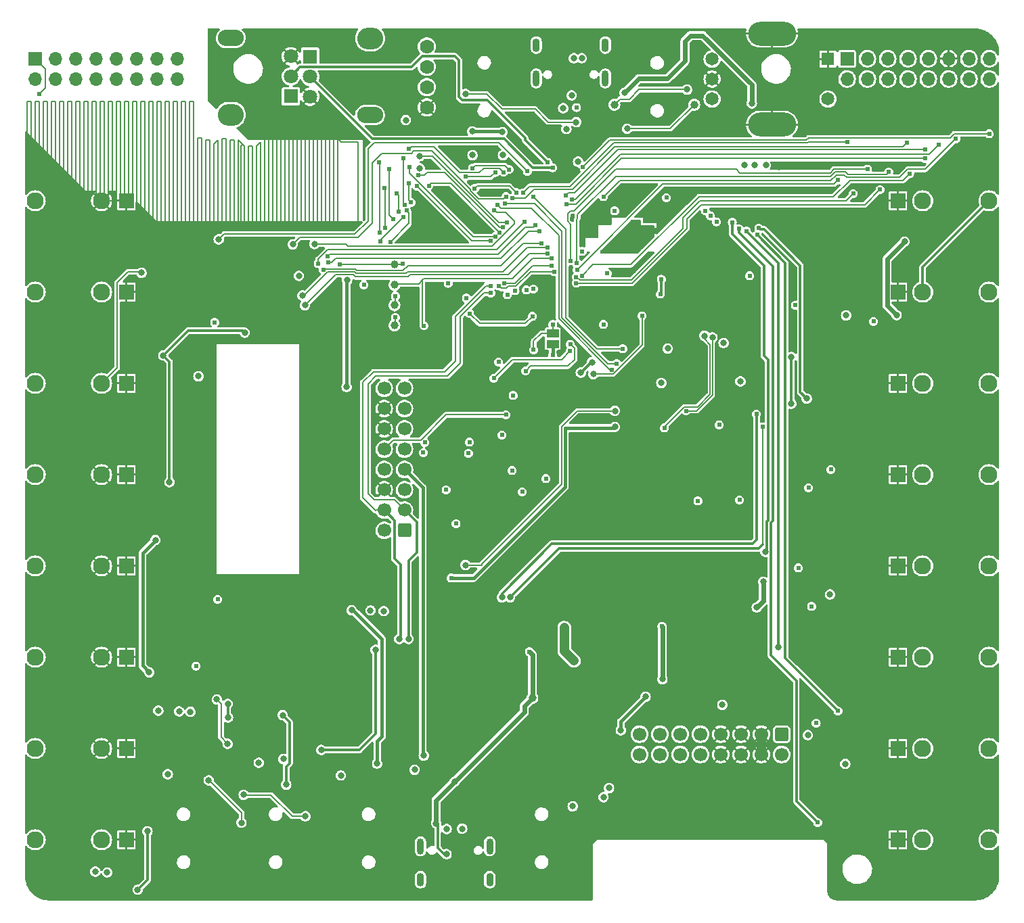
<source format=gbr>
%TF.GenerationSoftware,KiCad,Pcbnew,7.0.6*%
%TF.CreationDate,2024-06-29T14:20:43+02:00*%
%TF.ProjectId,plinkyblack_hwmidi_jacks,706c696e-6b79-4626-9c61-636b5f68776d,rev?*%
%TF.SameCoordinates,Original*%
%TF.FileFunction,Copper,L4,Bot*%
%TF.FilePolarity,Positive*%
%FSLAX46Y46*%
G04 Gerber Fmt 4.6, Leading zero omitted, Abs format (unit mm)*
G04 Created by KiCad (PCBNEW 7.0.6) date 2024-06-29 14:20:43*
%MOMM*%
%LPD*%
G01*
G04 APERTURE LIST*
G04 Aperture macros list*
%AMRoundRect*
0 Rectangle with rounded corners*
0 $1 Rounding radius*
0 $2 $3 $4 $5 $6 $7 $8 $9 X,Y pos of 4 corners*
0 Add a 4 corners polygon primitive as box body*
4,1,4,$2,$3,$4,$5,$6,$7,$8,$9,$2,$3,0*
0 Add four circle primitives for the rounded corners*
1,1,$1+$1,$2,$3*
1,1,$1+$1,$4,$5*
1,1,$1+$1,$6,$7*
1,1,$1+$1,$8,$9*
0 Add four rect primitives between the rounded corners*
20,1,$1+$1,$2,$3,$4,$5,0*
20,1,$1+$1,$4,$5,$6,$7,0*
20,1,$1+$1,$6,$7,$8,$9,0*
20,1,$1+$1,$8,$9,$2,$3,0*%
G04 Aperture macros list end*
%TA.AperFunction,ComponentPad*%
%ADD10R,1.830000X1.930000*%
%TD*%
%TA.AperFunction,ComponentPad*%
%ADD11C,2.130000*%
%TD*%
%TA.AperFunction,ComponentPad*%
%ADD12RoundRect,0.250000X-0.600000X0.600000X-0.600000X-0.600000X0.600000X-0.600000X0.600000X0.600000X0*%
%TD*%
%TA.AperFunction,ComponentPad*%
%ADD13C,1.700000*%
%TD*%
%TA.AperFunction,ComponentPad*%
%ADD14R,1.700000X1.700000*%
%TD*%
%TA.AperFunction,ComponentPad*%
%ADD15O,1.700000X1.700000*%
%TD*%
%TA.AperFunction,ComponentPad*%
%ADD16O,3.240000X2.720000*%
%TD*%
%TA.AperFunction,ComponentPad*%
%ADD17O,3.240001X2.032000*%
%TD*%
%TA.AperFunction,ComponentPad*%
%ADD18R,1.800000X1.800000*%
%TD*%
%TA.AperFunction,ComponentPad*%
%ADD19C,1.800000*%
%TD*%
%TA.AperFunction,ComponentPad*%
%ADD20RoundRect,0.250000X0.600000X0.600000X-0.600000X0.600000X-0.600000X-0.600000X0.600000X-0.600000X0*%
%TD*%
%TA.AperFunction,ComponentPad*%
%ADD21C,1.778000*%
%TD*%
%TA.AperFunction,ComponentPad*%
%ADD22R,1.650000X1.650000*%
%TD*%
%TA.AperFunction,ComponentPad*%
%ADD23C,1.650000*%
%TD*%
%TA.AperFunction,ComponentPad*%
%ADD24O,6.000000X3.000000*%
%TD*%
%TA.AperFunction,ComponentPad*%
%ADD25O,0.900000X2.000000*%
%TD*%
%TA.AperFunction,ComponentPad*%
%ADD26O,0.900000X1.700000*%
%TD*%
%TA.AperFunction,SMDPad,CuDef*%
%ADD27R,1.500000X1.000000*%
%TD*%
%TA.AperFunction,SMDPad,CuDef*%
%ADD28C,1.000000*%
%TD*%
%TA.AperFunction,ViaPad*%
%ADD29C,0.609600*%
%TD*%
%TA.AperFunction,ViaPad*%
%ADD30C,0.800000*%
%TD*%
%TA.AperFunction,Conductor*%
%ADD31C,0.203200*%
%TD*%
%TA.AperFunction,Conductor*%
%ADD32C,0.457200*%
%TD*%
%TA.AperFunction,Conductor*%
%ADD33C,0.609600*%
%TD*%
%TA.AperFunction,Conductor*%
%ADD34C,0.152400*%
%TD*%
%TA.AperFunction,Conductor*%
%ADD35C,0.304800*%
%TD*%
%TA.AperFunction,Conductor*%
%ADD36C,0.130000*%
%TD*%
%TA.AperFunction,Conductor*%
%ADD37C,1.219200*%
%TD*%
G04 APERTURE END LIST*
D10*
%TO.P,J4,S*%
%TO.N,HPFB*%
X27940000Y-115570000D03*
D11*
%TO.P,J4,T*%
%TO.N,Net-(J4-PadT)*%
X16540000Y-115570000D03*
%TO.P,J4,TN*%
%TO.N,HPFB*%
X24840000Y-115570000D03*
%TD*%
D10*
%TO.P,J6,S*%
%TO.N,HPFB*%
X124460000Y-46990000D03*
D11*
%TO.P,J6,T*%
%TO.N,Net-(J6-PadT)*%
X135860000Y-46990000D03*
%TO.P,J6,TN*%
%TO.N,unconnected-(J6-PadTN)*%
X127560000Y-46990000D03*
%TD*%
D10*
%TO.P,J7,S*%
%TO.N,HPFB*%
X124460000Y-58420000D03*
D11*
%TO.P,J7,T*%
%TO.N,Net-(J7-PadT)*%
X135860000Y-58420000D03*
%TO.P,J7,TN*%
%TO.N,Net-(J6-PadT)*%
X127560000Y-58420000D03*
%TD*%
D10*
%TO.P,J8,S*%
%TO.N,HPFB*%
X27940000Y-81280000D03*
D11*
%TO.P,J8,T*%
%TO.N,Net-(J8-PadT)*%
X16540000Y-81280000D03*
%TO.P,J8,TN*%
%TO.N,HPFB*%
X24840000Y-81280000D03*
%TD*%
D10*
%TO.P,J9,S*%
%TO.N,HPFB*%
X27940000Y-92710000D03*
D11*
%TO.P,J9,T*%
%TO.N,Net-(J9-PadT)*%
X16540000Y-92710000D03*
%TO.P,J9,TN*%
%TO.N,HPFB*%
X24840000Y-92710000D03*
%TD*%
D10*
%TO.P,J15,S*%
%TO.N,HPFB*%
X124460000Y-104140000D03*
D11*
%TO.P,J15,T*%
%TO.N,Net-(J15-PadT)*%
X135860000Y-104140000D03*
%TO.P,J15,TN*%
%TO.N,unconnected-(J15-PadTN)*%
X127560000Y-104140000D03*
%TD*%
D10*
%TO.P,J17,S*%
%TO.N,HPFB*%
X124460000Y-92710000D03*
D11*
%TO.P,J17,T*%
%TO.N,Net-(J17-PadT)*%
X135860000Y-92710000D03*
%TO.P,J17,TN*%
%TO.N,unconnected-(J17-PadTN)*%
X127560000Y-92710000D03*
%TD*%
D12*
%TO.P,JP1,1,Pin_1*%
%TO.N,Net-(D11-K)*%
X109918500Y-113792000D03*
D13*
%TO.P,JP1,2,Pin_2*%
X109918500Y-116332000D03*
%TO.P,JP1,3,Pin_3*%
%TO.N,HPFB*%
X107378500Y-113792000D03*
%TO.P,JP1,4,Pin_4*%
X107378500Y-116332000D03*
%TO.P,JP1,5,Pin_5*%
X104838500Y-113792000D03*
%TO.P,JP1,6,Pin_6*%
X104838500Y-116332000D03*
%TO.P,JP1,7,Pin_7*%
X102298500Y-113792000D03*
%TO.P,JP1,8,Pin_8*%
X102298500Y-116332000D03*
%TO.P,JP1,9,Pin_9*%
%TO.N,Net-(D10-A)*%
X99758500Y-113792000D03*
%TO.P,JP1,10,Pin_10*%
X99758500Y-116332000D03*
%TO.P,JP1,11,Pin_11*%
%TO.N,Net-(D9-A)*%
X97218500Y-113792000D03*
%TO.P,JP1,12,Pin_12*%
X97218500Y-116332000D03*
%TO.P,JP1,13,Pin_13*%
%TO.N,unconnected-(JP1-Pin_13-Pad13)*%
X94678500Y-113792000D03*
%TO.P,JP1,14,Pin_14*%
%TO.N,unconnected-(JP1-Pin_14-Pad14)*%
X94678500Y-116332000D03*
%TO.P,JP1,15,Pin_15*%
%TO.N,unconnected-(JP1-Pin_15-Pad15)*%
X92138500Y-113792000D03*
%TO.P,JP1,16,Pin_16*%
%TO.N,unconnected-(JP1-Pin_16-Pad16)*%
X92138500Y-116332000D03*
%TD*%
D14*
%TO.P,J12,1,Pin_1*%
%TO.N,N1*%
X118110000Y-29210000D03*
D15*
%TO.P,J12,2,Pin_2*%
%TO.N,Net-(J12-Pin_2)*%
X118110000Y-31750000D03*
%TO.P,J12,3,Pin_3*%
%TO.N,N2*%
X120650000Y-29210000D03*
%TO.P,J12,4,Pin_4*%
%TO.N,Net-(J12-Pin_4)*%
X120650000Y-31750000D03*
%TO.P,J12,5,Pin_5*%
%TO.N,N3*%
X123190000Y-29210000D03*
%TO.P,J12,6,Pin_6*%
%TO.N,Net-(J12-Pin_6)*%
X123190000Y-31750000D03*
%TO.P,J12,7,Pin_7*%
%TO.N,N4*%
X125730000Y-29210000D03*
%TO.P,J12,8,Pin_8*%
%TO.N,Net-(J12-Pin_8)*%
X125730000Y-31750000D03*
%TO.P,J12,9,Pin_9*%
%TO.N,N5*%
X128270000Y-29210000D03*
%TO.P,J12,10,Pin_10*%
%TO.N,Net-(J12-Pin_10)*%
X128270000Y-31750000D03*
%TO.P,J12,11,Pin_11*%
%TO.N,HPFB*%
X130810000Y-29210000D03*
%TO.P,J12,12,Pin_12*%
%TO.N,Net-(J12-Pin_12)*%
X130810000Y-31750000D03*
%TO.P,J12,13,Pin_13*%
%TO.N,TS2_*%
X133350000Y-29210000D03*
%TO.P,J12,14,Pin_14*%
%TO.N,Net-(J12-Pin_14)*%
X133350000Y-31750000D03*
%TO.P,J12,15,Pin_15*%
%TO.N,TS1_*%
X135890000Y-29210000D03*
%TO.P,J12,16,Pin_16*%
%TO.N,Net-(J12-Pin_16)*%
X135890000Y-31750000D03*
%TD*%
D10*
%TO.P,J3,S*%
%TO.N,HPFB*%
X27940000Y-104140000D03*
D11*
%TO.P,J3,T*%
%TO.N,Net-(J3-PadT)*%
X16540000Y-104140000D03*
%TO.P,J3,TN*%
%TO.N,HPFB*%
X24840000Y-104140000D03*
%TD*%
D10*
%TO.P,J14,S*%
%TO.N,HPFB*%
X124460000Y-127000000D03*
D11*
%TO.P,J14,T*%
%TO.N,Net-(J14-PadT)*%
X135860000Y-127000000D03*
%TO.P,J14,TN*%
%TO.N,unconnected-(J14-PadTN)*%
X127560000Y-127000000D03*
%TD*%
D16*
%TO.P,RV1,*%
%TO.N,*%
X41014000Y-36209000D03*
D17*
X41014000Y-26609000D03*
D18*
%TO.P,RV1,1,1*%
%TO.N,VREF*%
X48514000Y-33909000D03*
D19*
%TO.P,RV1,2,2*%
%TO.N,POT2*%
X48514000Y-31409000D03*
%TO.P,RV1,3,3*%
%TO.N,HPFB*%
X48514000Y-28909000D03*
%TD*%
D10*
%TO.P,J10,S*%
%TO.N,HPFB*%
X27940000Y-127000000D03*
D11*
%TO.P,J10,T*%
%TO.N,Net-(J10-PadT)*%
X16540000Y-127000000D03*
%TO.P,J10,TN*%
%TO.N,Net-(J10-PadTN)*%
X24840000Y-127000000D03*
%TD*%
D10*
%TO.P,J11,S*%
%TO.N,HPFB*%
X27940000Y-46990000D03*
D11*
%TO.P,J11,T*%
%TO.N,Net-(J11-PadT)*%
X16540000Y-46990000D03*
%TO.P,J11,TN*%
%TO.N,HPFB*%
X24840000Y-46990000D03*
%TD*%
D10*
%TO.P,J22,S*%
%TO.N,HPFB*%
X124460000Y-69850000D03*
D11*
%TO.P,J22,T*%
%TO.N,Net-(J22-PadT)*%
X135860000Y-69850000D03*
%TO.P,J22,TN*%
%TO.N,unconnected-(J22-PadTN)*%
X127560000Y-69850000D03*
%TD*%
D10*
%TO.P,J23,S*%
%TO.N,HPFB*%
X124460000Y-81280000D03*
D11*
%TO.P,J23,T*%
%TO.N,Net-(J23-PadT)*%
X135860000Y-81280000D03*
%TO.P,J23,TN*%
%TO.N,unconnected-(J23-PadTN)*%
X127560000Y-81280000D03*
%TD*%
D10*
%TO.P,J16,S*%
%TO.N,HPFB*%
X124460000Y-115570000D03*
D11*
%TO.P,J16,T*%
%TO.N,Net-(J16-PadT)*%
X135860000Y-115570000D03*
%TO.P,J16,TN*%
%TO.N,unconnected-(J16-PadTN)*%
X127560000Y-115570000D03*
%TD*%
D14*
%TO.P,J13,1,Pin_1*%
%TO.N,Net-(J13-Pin_1)*%
X16510000Y-29210000D03*
D15*
%TO.P,J13,2,Pin_2*%
%TO.N,Net-(J13-Pin_2)*%
X16510000Y-31750000D03*
%TO.P,J13,3,Pin_3*%
%TO.N,Net-(J13-Pin_3)*%
X19050000Y-29210000D03*
%TO.P,J13,4,Pin_4*%
%TO.N,Net-(J13-Pin_4)*%
X19050000Y-31750000D03*
%TO.P,J13,5,Pin_5*%
%TO.N,Net-(J13-Pin_5)*%
X21590000Y-29210000D03*
%TO.P,J13,6,Pin_6*%
%TO.N,Net-(J13-Pin_6)*%
X21590000Y-31750000D03*
%TO.P,J13,7,Pin_7*%
%TO.N,Net-(J13-Pin_7)*%
X24130000Y-29210000D03*
%TO.P,J13,8,Pin_8*%
%TO.N,Net-(J13-Pin_8)*%
X24130000Y-31750000D03*
%TO.P,J13,9,Pin_9*%
%TO.N,Net-(J13-Pin_9)*%
X26670000Y-29210000D03*
%TO.P,J13,10,Pin_10*%
%TO.N,Net-(J13-Pin_10)*%
X26670000Y-31750000D03*
%TO.P,J13,11,Pin_11*%
%TO.N,Net-(J13-Pin_11)*%
X29210000Y-29210000D03*
%TO.P,J13,12,Pin_12*%
%TO.N,Net-(J13-Pin_12)*%
X29210000Y-31750000D03*
%TO.P,J13,13,Pin_13*%
%TO.N,Net-(J13-Pin_13)*%
X31750000Y-29210000D03*
%TO.P,J13,14,Pin_14*%
%TO.N,Net-(J13-Pin_14)*%
X31750000Y-31750000D03*
%TO.P,J13,15,Pin_15*%
%TO.N,Net-(J13-Pin_15)*%
X34290000Y-29210000D03*
%TO.P,J13,16,Pin_16*%
%TO.N,Net-(J13-Pin_16)*%
X34290000Y-31750000D03*
%TD*%
D20*
%TO.P,J25,1,Pin_1*%
%TO.N,+3V3*%
X62738000Y-88265000D03*
D13*
%TO.P,J25,2,Pin_2*%
X60198000Y-88265000D03*
%TO.P,J25,3,Pin_3*%
%TO.N,DP*%
X62738000Y-85725000D03*
%TO.P,J25,4,Pin_4*%
%TO.N,DM*%
X60198000Y-85725000D03*
%TO.P,J25,5,Pin_5*%
%TO.N,+5V*%
X62738000Y-83185000D03*
%TO.P,J25,6,Pin_6*%
%TO.N,HPFB*%
X60198000Y-83185000D03*
%TO.P,J25,7,Pin_7*%
%TO.N,-12V*%
X62738000Y-80645000D03*
%TO.P,J25,8,Pin_8*%
%TO.N,MOSI*%
X60198000Y-80645000D03*
%TO.P,J25,9,Pin_9*%
%TO.N,SPICLK*%
X62738000Y-78105000D03*
%TO.P,J25,10,Pin_10*%
%TO.N,MISO*%
X60198000Y-78105000D03*
%TO.P,J25,11,Pin_11*%
%TO.N,+12V*%
X62738000Y-75565000D03*
%TO.P,J25,12,Pin_12*%
%TO.N,HPFB*%
X60198000Y-75565000D03*
%TO.P,J25,13,Pin_13*%
%TO.N,DEBUG*%
X62738000Y-73025000D03*
%TO.P,J25,14,Pin_14*%
%TO.N,HPFB*%
X60198000Y-73025000D03*
%TO.P,J25,15,Pin_15*%
%TO.N,TX*%
X62738000Y-70485000D03*
%TO.P,J25,16,Pin_16*%
%TO.N,RX*%
X60198000Y-70485000D03*
%TD*%
D21*
%TO.P,J20,1,SDA*%
%TO.N,SDA*%
X65524000Y-27686000D03*
%TO.P,J20,2,SCL*%
%TO.N,SCL*%
X65524000Y-30226000D03*
%TO.P,J20,3,VCC*%
%TO.N,+3V3*%
X65524000Y-32766000D03*
%TO.P,J20,4,GND*%
%TO.N,HPFB*%
X65524000Y-35306000D03*
%TD*%
D16*
%TO.P,RV2,*%
%TO.N,*%
X58427000Y-26656000D03*
D17*
X58427000Y-36256000D03*
D18*
%TO.P,RV2,1,1*%
%TO.N,VREF*%
X50927000Y-28956000D03*
D19*
%TO.P,RV2,2,2*%
%TO.N,POT1*%
X50927000Y-31456000D03*
%TO.P,RV2,3,3*%
%TO.N,HPFB*%
X50927000Y-33956000D03*
%TD*%
D10*
%TO.P,J2,S*%
%TO.N,HPFB*%
X27940000Y-58420000D03*
D11*
%TO.P,J2,T*%
%TO.N,Net-(J2-PadT)*%
X16540000Y-58420000D03*
%TO.P,J2,TN*%
%TO.N,Net-(J2-PadTN)*%
X24840000Y-58420000D03*
%TD*%
D10*
%TO.P,J1,S*%
%TO.N,HPFB*%
X27940000Y-69850000D03*
D11*
%TO.P,J1,T*%
%TO.N,Net-(J1-PadT)*%
X16540000Y-69850000D03*
%TO.P,J1,TN*%
%TO.N,Net-(J1-PadTN)*%
X24840000Y-69850000D03*
%TD*%
D22*
%TO.P,MT1,1*%
%TO.N,HPFB*%
X115712000Y-29250000D03*
D23*
%TO.P,MT1,2*%
%TO.N,IO1*%
X115712000Y-34250000D03*
%TO.P,MT1,A,A*%
%TO.N,IO2*%
X101212000Y-29250000D03*
%TO.P,MT1,B,B*%
%TO.N,IO3*%
X101212000Y-34250000D03*
%TO.P,MT1,COM,COM*%
%TO.N,HPFB*%
X101212000Y-31750000D03*
D24*
%TO.P,MT1,S1,SHIELD*%
X108712000Y-26050000D03*
%TO.P,MT1,S2,SHIELD*%
X108712000Y-37450000D03*
%TD*%
D25*
%TO.P,U19,S1,SHIELD*%
%TO.N,Net-(U19-SHIELD-PadS1)*%
X87870928Y-31662273D03*
%TO.P,U19,S2,SHIELD*%
X79220928Y-31662273D03*
D26*
%TO.P,U19,S3,SHIELD*%
X87870928Y-27492273D03*
%TO.P,U19,S4,SHIELD*%
X79220928Y-27492273D03*
%TD*%
D25*
%TO.P,U20,S1,SHIELD*%
%TO.N,Net-(U20-SHIELD-PadS1)*%
X64746311Y-127834022D03*
%TO.P,U20,S2,SHIELD*%
X73396311Y-127834022D03*
D26*
%TO.P,U20,S3,SHIELD*%
X64746311Y-132004022D03*
%TO.P,U20,S4,SHIELD*%
X73396311Y-132004022D03*
%TD*%
D27*
%TO.P,JP2,1,A*%
%TO.N,+3V3*%
X81280000Y-64912000D03*
%TO.P,JP2,2,B*%
%TO.N,Net-(JP2-B)*%
X81280000Y-63612000D03*
%TD*%
D28*
%TO.P,TPDEBUG1,1,1*%
%TO.N,DEBUG*%
X61468000Y-54991000D03*
%TD*%
%TO.P,T_JTCK1,1,1*%
%TO.N,JTCK*%
X61468000Y-62611000D03*
%TD*%
%TO.P,T_JTMS1,1,1*%
%TO.N,JTMS*%
X61468000Y-60071000D03*
%TD*%
%TO.P,T_NRST1,1,1*%
%TO.N,NRST*%
X61468000Y-57531000D03*
%TD*%
%TO.P,T_VBUS1,1,1*%
%TO.N,VBUS*%
X78732890Y-109247267D03*
%TD*%
%TO.P,T_AUDIOR1,1,1*%
%TO.N,T_AUDIOR*%
X88980000Y-34972000D03*
%TD*%
%TO.P,T_AUDIOL1,1,1*%
%TO.N,T_AUDIOL*%
X98980000Y-34972000D03*
%TD*%
D29*
%TO.N,VDDA*%
X89027000Y-48260000D03*
X39370000Y-96901000D03*
X104648000Y-84455000D03*
D30*
X104764283Y-69600000D03*
D29*
X36658877Y-105249845D03*
D30*
X36957000Y-68961000D03*
D29*
X102116475Y-75042128D03*
X99441000Y-84582000D03*
D30*
%TO.N,AIN1*%
X50292000Y-60071000D03*
D29*
X80672758Y-53626103D03*
D30*
%TO.N,AIN2*%
X49974500Y-58864500D03*
D29*
X80674916Y-52859248D03*
%TO.N,AIN3*%
X52578000Y-55650806D03*
X79893536Y-52300438D03*
%TO.N,AIN4*%
X79597332Y-50776427D03*
X53206084Y-54736981D03*
D30*
%TO.N,+12V*%
X62900000Y-36900000D03*
X55558173Y-56928374D03*
X92900000Y-109100000D03*
D29*
X94934000Y-100266000D03*
D30*
X55500000Y-70300000D03*
X89800000Y-113300000D03*
X75000000Y-38400000D03*
X56134000Y-98262818D03*
X44507127Y-117361768D03*
D29*
X113665002Y-97790000D03*
D30*
X59319989Y-117462400D03*
D29*
X113284000Y-82931000D03*
D30*
X117983000Y-61341000D03*
X95000000Y-106900000D03*
X71219250Y-38300542D03*
X117881500Y-117500500D03*
%TO.N,-12V*%
X106200000Y-34800000D03*
X90259744Y-33485500D03*
X65151000Y-116459000D03*
X47579163Y-116890680D03*
D29*
X116078000Y-80645000D03*
D30*
X102500000Y-110100000D03*
X113200000Y-113900000D03*
X106800000Y-97900000D03*
D29*
X121412000Y-62103000D03*
D30*
X124300000Y-61299998D03*
X115965211Y-96287928D03*
X107600000Y-94700000D03*
X125300000Y-52100000D03*
D29*
%TO.N,SENSE*%
X78105000Y-43307000D03*
D30*
X39490600Y-51822398D03*
%TO.N,+5V*%
X58480830Y-98291642D03*
X31946808Y-110823626D03*
%TO.N,+3V3*%
X30585456Y-125940255D03*
X64643000Y-42926000D03*
D29*
X57658000Y-57531000D03*
D30*
X29366087Y-133256472D03*
D29*
X76327000Y-71374000D03*
X84962242Y-53340000D03*
X80432687Y-81787990D03*
X70485000Y-59182000D03*
X74498190Y-67182998D03*
X68199000Y-57327810D03*
D30*
X75057000Y-41275000D03*
X60144508Y-98376798D03*
X49530000Y-56388000D03*
X71247000Y-41275000D03*
D29*
X70866000Y-77216000D03*
X76200000Y-80772000D03*
X88100000Y-56099992D03*
X81280000Y-66294000D03*
D30*
X95664283Y-65500000D03*
D29*
X74930000Y-76327000D03*
X70739000Y-78613000D03*
X67945000Y-83185000D03*
X77470000Y-83439000D03*
X65074810Y-78522114D03*
X69193550Y-87426810D03*
X87630000Y-62484000D03*
X65278000Y-77250126D03*
D30*
X35953362Y-110983205D03*
X84460510Y-42103842D03*
D29*
%TO.N,NRST*%
X81153000Y-54229000D03*
X65176500Y-62636500D03*
D30*
%TO.N,TX*%
X25545728Y-131094953D03*
X40612920Y-114996549D03*
D29*
X60975089Y-52146190D03*
D30*
X39264160Y-109436498D03*
D29*
X62999857Y-48212182D03*
D30*
%TO.N,RX*%
X24062826Y-130994417D03*
X34546594Y-110922955D03*
X33120581Y-118791748D03*
D29*
X59690000Y-52070000D03*
X62611000Y-49022000D03*
%TO.N,JTCK*%
X61594999Y-61595000D03*
%TO.N,JTMS*%
X61594999Y-58928000D03*
D30*
%TO.N,Net-(D16-A)*%
X47940297Y-120098684D03*
X47489331Y-111396510D03*
D29*
%TO.N,POT2*%
X80659100Y-42190400D03*
%TO.N,POT1*%
X81268700Y-42846484D03*
D30*
%TO.N,Net-(D18-K)*%
X59124224Y-103217949D03*
X52319279Y-115758195D03*
D29*
X68580000Y-94234000D03*
D30*
X89064283Y-75300000D03*
D29*
%TO.N,SDA*%
X88675207Y-68141515D03*
X74382078Y-47523410D03*
%TO.N,SCL*%
X89281000Y-67386177D03*
X70348556Y-43992811D03*
X75296605Y-47377463D03*
X74108300Y-43442500D03*
D30*
%TO.N,MCLK*%
X86364283Y-68700000D03*
D29*
X92464283Y-61400000D03*
D30*
%TO.N,DACDAT*%
X84800000Y-68500000D03*
X86200000Y-67200000D03*
D29*
%TO.N,ADCDAT*%
X78850599Y-46493876D03*
X90043000Y-65532000D03*
D30*
%TO.N,LINEINR*%
X101264283Y-64100000D03*
D29*
X97964283Y-73300000D03*
%TO.N,LINEINL*%
X95250000Y-75438000D03*
D30*
X100264283Y-63900000D03*
D29*
%TO.N,N1*%
X76567927Y-58242231D03*
X84328000Y-55626000D03*
X116940411Y-44389715D03*
%TO.N,N2*%
X77978000Y-58166000D03*
X118870341Y-46088520D03*
X84215132Y-56529132D03*
%TO.N,N3*%
X122220581Y-45589770D03*
X78867000Y-58039000D03*
X84223002Y-57311525D03*
%TO.N,N4*%
X84958547Y-56361864D03*
X75598129Y-58760214D03*
X125930667Y-43621977D03*
%TO.N,P1*%
X77549498Y-46021502D03*
X118110000Y-39674810D03*
%TO.N,P2*%
X120650000Y-43027579D03*
X81153001Y-55118000D03*
X83525257Y-54511818D03*
X75239973Y-57327810D03*
%TO.N,P3*%
X74549000Y-57658004D03*
X123317000Y-43383190D03*
X81483200Y-55880000D03*
X84264498Y-54800502D03*
%TO.N,P4*%
X76238524Y-46685200D03*
X125603000Y-39751000D03*
%TO.N,P6*%
X83643960Y-46813960D03*
X129607322Y-39945322D03*
%TO.N,P7*%
X87630000Y-46482000D03*
X131702822Y-39246822D03*
%TO.N,P8*%
X85075861Y-42784861D03*
X135890000Y-38607996D03*
%TO.N,HPFB*%
X84432904Y-43193846D03*
X84836000Y-54102000D03*
X38246586Y-102284710D03*
X90424000Y-60579000D03*
D30*
X112268000Y-78994000D03*
D29*
X67564000Y-45593006D03*
X88816000Y-52662000D03*
X112903000Y-103378000D03*
X120015000Y-62230000D03*
X104013000Y-75311000D03*
X103680422Y-94773400D03*
X91371443Y-55839720D03*
X72771000Y-74930000D03*
X78054190Y-72602185D03*
X73025000Y-45974000D03*
D30*
X97917000Y-45974000D03*
X83859532Y-129797344D03*
X114681000Y-50292000D03*
D29*
X73406000Y-94615000D03*
D30*
X32385000Y-76073000D03*
D29*
X80075000Y-99186500D03*
X96139000Y-60900000D03*
X87503000Y-113284000D03*
X123309709Y-50521089D03*
X111760000Y-52070000D03*
X84052845Y-58851810D03*
D30*
X37700000Y-67300000D03*
D29*
X57785000Y-62230000D03*
X102362000Y-53848000D03*
X94005500Y-50774500D03*
X38100000Y-60706000D03*
D30*
X112014000Y-45720000D03*
D29*
X40597393Y-104901344D03*
X99310283Y-67310000D03*
X105791000Y-91821000D03*
D30*
X109601000Y-42799000D03*
D29*
X106045000Y-63246000D03*
X132969000Y-51689000D03*
D30*
X96647000Y-48006000D03*
D29*
X63246000Y-115062000D03*
D30*
X78908448Y-33731125D03*
D29*
X67437000Y-102489000D03*
D30*
X101092000Y-60960000D03*
X66600000Y-64400000D03*
D29*
X77851000Y-40385990D03*
X80772000Y-68326000D03*
X57150000Y-87884000D03*
X37610793Y-92698981D03*
X45974000Y-61722000D03*
X107253000Y-105727000D03*
X106172000Y-68966014D03*
X80264000Y-80645000D03*
D30*
X90664493Y-35084355D03*
D29*
X91313000Y-58547000D03*
X116967000Y-105791000D03*
X87164283Y-82500000D03*
X65913000Y-42799000D03*
X90678000Y-51562000D03*
X91300993Y-47193190D03*
D30*
X98425000Y-55118000D03*
D29*
X96585000Y-99250000D03*
X119126000Y-125730000D03*
X83693000Y-49276000D03*
X71501000Y-68961000D03*
X74422000Y-64008000D03*
X114173000Y-64135000D03*
X98664283Y-66500000D03*
X70104000Y-42545000D03*
X100164283Y-68000000D03*
X57658000Y-60071000D03*
D30*
X90622450Y-30981667D03*
D29*
X111379000Y-57531000D03*
X42094735Y-130283859D03*
X78800000Y-63600006D03*
X65913000Y-49149000D03*
X116586000Y-73914000D03*
X66040000Y-51435000D03*
X97155000Y-85217000D03*
X71882000Y-109855000D03*
X69088000Y-75819000D03*
X98664283Y-68000000D03*
D30*
X32258000Y-59436000D03*
D29*
X101792000Y-105854000D03*
X106548452Y-94991452D03*
D30*
X38100000Y-58420000D03*
X68296413Y-30956573D03*
D29*
X30640913Y-99174396D03*
D30*
X79700000Y-65000000D03*
D29*
X111125000Y-87630000D03*
X65659000Y-58293000D03*
X101219000Y-123698000D03*
X51381631Y-108933066D03*
D30*
X111633000Y-75184000D03*
D29*
X110490000Y-123698000D03*
X96901000Y-123825000D03*
X105918000Y-123571000D03*
D30*
X50570809Y-129810029D03*
D29*
X88838000Y-96075000D03*
X68961000Y-59309000D03*
X91186000Y-123952000D03*
X48260000Y-62357000D03*
X65709810Y-83312010D03*
X117729000Y-108839000D03*
X114617490Y-123565182D03*
X76962000Y-91694000D03*
X83600000Y-41309600D03*
X48641000Y-58039000D03*
X30816239Y-96041306D03*
X91870481Y-97360519D03*
X54610000Y-69342000D03*
X42390615Y-98293070D03*
D30*
X33469567Y-113557236D03*
D29*
X45750000Y-63249982D03*
D30*
X43554549Y-110805195D03*
D29*
X82550000Y-91821000D03*
X102427000Y-100139000D03*
D30*
X63088658Y-131076975D03*
X116967000Y-56261000D03*
X31735549Y-84215587D03*
D29*
X66040000Y-88519000D03*
D30*
X30099000Y-64516000D03*
D29*
X126238000Y-75438000D03*
X91059000Y-45720000D03*
D30*
X72446568Y-123087749D03*
D29*
X88265000Y-49657000D03*
X93664283Y-67500000D03*
X87630000Y-64008000D03*
X100164283Y-66500000D03*
X84774000Y-95313000D03*
D30*
X52490160Y-111407614D03*
D29*
X66929000Y-112522000D03*
X71882000Y-40284410D03*
X111379000Y-55499000D03*
X114935000Y-87884000D03*
X74930000Y-87426810D03*
X87164283Y-81000000D03*
%TO.N,HPL*%
X107564283Y-75300000D03*
D30*
X75946000Y-96647000D03*
%TO.N,HPR*%
X74930000Y-96647000D03*
D29*
X106764283Y-73700000D03*
D30*
%TO.N,Net-(D20-K)*%
X70364283Y-92600000D03*
X40662288Y-111682862D03*
X89064283Y-73300000D03*
X40629170Y-109982831D03*
D29*
%TO.N,AIN5*%
X79130883Y-50012636D03*
X53086000Y-53975000D03*
%TO.N,AIN6*%
X51943000Y-54863998D03*
X77724000Y-49657016D03*
%TO.N,AOUT3*%
X114427000Y-124841000D03*
X104585267Y-50510147D03*
D30*
%TO.N,AOUT4*%
X109474000Y-102870000D03*
D29*
X105511601Y-50800000D03*
%TO.N,AOUT1*%
X116966990Y-110871000D03*
X106844353Y-51270647D03*
%TO.N,AOUT2*%
X103745560Y-49670440D03*
D30*
X107880200Y-90932000D03*
D29*
%TO.N,DP*%
X73533000Y-58547000D03*
D30*
X63246000Y-101854000D03*
D29*
%TO.N,DM*%
X73516100Y-57658000D03*
D30*
X62089955Y-101867046D03*
D29*
%TO.N,T16*%
X75132555Y-43410979D03*
X63316521Y-40512991D03*
D30*
%TO.N,T8*%
X64643000Y-41395610D03*
D29*
X75550945Y-49727375D03*
%TO.N,T15*%
X59613795Y-51003205D03*
X59563012Y-42138590D03*
%TO.N,T7*%
X62728986Y-47499939D03*
X62611000Y-41656000D03*
%TO.N,T14*%
X61341000Y-49276000D03*
X60833004Y-43027590D03*
%TO.N,T6*%
X63372996Y-42799000D03*
X74082117Y-51471196D03*
%TO.N,T13*%
X75817070Y-43076164D03*
X71247000Y-42926000D03*
%TO.N,T5*%
X64420944Y-43783056D03*
X75073146Y-50320983D03*
%TO.N,T12*%
X60325000Y-50419000D03*
X60198000Y-45364410D03*
%TO.N,T4*%
X63554248Y-47193221D03*
X63249829Y-44827167D03*
%TO.N,T11*%
X61722000Y-46101000D03*
X61976000Y-48387000D03*
%TO.N,T3*%
X64301595Y-45172405D03*
X73554104Y-52020618D03*
%TO.N,T10*%
X71501000Y-45466000D03*
X76720375Y-45971169D03*
%TO.N,T2*%
X74627771Y-50939290D03*
X65786000Y-45113030D03*
D30*
%TO.N,Net-(D4-K)*%
X83948500Y-104584000D03*
D29*
X82742000Y-100456500D03*
D30*
%TO.N,AOUT5*%
X113061800Y-71755000D03*
D29*
X107061000Y-50419000D03*
%TO.N,AOUT6*%
X94869000Y-56816000D03*
D30*
X111125000Y-66548000D03*
X111125000Y-72390000D03*
D29*
X94742000Y-58674000D03*
%TO.N,MISO*%
X75438000Y-73787000D03*
%TO.N,SPICS*%
X83453600Y-65800000D03*
X73914000Y-69215000D03*
%TO.N,N5*%
X83042357Y-47415562D03*
X127853488Y-41699156D03*
%TO.N,P5*%
X82926901Y-46297950D03*
X127885945Y-40581544D03*
%TO.N,IO3*%
X100360816Y-48229184D03*
D30*
X105283000Y-42545000D03*
D29*
%TO.N,IO2*%
X100995816Y-48864184D03*
D30*
X106553000Y-42545000D03*
%TO.N,VREF1*%
X30798747Y-106038329D03*
X42750000Y-63500000D03*
X31578949Y-89480270D03*
X32568308Y-66359953D03*
X33338148Y-82227238D03*
D29*
%TO.N,VREF*%
X95504000Y-46609000D03*
X84261322Y-35324419D03*
X38989000Y-62230000D03*
X105918000Y-56388000D03*
%TO.N,JTDO*%
X70880132Y-61101132D03*
X78740000Y-61468000D03*
%TO.N,CLKIN*%
X73948633Y-48150137D03*
D30*
X51469450Y-52422588D03*
D29*
%TO.N,SPICS2*%
X83484641Y-64942632D03*
X77899998Y-68300000D03*
D30*
%TO.N,IO1*%
X107950000Y-42545000D03*
D29*
X101757816Y-49626184D03*
%TO.N,DEBUG*%
X54624139Y-54976861D03*
X62484000Y-54914800D03*
%TO.N,SENSE2*%
X75438000Y-46482000D03*
D30*
X48768000Y-52451000D03*
%TO.N,Net-(J1-PadTN)*%
X29845000Y-56007000D03*
%TO.N,VBUS*%
X67995919Y-128802312D03*
D29*
X78359004Y-103443028D03*
D30*
X66702518Y-124941712D03*
X69027926Y-119713520D03*
X83649608Y-33805615D03*
%TO.N,DP_C*%
X83932539Y-29151058D03*
X69945321Y-125615604D03*
%TO.N,DM_C*%
X84909261Y-29151058D03*
X68011734Y-125651083D03*
D29*
%TO.N,VREF_125_OUT*%
X111633000Y-60071000D03*
X114236500Y-112395000D03*
X112014000Y-92964000D03*
%TO.N,Net-(J13-Pin_1)*%
X17018000Y-33655000D03*
%TO.N,Net-(JP2-B)*%
X81279994Y-62500000D03*
X78897200Y-65663254D03*
D30*
%TO.N,/INPUT_L_SECONDARYIN*%
X82994310Y-38007564D03*
X64008000Y-118243401D03*
%TO.N,/INPUT_R_SECONDARYIN*%
X82600000Y-35400000D03*
X54779966Y-118948211D03*
%TO.N,+1V8*%
X102664283Y-64800000D03*
X94864283Y-69800000D03*
%TO.N,/TIP1_5*%
X50345786Y-124062431D03*
X42623659Y-121364743D03*
%TO.N,/RING1_4*%
X38238254Y-119548706D03*
X42335470Y-124858651D03*
%TO.N,T_AUDIOL*%
X88334810Y-120523000D03*
X90597090Y-37964011D03*
X83774982Y-122818150D03*
%TO.N,T_AUDIOR*%
X98092969Y-33064960D03*
X87630000Y-121666000D03*
%TO.N,Net-(J31-TIP)*%
X84227620Y-37143820D03*
X70376497Y-33627621D03*
%TD*%
D31*
%TO.N,AIN1*%
X80672758Y-53626103D02*
X78326897Y-53626103D01*
X75692000Y-56261000D02*
X63481370Y-56261000D01*
X56592640Y-56515000D02*
X56325440Y-56247800D01*
X78326897Y-53626103D02*
X75692000Y-56261000D01*
X63227370Y-56515000D02*
X56592640Y-56515000D01*
X56325440Y-56247800D02*
X54115200Y-56247800D01*
X54115200Y-56247800D02*
X50292000Y-60071000D01*
X63481370Y-56261000D02*
X63227370Y-56515000D01*
%TO.N,AIN2*%
X53126428Y-55904600D02*
X50166528Y-58864500D01*
X62898388Y-56100612D02*
X56663610Y-56100612D01*
X56467598Y-55904600D02*
X53126428Y-55904600D01*
X78077752Y-52859248D02*
X75057000Y-55880000D01*
X80674916Y-52859248D02*
X78077752Y-52859248D01*
X56663610Y-56100612D02*
X56467598Y-55904600D01*
X50166528Y-58864500D02*
X49974500Y-58864500D01*
X63119000Y-55880000D02*
X62898388Y-56100612D01*
X75057000Y-55880000D02*
X63119000Y-55880000D01*
%TO.N,AIN3*%
X77620562Y-52300438D02*
X74803000Y-55118000D01*
X79893536Y-52300438D02*
X77620562Y-52300438D01*
X56793357Y-55745001D02*
X56609756Y-55561400D01*
X62541960Y-55745001D02*
X56793357Y-55745001D01*
X63168961Y-55118000D02*
X62541960Y-55745001D01*
X74803000Y-55118000D02*
X63168961Y-55118000D01*
X52667406Y-55561400D02*
X52578000Y-55650806D01*
X56609756Y-55561400D02*
X52667406Y-55561400D01*
%TO.N,AIN4*%
X54137118Y-54236999D02*
X53637136Y-54736981D01*
X79597332Y-50776427D02*
X78265755Y-50776427D01*
X53637136Y-54736981D02*
X53206084Y-54736981D01*
X78265755Y-50776427D02*
X74805183Y-54236999D01*
X74805183Y-54236999D02*
X54137118Y-54236999D01*
D32*
%TO.N,+12V*%
X56291507Y-98262818D02*
X59896342Y-101867653D01*
X56134000Y-98262818D02*
X56291507Y-98262818D01*
X89800000Y-113300000D02*
X89800000Y-112200000D01*
D33*
X95000000Y-100332000D02*
X95000000Y-106900000D01*
D32*
X71219250Y-38300542D02*
X74900542Y-38300542D01*
D33*
X94934000Y-100266000D02*
X95000000Y-100332000D01*
D32*
X89800000Y-112200000D02*
X92900000Y-109100000D01*
X59896342Y-101867653D02*
X59896342Y-114093656D01*
X55500000Y-70300000D02*
X55500000Y-56986547D01*
X74900542Y-38300542D02*
X75000000Y-38400000D01*
X59896342Y-114093656D02*
X59319989Y-114670009D01*
X55500000Y-56986547D02*
X55558173Y-56928374D01*
X59319989Y-114670009D02*
X59319989Y-117462400D01*
D33*
%TO.N,-12V*%
X100057769Y-26300000D02*
X98518866Y-26300000D01*
D32*
X65024000Y-116332000D02*
X65151000Y-116459000D01*
D33*
X106200000Y-34800000D02*
X106200000Y-32442231D01*
D32*
X62738000Y-80645000D02*
X65024000Y-82931000D01*
D33*
X98518866Y-26300000D02*
X97825200Y-26993666D01*
X106200000Y-32442231D02*
X100057769Y-26300000D01*
D32*
X65024000Y-82931000D02*
X65024000Y-116332000D01*
D33*
X97825200Y-29493666D02*
X95619347Y-31699519D01*
X123100200Y-54299800D02*
X123100200Y-60100198D01*
X92045725Y-31699519D02*
X90259744Y-33485500D01*
X97825200Y-26993666D02*
X97825200Y-29493666D01*
X106800000Y-97900000D02*
X107600000Y-97100000D01*
X95619347Y-31699519D02*
X92045725Y-31699519D01*
X123100200Y-60100198D02*
X124300000Y-61299998D01*
X107600000Y-97100000D02*
X107600000Y-94700000D01*
X125300000Y-52100000D02*
X123100200Y-54299800D01*
D34*
%TO.N,SENSE*%
X56533999Y-51162001D02*
X40150997Y-51162001D01*
X58928000Y-39751000D02*
X58166000Y-40513000D01*
X78105000Y-43307000D02*
X74549000Y-39751000D01*
X58166000Y-40513000D02*
X58166000Y-49530000D01*
X40150997Y-51162001D02*
X39490600Y-51822398D01*
X58166000Y-49530000D02*
X56533999Y-51162001D01*
X74549000Y-39751000D02*
X58928000Y-39751000D01*
D35*
%TO.N,Net-(J6-PadT)*%
X127560000Y-58420000D02*
X127560000Y-55290000D01*
X127560000Y-55290000D02*
X135860000Y-46990000D01*
D32*
%TO.N,+3V3*%
X81280000Y-66294000D02*
X81280000Y-65024000D01*
D35*
X29366087Y-133256472D02*
X30585456Y-132037103D01*
X30585456Y-132037103D02*
X30585456Y-125940255D01*
D31*
%TO.N,NRST*%
X61468000Y-57404000D02*
X64516000Y-57404000D01*
X64516000Y-57404000D02*
X64973199Y-56946801D01*
X65151000Y-56769000D02*
X64973199Y-56946801D01*
X81153000Y-54229000D02*
X78740000Y-54229000D01*
X78740000Y-54229000D02*
X76200000Y-56769000D01*
X64973199Y-56946801D02*
X64973199Y-62433199D01*
X64973199Y-62433199D02*
X65176500Y-62636500D01*
X76200000Y-56769000D02*
X65151000Y-56769000D01*
%TO.N,TX*%
X63304656Y-48516981D02*
X63304656Y-49816623D01*
X62999857Y-48212182D02*
X63304656Y-48516981D01*
X39264160Y-109436498D02*
X39782906Y-109955244D01*
X39782906Y-109955244D02*
X39782906Y-114166535D01*
X39782906Y-114166535D02*
X40612920Y-114996549D01*
X63304656Y-49816623D02*
X60975089Y-52146190D01*
%TO.N,RX*%
X59690000Y-51943000D02*
X59690000Y-52070000D01*
X62611000Y-49022000D02*
X59690000Y-51943000D01*
%TO.N,JTCK*%
X61594999Y-61595000D02*
X61594999Y-62484001D01*
%TO.N,JTMS*%
X61594999Y-58928000D02*
X61594999Y-59944001D01*
D35*
%TO.N,Net-(D16-A)*%
X47489331Y-111396510D02*
X48371928Y-112279106D01*
X48371928Y-117405429D02*
X47940297Y-117837060D01*
X47940297Y-117837060D02*
X47940297Y-120098684D01*
X48371928Y-112279106D02*
X48371928Y-117405429D01*
%TO.N,POT2*%
X73091114Y-34398529D02*
X77838700Y-39146115D01*
X69966647Y-34398529D02*
X73091114Y-34398529D01*
X49671801Y-30251199D02*
X63579577Y-30251199D01*
X69014820Y-28879801D02*
X69566555Y-29431536D01*
X48514000Y-31409000D02*
X49671801Y-30251199D01*
X64950975Y-28879801D02*
X69014820Y-28879801D01*
X77838700Y-39146115D02*
X77838700Y-39370000D01*
X63579577Y-30251199D02*
X64950975Y-28879801D01*
X77838700Y-39370000D02*
X80659100Y-42190400D01*
X69566555Y-33998437D02*
X69966647Y-34398529D01*
X69566555Y-29431536D02*
X69566555Y-33998437D01*
%TO.N,POT1*%
X50927000Y-31456000D02*
X58714000Y-39243000D01*
X78787484Y-42846484D02*
X81268700Y-42846484D01*
X58714000Y-39243000D02*
X75184000Y-39243000D01*
X75184000Y-39243000D02*
X78787484Y-42846484D01*
D32*
%TO.N,Net-(D18-K)*%
X82804000Y-82804000D02*
X71374000Y-94234000D01*
X71374000Y-94234000D02*
X68580000Y-94234000D01*
X82804000Y-75438000D02*
X82804000Y-82804000D01*
X82804000Y-75438000D02*
X88926283Y-75438000D01*
D35*
X52319279Y-115758195D02*
X57075322Y-115758195D01*
D32*
X88926283Y-75438000D02*
X89064283Y-75300000D01*
D35*
X59124224Y-113709293D02*
X59124224Y-103217949D01*
X57075322Y-115758195D02*
X59124224Y-113709293D01*
D31*
%TO.N,SDA*%
X78640613Y-47901521D02*
X75599575Y-47901521D01*
X88441515Y-68141515D02*
X82042000Y-61742000D01*
X88675207Y-68141515D02*
X88441515Y-68141515D01*
X74794933Y-47936265D02*
X74382078Y-47523410D01*
X75599575Y-47901521D02*
X75564831Y-47936265D01*
X75564831Y-47936265D02*
X74794933Y-47936265D01*
X82042000Y-61742000D02*
X82042000Y-51302908D01*
X82042000Y-51302908D02*
X78640613Y-47901521D01*
%TO.N,SCL*%
X82415896Y-61630538D02*
X82415896Y-50792896D01*
X89281000Y-67386177D02*
X88171535Y-67386177D01*
X79000463Y-47377463D02*
X75296605Y-47377463D01*
X74108300Y-43442500D02*
X73557989Y-43992811D01*
X73557989Y-43992811D02*
X70348556Y-43992811D01*
X82415896Y-50792896D02*
X79000463Y-47377463D01*
X88171535Y-67386177D02*
X82415896Y-61630538D01*
D36*
%TO.N,MCLK*%
X88837689Y-68700000D02*
X86364283Y-68700000D01*
X92464283Y-65073406D02*
X88837689Y-68700000D01*
X92464283Y-61400000D02*
X92464283Y-65073406D01*
D35*
%TO.N,DACDAT*%
X86200000Y-67200000D02*
X86100000Y-67200000D01*
X86100000Y-67200000D02*
X84800000Y-68500000D01*
D31*
%TO.N,ADCDAT*%
X78850599Y-46493876D02*
X82931000Y-50574277D01*
X86802716Y-65532000D02*
X90043000Y-65532000D01*
X82931000Y-61660284D02*
X86802716Y-65532000D01*
X82931000Y-50574277D02*
X82931000Y-61660284D01*
D36*
%TO.N,LINEINR*%
X99264283Y-73300000D02*
X97964283Y-73300000D01*
X101264283Y-64100000D02*
X101264283Y-71300000D01*
X101264283Y-71300000D02*
X99264283Y-73300000D01*
%TO.N,LINEINL*%
X97753116Y-72790200D02*
X95250000Y-75293316D01*
X100264283Y-63900000D02*
X100264283Y-64270000D01*
X100264283Y-64270000D02*
X100994283Y-65000000D01*
X100994283Y-71188162D02*
X99392245Y-72790200D01*
X95250000Y-75293316D02*
X95250000Y-75438000D01*
X100994283Y-65000000D02*
X100994283Y-71188162D01*
X99392245Y-72790200D02*
X97753116Y-72790200D01*
D31*
%TO.N,N1*%
X95045321Y-44908679D02*
X116421447Y-44908679D01*
X116421447Y-44908679D02*
X116940411Y-44389715D01*
X84328000Y-55626000D02*
X95045321Y-44908679D01*
%TO.N,N2*%
X97536000Y-50486065D02*
X97536000Y-49149000D01*
X117968861Y-46990000D02*
X118870341Y-46088520D01*
X84215132Y-56529132D02*
X84298789Y-56529132D01*
X91101400Y-56920665D02*
X97536000Y-50486065D01*
X84690322Y-56920665D02*
X91101400Y-56920665D01*
X99695000Y-46990000D02*
X117968861Y-46990000D01*
X84298789Y-56529132D02*
X84690322Y-56920665D01*
X97536000Y-49149000D02*
X99695000Y-46990000D01*
%TO.N,N3*%
X98044000Y-49276000D02*
X99822000Y-47498000D01*
X91213449Y-57311525D02*
X98044000Y-50480974D01*
X98044000Y-50480974D02*
X98044000Y-49276000D01*
X99822000Y-47498000D02*
X120312351Y-47498000D01*
X84223002Y-57311525D02*
X91213449Y-57311525D01*
X120312351Y-47498000D02*
X122220581Y-45589770D01*
%TO.N,N4*%
X125117868Y-44434776D02*
X125930667Y-43621977D01*
X118444250Y-44434776D02*
X125117868Y-44434776D01*
X86329411Y-54991000D02*
X91059000Y-54991000D01*
X116397026Y-46482000D02*
X118444250Y-44434776D01*
X84958547Y-56361864D02*
X86329411Y-54991000D01*
X91059000Y-54991000D02*
X99568000Y-46482000D01*
X99568000Y-46482000D02*
X116397026Y-46482000D01*
%TO.N,P1*%
X113210548Y-39674810D02*
X118110000Y-39674810D01*
X77549498Y-46021502D02*
X78384411Y-45186589D01*
X113142158Y-39743200D02*
X113210548Y-39674810D01*
X88907800Y-39743200D02*
X113142158Y-39743200D01*
X83464411Y-45186589D02*
X88907800Y-39743200D01*
X78384411Y-45186589D02*
X83464411Y-45186589D01*
%TO.N,P2*%
X83500965Y-48250143D02*
X83956857Y-48250143D01*
X83525257Y-54511818D02*
X83525257Y-49935283D01*
X89179421Y-43027579D02*
X104241579Y-43027579D01*
X83956857Y-48250143D02*
X89179421Y-43027579D01*
X81153001Y-55118000D02*
X78740000Y-55118000D01*
X83134199Y-48616909D02*
X83500965Y-48250143D01*
X83525257Y-49935283D02*
X83134199Y-49544225D01*
X78740000Y-55118000D02*
X76530190Y-57327810D01*
X104704830Y-43490830D02*
X116008025Y-43490830D01*
X116008025Y-43490830D02*
X116471276Y-43027579D01*
X104241579Y-43027579D02*
X104704830Y-43490830D01*
X83134199Y-49544225D02*
X83134199Y-48616909D01*
X76530190Y-57327810D02*
X75239973Y-57327810D01*
X116471276Y-43027579D02*
X120650000Y-43027579D01*
%TO.N,P3*%
X118186271Y-43687989D02*
X123012201Y-43687989D01*
X84396424Y-48699576D02*
X89154000Y-43942000D01*
X116602584Y-43399179D02*
X117897461Y-43399179D01*
X116059763Y-43942000D02*
X116602584Y-43399179D01*
X84396424Y-49221792D02*
X84396424Y-48699576D01*
X75711390Y-57683421D02*
X75432008Y-57962803D01*
X84264498Y-54800502D02*
X84264498Y-49353718D01*
X84264498Y-49353718D02*
X84396424Y-49221792D01*
X74853799Y-57962803D02*
X74549000Y-57658004D01*
X117897461Y-43399179D02*
X118186271Y-43687989D01*
X89154000Y-43942000D02*
X116059763Y-43942000D01*
X75432008Y-57962803D02*
X74853799Y-57962803D01*
X78480909Y-55880000D02*
X76677488Y-57683421D01*
X76677488Y-57683421D02*
X75711390Y-57683421D01*
X123012201Y-43687989D02*
X123317000Y-43383190D01*
X81483200Y-55880000D02*
X78480909Y-55880000D01*
%TO.N,P4*%
X89052388Y-40233612D02*
X125120388Y-40233612D01*
X76238524Y-46685200D02*
X77836774Y-46685200D01*
X77836774Y-46685200D02*
X78979774Y-45542200D01*
X78979774Y-45542200D02*
X83743800Y-45542200D01*
X125120388Y-40233612D02*
X125603000Y-39751000D01*
X83743800Y-45542200D02*
X89052388Y-40233612D01*
%TO.N,P6*%
X129607322Y-39945322D02*
X128412290Y-41140354D01*
X128412290Y-41140354D02*
X89748618Y-41140354D01*
X89748618Y-41140354D02*
X84075012Y-46813960D01*
X84075012Y-46813960D02*
X83643960Y-46813960D01*
%TO.N,P7*%
X127886469Y-43063175D02*
X131702822Y-39246822D01*
X89662000Y-44450000D02*
X116054672Y-44450000D01*
X116749882Y-43754790D02*
X117750163Y-43754790D01*
X117750163Y-43754790D02*
X118040452Y-44045079D01*
X118040452Y-44045079D02*
X124680537Y-44045079D01*
X116054672Y-44450000D02*
X116749882Y-43754790D01*
X125662441Y-43063175D02*
X127886469Y-43063175D01*
X124680537Y-44045079D02*
X125662441Y-43063175D01*
X87630000Y-46482000D02*
X89662000Y-44450000D01*
%TO.N,P8*%
X85075861Y-42784861D02*
X88460722Y-39400000D01*
X131514620Y-38607996D02*
X135890000Y-38607996D01*
X113000000Y-39400000D02*
X113284000Y-39116000D01*
X131006616Y-39116000D02*
X131514620Y-38607996D01*
X113284000Y-39116000D02*
X131006616Y-39116000D01*
X88460722Y-39400000D02*
X113000000Y-39400000D01*
D37*
%TO.N,HPFB*%
X107378500Y-113792000D02*
X107378500Y-116332000D01*
D34*
X43688000Y-40132000D02*
X43688000Y-49784000D01*
X15494000Y-34544000D02*
X16002000Y-34544000D01*
X20574000Y-34544000D02*
X21082000Y-34544000D01*
X28194000Y-34544000D02*
X27686000Y-34544000D01*
X36830000Y-49784000D02*
X36830000Y-39116000D01*
X46228000Y-49784000D02*
X46228000Y-39116000D01*
X16510000Y-40513000D02*
X16510000Y-34544000D01*
X16510000Y-34544000D02*
X17018000Y-34544000D01*
X24840000Y-46990000D02*
X26162000Y-46990000D01*
X34290000Y-49784000D02*
X34798000Y-49784000D01*
X49784000Y-49784000D02*
X50292000Y-49784000D01*
X44196000Y-40132000D02*
X44704000Y-39624000D01*
X42418000Y-39878000D02*
X42672000Y-40132000D01*
X39878000Y-39228601D02*
X40386000Y-39228601D01*
X35814000Y-34544000D02*
X36322000Y-34544000D01*
X34798000Y-34544000D02*
X35306000Y-34544000D01*
X16002000Y-34544000D02*
X16002000Y-40005000D01*
X18034000Y-34544000D02*
X18034000Y-42291000D01*
X28702000Y-34544000D02*
X29210000Y-34544000D01*
X51308000Y-39116000D02*
X51816000Y-39116000D01*
X33782000Y-49784000D02*
X33782000Y-34544000D01*
X17018000Y-34544000D02*
X17018000Y-41148000D01*
X29718000Y-34544000D02*
X30226000Y-34544000D01*
X46736000Y-39116000D02*
X46736000Y-49784000D01*
X40894000Y-49784000D02*
X40894000Y-39370000D01*
X29718000Y-48768000D02*
X29718000Y-34544000D01*
X53340000Y-39116000D02*
X53848000Y-39116000D01*
X30226000Y-34544000D02*
X30226000Y-49276000D01*
X15494000Y-39624000D02*
X15494000Y-34544000D01*
X22606000Y-34544000D02*
X23114000Y-34544000D01*
X51308000Y-49784000D02*
X51308000Y-39116000D01*
X26162000Y-46990000D02*
X26162000Y-46482000D01*
X33274000Y-34544000D02*
X33274000Y-49784000D01*
X24638000Y-34544000D02*
X25146000Y-34544000D01*
X26670000Y-34544000D02*
X27178000Y-34544000D01*
X40386000Y-49784000D02*
X40894000Y-49784000D01*
X35306000Y-34544000D02*
X35306000Y-49784000D01*
X38354000Y-49784000D02*
X38862000Y-49784000D01*
X34290000Y-34544000D02*
X34290000Y-49784000D01*
X42672000Y-49784000D02*
X43180000Y-49784000D01*
X52324000Y-49784000D02*
X52324000Y-39116000D01*
X27686000Y-34544000D02*
X27686000Y-46736000D01*
X19558000Y-43688000D02*
X19558000Y-34544000D01*
X24130000Y-34544000D02*
X24130000Y-46482000D01*
X44196000Y-49784000D02*
X44196000Y-40132000D01*
X28702000Y-47752000D02*
X28702000Y-34544000D01*
X42418000Y-39878000D02*
X42418000Y-40005000D01*
X19050000Y-43180000D02*
X19558000Y-43688000D01*
X28194000Y-47244000D02*
X28194000Y-34544000D01*
X31242000Y-34544000D02*
X31242000Y-49784000D01*
X41910000Y-39370000D02*
X42418000Y-39878000D01*
X16002000Y-40005000D02*
X16510000Y-40513000D01*
X56896000Y-39624000D02*
X56896000Y-49657000D01*
X50292000Y-39116000D02*
X50800000Y-39116000D01*
X21082000Y-45212000D02*
X21590000Y-45720000D01*
X49784000Y-39116000D02*
X49784000Y-49784000D01*
X39370000Y-39370000D02*
X39370000Y-49784000D01*
X48260000Y-49784000D02*
X48260000Y-39116000D01*
X36322000Y-49784000D02*
X36830000Y-49784000D01*
X18034000Y-42291000D02*
X18415000Y-42672000D01*
X44704000Y-39624000D02*
X44704000Y-49784000D01*
X30734000Y-34544000D02*
X31242000Y-34544000D01*
X17526000Y-34544000D02*
X18034000Y-34544000D01*
X21082000Y-34544000D02*
X21082000Y-45212000D01*
X21590000Y-45720000D02*
X21590000Y-34544000D01*
X25400000Y-80899000D02*
X25654000Y-80645000D01*
X20066000Y-44196000D02*
X20574000Y-44704000D01*
X53848000Y-39116000D02*
X53848000Y-49784000D01*
X37846000Y-49784000D02*
X37846000Y-39370000D01*
X20066000Y-34544000D02*
X20066000Y-44196000D01*
X48260000Y-39116000D02*
X48768000Y-39116000D01*
X52832000Y-39116000D02*
X52832000Y-49784000D01*
X42672000Y-40132000D02*
X42672000Y-49784000D01*
X29210000Y-34544000D02*
X29210000Y-48260000D01*
X47244000Y-39116000D02*
X47752000Y-39116000D01*
X48768000Y-49784000D02*
X49276000Y-49784000D01*
X51816000Y-39116000D02*
X51816000Y-49784000D01*
X22606000Y-46228000D02*
X22606000Y-34544000D01*
X22098000Y-34544000D02*
X22098000Y-45974000D01*
X42291000Y-40132000D02*
X42291000Y-49784000D01*
X37338000Y-39116000D02*
X37338000Y-49784000D01*
X38354000Y-39370000D02*
X38354000Y-49784000D01*
X18415000Y-42672000D02*
X18542000Y-42672000D01*
X40386000Y-39228601D02*
X40386000Y-49784000D01*
X46736000Y-49784000D02*
X47244000Y-49784000D01*
X31750000Y-49784000D02*
X31750000Y-34544000D01*
X24638000Y-46482000D02*
X24638000Y-34544000D01*
X32258000Y-49784000D02*
X32766000Y-49784000D01*
X39878000Y-49784000D02*
X39878000Y-39228601D01*
X42418000Y-40005000D02*
X42291000Y-40132000D01*
X51816000Y-49784000D02*
X52324000Y-49784000D01*
X37846000Y-39370000D02*
X38354000Y-39370000D01*
X52832000Y-49784000D02*
X53340000Y-49784000D01*
X22352000Y-46228000D02*
X23622000Y-46228000D01*
X36322000Y-34544000D02*
X36322000Y-49784000D01*
X47244000Y-49784000D02*
X47244000Y-39116000D01*
X43180000Y-40132000D02*
X43688000Y-40132000D01*
X18542000Y-34544000D02*
X19050000Y-34544000D01*
X45212000Y-49784000D02*
X45212000Y-39116000D01*
X50292000Y-49784000D02*
X50292000Y-39116000D01*
X26162000Y-46990000D02*
X27940000Y-46990000D01*
X15494000Y-39624000D02*
X15748000Y-39624000D01*
X36830000Y-39116000D02*
X37338000Y-39116000D01*
X33274000Y-49784000D02*
X33782000Y-49784000D01*
X41910000Y-49784000D02*
X41910000Y-39370000D01*
X21590000Y-34544000D02*
X22098000Y-34544000D01*
X43180000Y-49784000D02*
X43180000Y-40132000D01*
X47752000Y-39116000D02*
X47752000Y-49784000D01*
X50800000Y-49784000D02*
X51308000Y-49784000D01*
X34798000Y-49784000D02*
X34798000Y-34544000D01*
X17526000Y-41656000D02*
X17526000Y-34544000D01*
X32766000Y-34544000D02*
X33274000Y-34544000D01*
X48768000Y-39116000D02*
X48768000Y-49784000D01*
X30734000Y-49784000D02*
X30734000Y-34544000D01*
X23114000Y-34544000D02*
X23114000Y-46228000D01*
X15748000Y-39624000D02*
X22352000Y-46228000D01*
X33782000Y-34544000D02*
X34290000Y-34544000D01*
X17018000Y-41148000D02*
X17526000Y-41656000D01*
X25654000Y-46355000D02*
X25654000Y-34544000D01*
X41402000Y-39370000D02*
X41402000Y-49784000D01*
X50800000Y-39116000D02*
X50800000Y-49784000D01*
X49276000Y-39116000D02*
X49784000Y-39116000D01*
X23622000Y-46228000D02*
X23622000Y-34544000D01*
X38862000Y-49784000D02*
X38862000Y-39878000D01*
X40894000Y-39370000D02*
X41402000Y-39370000D01*
X30226000Y-49276000D02*
X30734000Y-49784000D01*
X47752000Y-49784000D02*
X48260000Y-49784000D01*
X54774259Y-39624000D02*
X56896000Y-39624000D01*
X35306000Y-49784000D02*
X35814000Y-49784000D01*
X39370000Y-49784000D02*
X39878000Y-49784000D01*
X27178000Y-34544000D02*
X27178000Y-46228000D01*
X32258000Y-34544000D02*
X32258000Y-49784000D01*
X38862000Y-39878000D02*
X39370000Y-39370000D01*
X49276000Y-49784000D02*
X49276000Y-39116000D01*
X31750000Y-34544000D02*
X32258000Y-34544000D01*
X52324000Y-39116000D02*
X52832000Y-39116000D01*
X41402000Y-49784000D02*
X41910000Y-49784000D01*
X19558000Y-34544000D02*
X20066000Y-34544000D01*
X54356000Y-39205741D02*
X54774259Y-39624000D01*
X53340000Y-49784000D02*
X53340000Y-39116000D01*
X37338000Y-49784000D02*
X37846000Y-49784000D01*
X25654000Y-34544000D02*
X26162000Y-34544000D01*
X45720000Y-39116000D02*
X45720000Y-49784000D01*
X23622000Y-34544000D02*
X24130000Y-34544000D01*
X19050000Y-34544000D02*
X19050000Y-43180000D01*
X35814000Y-49784000D02*
X35814000Y-34544000D01*
X54356000Y-49784000D02*
X54356000Y-39205741D01*
X20574000Y-44704000D02*
X20574000Y-34544000D01*
X44704000Y-49784000D02*
X45212000Y-49784000D01*
X18542000Y-42672000D02*
X18542000Y-34544000D01*
X46228000Y-39116000D02*
X46736000Y-39116000D01*
X53848000Y-49784000D02*
X54356000Y-49784000D01*
X31242000Y-49784000D02*
X31750000Y-49784000D01*
X43688000Y-49784000D02*
X44196000Y-49784000D01*
X26670000Y-46990000D02*
X26670000Y-34544000D01*
X45720000Y-49784000D02*
X46228000Y-49784000D01*
X25146000Y-34544000D02*
X25146000Y-46355000D01*
X32766000Y-49784000D02*
X32766000Y-34544000D01*
X45212000Y-39116000D02*
X45720000Y-39116000D01*
X26162000Y-34544000D02*
X26162000Y-46482000D01*
D35*
%TO.N,HPL*%
X107061000Y-90551000D02*
X107569000Y-90043000D01*
X75946000Y-96647000D02*
X82042000Y-90551000D01*
D36*
X107564283Y-90038283D02*
X107564283Y-75300000D01*
X107569000Y-90043000D02*
X107564283Y-90038283D01*
D35*
X82042000Y-90551000D02*
X107061000Y-90551000D01*
%TO.N,HPR*%
X74930000Y-96154808D02*
X74930000Y-96647000D01*
X106807000Y-89408000D02*
X106807000Y-73742717D01*
X106299000Y-89916000D02*
X81168808Y-89916000D01*
X81168808Y-89916000D02*
X74930000Y-96154808D01*
X106807000Y-89408000D02*
X106299000Y-89916000D01*
X106807000Y-73742717D02*
X106764283Y-73700000D01*
D36*
%TO.N,Net-(D20-K)*%
X70364283Y-92600000D02*
X72394796Y-92600000D01*
D35*
X40629170Y-109982831D02*
X40629170Y-111649744D01*
D36*
X82370400Y-75258397D02*
X84328797Y-73300000D01*
D35*
X40629170Y-111649744D02*
X40662288Y-111682862D01*
D36*
X72394796Y-92600000D02*
X72394796Y-92469487D01*
X84328797Y-73300000D02*
X89064283Y-73300000D01*
X82370400Y-82493883D02*
X82370400Y-75258397D01*
X72394796Y-92469487D02*
X82370400Y-82493883D01*
D31*
%TO.N,AIN5*%
X78826084Y-50317435D02*
X77825565Y-50317435D01*
X74472799Y-53670201D02*
X53390799Y-53670201D01*
X79130883Y-50012636D02*
X78826084Y-50317435D01*
X77825565Y-50317435D02*
X74472799Y-53670201D01*
X53390799Y-53670201D02*
X53086000Y-53975000D01*
%TO.N,AIN6*%
X51943000Y-54290972D02*
X51943000Y-54863998D01*
X53114584Y-53119388D02*
X51943000Y-54290972D01*
X77724000Y-49657016D02*
X74261628Y-53119388D01*
X74261628Y-53119388D02*
X53114584Y-53119388D01*
D35*
%TO.N,AOUT3*%
X108839000Y-87057992D02*
X108839000Y-55194932D01*
X111760000Y-122174000D02*
X111760000Y-107105000D01*
X108559602Y-87337390D02*
X108839000Y-87057992D01*
X114427000Y-124841000D02*
X111760000Y-122174000D01*
X108585000Y-103930000D02*
X108585000Y-87362788D01*
X104585267Y-50941199D02*
X104585267Y-50510147D01*
X111760000Y-107105000D02*
X108585000Y-103930000D01*
X108839000Y-55194932D02*
X104585267Y-50941199D01*
%TO.N,AOUT4*%
X109474000Y-102870000D02*
X109474000Y-54762399D01*
X105511601Y-50800000D02*
X109474000Y-54762399D01*
%TO.N,AOUT1*%
X110363000Y-104267010D02*
X110363000Y-54789294D01*
X116966990Y-110871000D02*
X110363000Y-104267010D01*
X110363000Y-54789294D02*
X106844353Y-51270647D01*
%TO.N,AOUT2*%
X107880200Y-90932000D02*
X108102393Y-90709807D01*
X108102393Y-87148007D02*
X108102393Y-90709807D01*
X107696000Y-66421000D02*
X107696000Y-55118000D01*
X107696000Y-55118000D02*
X103745560Y-51167560D01*
X108204000Y-87046400D02*
X108102393Y-87148007D01*
X108204000Y-66929000D02*
X108204000Y-87046400D01*
X103745560Y-51167560D02*
X103745560Y-49670440D01*
X107696000Y-66421000D02*
X108204000Y-66929000D01*
D31*
%TO.N,DP*%
X68082815Y-68950185D02*
X59169564Y-68950185D01*
X72644000Y-58547000D02*
X69723000Y-61468000D01*
X69723000Y-61468000D02*
X69723000Y-67310000D01*
X69723000Y-67310000D02*
X68082815Y-68950185D01*
D35*
X64262000Y-87249000D02*
X62738000Y-85725000D01*
X63246000Y-92033200D02*
X64262000Y-91017200D01*
D31*
X58166000Y-69953749D02*
X58166000Y-83693000D01*
X58928000Y-84455000D02*
X61468000Y-84455000D01*
X73533000Y-58547000D02*
X72644000Y-58547000D01*
X59169564Y-68950185D02*
X58166000Y-69953749D01*
X58166000Y-83693000D02*
X58928000Y-84455000D01*
D35*
X63246000Y-101854000D02*
X63246000Y-92033200D01*
D31*
X61468000Y-84455000D02*
X62738000Y-85725000D01*
D35*
X64262000Y-91017200D02*
X64262000Y-87249000D01*
D31*
%TO.N,DM*%
X59182008Y-85725000D02*
X60198000Y-85725000D01*
D35*
X62243006Y-92586999D02*
X61482829Y-91826822D01*
X62243006Y-101713995D02*
X62243006Y-92586999D01*
D31*
X57531000Y-84201000D02*
X59118504Y-85788504D01*
X73516100Y-57658000D02*
X72898000Y-57658000D01*
X72898000Y-57658000D02*
X69088000Y-61468000D01*
X57531000Y-69701852D02*
X57531000Y-84201000D01*
D35*
X62089955Y-101867046D02*
X62243006Y-101713995D01*
D31*
X69088000Y-67056000D02*
X67743692Y-68400308D01*
X58832544Y-68400308D02*
X57531000Y-69701852D01*
X67743692Y-68400308D02*
X58832544Y-68400308D01*
D35*
X61482829Y-87009829D02*
X60198000Y-85725000D01*
X61482829Y-91826822D02*
X61482829Y-87009829D01*
D31*
X69088000Y-61468000D02*
X69088000Y-67056000D01*
X59118504Y-85788504D02*
X59182008Y-85725000D01*
D34*
%TO.N,T16*%
X63316521Y-40512991D02*
X63621320Y-40208192D01*
X72660901Y-42909099D02*
X74630675Y-42909099D01*
X74630675Y-42909099D02*
X75132555Y-43410979D01*
X69621401Y-43459401D02*
X72110599Y-43459401D01*
X63621320Y-40208192D02*
X66370192Y-40208192D01*
X66370192Y-40208192D02*
X69621401Y-43459401D01*
X72110599Y-43459401D02*
X72660901Y-42909099D01*
%TO.N,T8*%
X66210109Y-41395610D02*
X64643000Y-41395610D01*
X75550945Y-49727375D02*
X74541874Y-49727375D01*
X74541874Y-49727375D02*
X66210109Y-41395610D01*
%TO.N,T15*%
X59613795Y-42189373D02*
X59563012Y-42138590D01*
X59613795Y-51003205D02*
X59613795Y-42189373D01*
%TO.N,T7*%
X62611000Y-41656000D02*
X62611000Y-47381953D01*
X62611000Y-47381953D02*
X62728986Y-47499939D01*
%TO.N,T14*%
X60833004Y-48768004D02*
X60833004Y-43027590D01*
X61341000Y-49276000D02*
X60833004Y-48768004D01*
%TO.N,T6*%
X71354742Y-51471196D02*
X74082117Y-51471196D01*
X63373000Y-43489454D02*
X71354742Y-51471196D01*
X63373000Y-42799004D02*
X63373000Y-43489454D01*
X63372996Y-42799000D02*
X63373000Y-42799004D01*
%TO.N,T13*%
X75817070Y-43076164D02*
X75340162Y-42599256D01*
X71573744Y-42599256D02*
X71247000Y-42926000D01*
X75340162Y-42599256D02*
X71573744Y-42599256D01*
%TO.N,T5*%
X67780521Y-43459410D02*
X65532006Y-43459410D01*
X74642094Y-50320983D02*
X67780521Y-43459410D01*
X64420944Y-43783056D02*
X65208360Y-43783056D01*
X75073146Y-50320983D02*
X74642094Y-50320983D01*
X65208360Y-43783056D02*
X65532006Y-43459410D01*
%TO.N,T12*%
X60325000Y-50419000D02*
X60325000Y-45491410D01*
X60325000Y-45491410D02*
X60198000Y-45364410D01*
%TO.N,T4*%
X63249829Y-44827167D02*
X63249829Y-46888802D01*
X63249829Y-46888802D02*
X63554248Y-47193221D01*
%TO.N,T11*%
X61976000Y-48387000D02*
X61976000Y-46355000D01*
X61976000Y-46355000D02*
X61722000Y-46101000D01*
%TO.N,T3*%
X73554104Y-52020618D02*
X71149808Y-52020618D01*
X71149808Y-52020618D02*
X64301595Y-45172405D01*
%TO.N,T10*%
X76720375Y-45971169D02*
X75910407Y-45161201D01*
X75910407Y-45161201D02*
X71805799Y-45161201D01*
X71805799Y-45161201D02*
X71501000Y-45466000D01*
%TO.N,T2*%
X68496712Y-44808231D02*
X66090799Y-44808231D01*
X74627771Y-50939290D02*
X68496712Y-44808231D01*
X66090799Y-44808231D02*
X65786000Y-45113030D01*
D37*
%TO.N,Net-(D4-K)*%
X82742000Y-103377500D02*
X82742000Y-100456500D01*
X83948500Y-104584000D02*
X82742000Y-103377500D01*
D35*
%TO.N,AOUT5*%
X112242601Y-70935801D02*
X113061800Y-71755000D01*
X107188000Y-50546000D02*
X107696000Y-50546000D01*
X107061000Y-50419000D02*
X107188000Y-50546000D01*
X107696000Y-50546000D02*
X112242601Y-55092601D01*
X112242601Y-55092601D02*
X112242601Y-70935801D01*
%TO.N,AOUT6*%
X94869000Y-58547000D02*
X94742000Y-58674000D01*
X94869000Y-56816000D02*
X94869000Y-58547000D01*
X111125000Y-66548000D02*
X111125000Y-72390000D01*
D31*
%TO.N,MISO*%
X60198000Y-78105000D02*
X61341000Y-76962000D01*
X67945000Y-73787000D02*
X75438000Y-73787000D01*
X64770000Y-76962000D02*
X67945000Y-73787000D01*
X61341000Y-76962000D02*
X64770000Y-76962000D01*
%TO.N,SPICS*%
X82375401Y-66878199D02*
X83453600Y-65800000D01*
X73914000Y-69215000D02*
X76250801Y-66878199D01*
X76250801Y-66878199D02*
X82375401Y-66878199D01*
%TO.N,N5*%
X89872844Y-41699156D02*
X84156438Y-47415562D01*
X84156438Y-47415562D02*
X83042357Y-47415562D01*
X127853488Y-41699156D02*
X89872844Y-41699156D01*
%TO.N,P5*%
X127885945Y-40581544D02*
X127454893Y-40581544D01*
X84054849Y-45993151D02*
X83231700Y-45993151D01*
X89458777Y-40589223D02*
X84054849Y-45993151D01*
X127454893Y-40581544D02*
X127447214Y-40589223D01*
X127447214Y-40589223D02*
X89458777Y-40589223D01*
X83231700Y-45993151D02*
X82926901Y-46297950D01*
D32*
%TO.N,VREF1*%
X29968013Y-91091206D02*
X31578949Y-89480270D01*
D35*
X32568308Y-66359953D02*
X35678261Y-63250000D01*
D32*
X29968013Y-105207595D02*
X29968013Y-91091206D01*
D35*
X35678261Y-63250000D02*
X42500000Y-63250000D01*
X42500000Y-63250000D02*
X42750000Y-63500000D01*
D32*
X30798747Y-106038329D02*
X29968013Y-105207595D01*
D35*
X33338148Y-67129793D02*
X32568308Y-66359953D01*
X33338148Y-82227238D02*
X33338148Y-67129793D01*
D31*
%TO.N,JTDO*%
X78740000Y-61468000D02*
X77851000Y-62357000D01*
X77851000Y-62357000D02*
X72136000Y-62357000D01*
X72136000Y-62357000D02*
X70880132Y-61101132D01*
%TO.N,CLKIN*%
X76454000Y-49911000D02*
X76454000Y-49530000D01*
X55686849Y-52705912D02*
X73659088Y-52705912D01*
X55403525Y-52422588D02*
X55686849Y-52705912D01*
X75378936Y-48454936D02*
X74253432Y-48454936D01*
X76454000Y-49530000D02*
X75378936Y-48454936D01*
X73659088Y-52705912D02*
X76454000Y-49911000D01*
X74253432Y-48454936D02*
X73948633Y-48150137D01*
X51469450Y-52422588D02*
X55403525Y-52422588D01*
%TO.N,SPICS2*%
X84000000Y-65457991D02*
X83484641Y-64942632D01*
X84000000Y-66876000D02*
X84000000Y-65457991D01*
X77899998Y-68300000D02*
X78499998Y-67700000D01*
X83176000Y-67700000D02*
X84000000Y-66876000D01*
X78499998Y-67700000D02*
X83176000Y-67700000D01*
%TO.N,DEBUG*%
X54638278Y-54991000D02*
X61468000Y-54991000D01*
X61468000Y-54991000D02*
X62407800Y-54991000D01*
X62407800Y-54991000D02*
X62484000Y-54914800D01*
X54638278Y-54991000D02*
X54624139Y-54976861D01*
D34*
%TO.N,SENSE2*%
X58674000Y-49784000D02*
X56896000Y-51562000D01*
X70967599Y-45722033D02*
X70967599Y-45567599D01*
X56896000Y-51562000D02*
X49657000Y-51562000D01*
X49657000Y-51562000D02*
X48768000Y-52451000D01*
X63908434Y-40767000D02*
X63629033Y-41046401D01*
X63629033Y-41046401D02*
X59865767Y-41046401D01*
X75438000Y-46482000D02*
X75133201Y-46786799D01*
X58674000Y-42238168D02*
X58674000Y-49784000D01*
X66167000Y-40767000D02*
X63908434Y-40767000D01*
X72032365Y-46786799D02*
X70967599Y-45722033D01*
X59865767Y-41046401D02*
X58674000Y-42238168D01*
X70967599Y-45567599D02*
X66167000Y-40767000D01*
X75133201Y-46786799D02*
X72032365Y-46786799D01*
D31*
%TO.N,Net-(J1-PadTN)*%
X26770999Y-57251799D02*
X28142798Y-55880000D01*
X26770999Y-67919001D02*
X26770999Y-57251799D01*
X28142798Y-55880000D02*
X29718000Y-55880000D01*
X24840000Y-69850000D02*
X26770999Y-67919001D01*
X29718000Y-55880000D02*
X29845000Y-56007000D01*
D33*
%TO.N,VBUS*%
X66675000Y-124914194D02*
X66675000Y-122066446D01*
X78732890Y-109247267D02*
X78732890Y-103816914D01*
D35*
X66702518Y-124941712D02*
X66883711Y-125122905D01*
X67661798Y-128802312D02*
X67995919Y-128802312D01*
D33*
X77732606Y-111008840D02*
X77732606Y-110247551D01*
D35*
X66883711Y-128024225D02*
X67661798Y-128802312D01*
X66883711Y-125122905D02*
X66883711Y-128024225D01*
D33*
X66675000Y-122066446D02*
X77732606Y-111008840D01*
X66702518Y-124941712D02*
X66675000Y-124914194D01*
X77732606Y-110247551D02*
X78732890Y-109247267D01*
X78732890Y-103816914D02*
X78359004Y-103443028D01*
D34*
%TO.N,Net-(J13-Pin_1)*%
X17780000Y-32893000D02*
X17018000Y-33655000D01*
X16510000Y-29210000D02*
X17780000Y-30480000D01*
X17780000Y-30480000D02*
X17780000Y-32893000D01*
D31*
%TO.N,Net-(JP2-B)*%
X81280000Y-63612000D02*
X79834500Y-63612000D01*
X79834500Y-63612000D02*
X78897200Y-64549300D01*
X78897200Y-64549300D02*
X78897200Y-65663254D01*
X81280000Y-63612000D02*
X81280000Y-62230000D01*
%TO.N,/TIP1_5*%
X46019491Y-121398883D02*
X48683039Y-124062431D01*
X42623659Y-121364743D02*
X42657799Y-121398883D01*
X48683039Y-124062431D02*
X50345786Y-124062431D01*
X42657799Y-121398883D02*
X46019491Y-121398883D01*
%TO.N,/RING1_4*%
X42335470Y-123597456D02*
X42335470Y-124858651D01*
X38286720Y-119548706D02*
X42335470Y-123597456D01*
X38238254Y-119548706D02*
X38286720Y-119548706D01*
%TO.N,T_AUDIOL*%
X98980000Y-34972000D02*
X95987989Y-37964011D01*
X95987989Y-37964011D02*
X90597090Y-37964011D01*
%TO.N,T_AUDIOR*%
X98092969Y-33064960D02*
X92069323Y-33064960D01*
X89682000Y-34270000D02*
X88980000Y-34972000D01*
X90864283Y-34270000D02*
X89682000Y-34270000D01*
X92069323Y-33064960D02*
X90864283Y-34270000D01*
D34*
%TO.N,Net-(J31-TIP)*%
X70376497Y-33627621D02*
X73048375Y-33627621D01*
X73048375Y-33627621D02*
X74929231Y-35508477D01*
X79108477Y-35508477D02*
X80743820Y-37143820D01*
X74929231Y-35508477D02*
X79108477Y-35508477D01*
X80743820Y-37143820D02*
X84227620Y-37143820D01*
%TD*%
%TA.AperFunction,Conductor*%
%TO.N,HPFB*%
G36*
X107575657Y-50999019D02*
G01*
X107595062Y-51014848D01*
X111803383Y-55223169D01*
X111836867Y-55284490D01*
X111839701Y-55310848D01*
X111839701Y-59396726D01*
X111820016Y-59463765D01*
X111767212Y-59509520D01*
X111699515Y-59519665D01*
X111633001Y-59510908D01*
X111632999Y-59510908D01*
X111488038Y-59529993D01*
X111488034Y-59529994D01*
X111352956Y-59585944D01*
X111236955Y-59674955D01*
X111147944Y-59790956D01*
X111091994Y-59926034D01*
X111091993Y-59926038D01*
X111072908Y-60070999D01*
X111072908Y-60071000D01*
X111091993Y-60215961D01*
X111091994Y-60215965D01*
X111147944Y-60351043D01*
X111147945Y-60351045D01*
X111147946Y-60351046D01*
X111236955Y-60467045D01*
X111352954Y-60556054D01*
X111488038Y-60612007D01*
X111633000Y-60631092D01*
X111699517Y-60622334D01*
X111768549Y-60633099D01*
X111820806Y-60679478D01*
X111839701Y-60745273D01*
X111839701Y-66040376D01*
X111820016Y-66107415D01*
X111767212Y-66153170D01*
X111698054Y-66163114D01*
X111634498Y-66134089D01*
X111620791Y-66118787D01*
X111620457Y-66119084D01*
X111615487Y-66113474D01*
X111615483Y-66113471D01*
X111615483Y-66113470D01*
X111497240Y-66008717D01*
X111497238Y-66008716D01*
X111497237Y-66008715D01*
X111357365Y-65935303D01*
X111203986Y-65897500D01*
X111203985Y-65897500D01*
X111046015Y-65897500D01*
X111046014Y-65897500D01*
X110919573Y-65928664D01*
X110849771Y-65925595D01*
X110792709Y-65885274D01*
X110766504Y-65820505D01*
X110765900Y-65808287D01*
X110765900Y-54757586D01*
X110765900Y-54725481D01*
X110758993Y-54704224D01*
X110754452Y-54685311D01*
X110750957Y-54663239D01*
X110740806Y-54643317D01*
X110733368Y-54625359D01*
X110726461Y-54604101D01*
X110713326Y-54586022D01*
X110703159Y-54569431D01*
X110693016Y-54549523D01*
X110602771Y-54459278D01*
X110602770Y-54459277D01*
X107432737Y-51289245D01*
X107399253Y-51227923D01*
X107397482Y-51217766D01*
X107385360Y-51125685D01*
X107385359Y-51125684D01*
X107384442Y-51118714D01*
X107395208Y-51049679D01*
X107441588Y-50997423D01*
X107508857Y-50978538D01*
X107575657Y-50999019D01*
G37*
%TD.AperFunction*%
%TA.AperFunction,Conductor*%
G36*
X39569656Y-25445185D02*
G01*
X39615411Y-25497989D01*
X39625355Y-25567147D01*
X39596330Y-25630703D01*
X39575501Y-25649819D01*
X39573356Y-25651377D01*
X39573350Y-25651381D01*
X39415809Y-25816157D01*
X39290216Y-26006421D01*
X39200620Y-26216040D01*
X39200616Y-26216053D01*
X39149889Y-26438302D01*
X39149889Y-26438309D01*
X39139660Y-26666047D01*
X39170263Y-26891962D01*
X39170264Y-26891967D01*
X39240711Y-27108779D01*
X39348739Y-27309528D01*
X39348741Y-27309531D01*
X39490879Y-27487768D01*
X39662554Y-27637756D01*
X39662558Y-27637758D01*
X39662561Y-27637761D01*
X39685436Y-27651428D01*
X39858257Y-27754685D01*
X39858259Y-27754685D01*
X39858265Y-27754689D01*
X40071702Y-27834793D01*
X40116564Y-27842934D01*
X40296009Y-27875500D01*
X40296013Y-27875500D01*
X41674871Y-27875500D01*
X41674878Y-27875500D01*
X41845056Y-27860184D01*
X41980499Y-27822804D01*
X42064805Y-27799537D01*
X42064807Y-27799536D01*
X42064815Y-27799534D01*
X42270212Y-27700620D01*
X42454647Y-27566620D01*
X42612192Y-27401841D01*
X42737782Y-27211580D01*
X42761876Y-27155211D01*
X42827379Y-27001959D01*
X42827378Y-27001959D01*
X42827382Y-27001952D01*
X42878111Y-26779694D01*
X42888339Y-26551949D01*
X42857737Y-26326038D01*
X42787289Y-26109222D01*
X42679259Y-25908469D01*
X42635322Y-25853374D01*
X42537120Y-25730231D01*
X42437139Y-25642881D01*
X42399604Y-25583949D01*
X42399889Y-25514080D01*
X42437903Y-25455457D01*
X42501577Y-25426691D01*
X42518723Y-25425500D01*
X56831022Y-25425500D01*
X56898061Y-25445185D01*
X56943816Y-25497989D01*
X56953760Y-25567147D01*
X56925312Y-25630031D01*
X56860051Y-25706441D01*
X56860045Y-25706449D01*
X56727596Y-25922586D01*
X56630585Y-26156793D01*
X56571408Y-26403285D01*
X56551520Y-26656000D01*
X56571408Y-26908714D01*
X56630585Y-27155206D01*
X56727596Y-27389413D01*
X56860045Y-27605550D01*
X56860046Y-27605552D01*
X56860049Y-27605555D01*
X57024683Y-27798317D01*
X57114642Y-27875149D01*
X57217447Y-27962953D01*
X57217449Y-27962954D01*
X57433586Y-28095403D01*
X57502708Y-28124034D01*
X57667789Y-28192413D01*
X57914283Y-28251591D01*
X58009002Y-28259045D01*
X58103720Y-28266500D01*
X58103722Y-28266500D01*
X58750280Y-28266500D01*
X58813424Y-28261530D01*
X58939717Y-28251591D01*
X59186211Y-28192413D01*
X59420413Y-28095403D01*
X59636555Y-27962951D01*
X59829317Y-27798317D01*
X59993951Y-27605555D01*
X60126403Y-27389413D01*
X60223413Y-27155211D01*
X60282591Y-26908717D01*
X60302480Y-26656000D01*
X60282591Y-26403283D01*
X60223413Y-26156789D01*
X60137115Y-25948448D01*
X60126403Y-25922586D01*
X59993954Y-25706449D01*
X59993948Y-25706441D01*
X59928688Y-25630031D01*
X59900117Y-25566270D01*
X59910554Y-25497184D01*
X59956685Y-25444708D01*
X60022978Y-25425500D01*
X69590928Y-25425500D01*
X76194928Y-25425500D01*
X90641635Y-25425500D01*
X90665742Y-25427866D01*
X90676548Y-25430007D01*
X90676553Y-25430009D01*
X97282695Y-25425500D01*
X105405256Y-25425500D01*
X105472295Y-25445185D01*
X105518050Y-25497989D01*
X105527994Y-25567147D01*
X105523747Y-25586050D01*
X105501092Y-25659494D01*
X105501090Y-25659500D01*
X105462000Y-25918848D01*
X105462000Y-25925000D01*
X107317054Y-25925000D01*
X107308133Y-26100910D01*
X107319483Y-26175000D01*
X105462000Y-26175000D01*
X105462000Y-26181151D01*
X105501090Y-26440499D01*
X105501092Y-26440505D01*
X105578404Y-26691141D01*
X105578405Y-26691145D01*
X105692204Y-26927449D01*
X105692206Y-26927453D01*
X105839958Y-27144167D01*
X105839959Y-27144169D01*
X106018351Y-27336429D01*
X106018360Y-27336437D01*
X106223426Y-27499971D01*
X106450573Y-27631116D01*
X106694729Y-27726941D01*
X106950449Y-27785306D01*
X106950453Y-27785307D01*
X107146515Y-27800000D01*
X108587000Y-27800000D01*
X108587000Y-27200500D01*
X108606685Y-27133461D01*
X108659489Y-27087706D01*
X108711000Y-27076500D01*
X108713000Y-27076500D01*
X108780039Y-27096185D01*
X108825794Y-27148989D01*
X108837000Y-27200500D01*
X108837000Y-27800000D01*
X110277485Y-27800000D01*
X110473546Y-27785307D01*
X110473550Y-27785306D01*
X110729270Y-27726941D01*
X110973426Y-27631116D01*
X111200573Y-27499971D01*
X111405639Y-27336437D01*
X111405648Y-27336429D01*
X111584040Y-27144169D01*
X111584041Y-27144167D01*
X111731793Y-26927454D01*
X111731798Y-26927445D01*
X111845595Y-26691143D01*
X111922907Y-26440505D01*
X111922909Y-26440499D01*
X111961999Y-26181151D01*
X111962000Y-26181142D01*
X111962000Y-26175000D01*
X110258500Y-26175000D01*
X110191461Y-26155315D01*
X110145706Y-26102511D01*
X110134500Y-26051000D01*
X110134500Y-26049000D01*
X110154185Y-25981961D01*
X110206989Y-25936206D01*
X110258500Y-25925000D01*
X111962000Y-25925000D01*
X111962000Y-25918857D01*
X111961999Y-25918848D01*
X111922909Y-25659500D01*
X111922907Y-25659494D01*
X111900253Y-25586050D01*
X111899303Y-25516187D01*
X111936274Y-25456900D01*
X111999429Y-25427014D01*
X112018744Y-25425500D01*
X134103715Y-25425500D01*
X134110377Y-25425500D01*
X134113620Y-25425584D01*
X134198035Y-25430009D01*
X134424692Y-25441888D01*
X134431150Y-25442566D01*
X134737200Y-25491040D01*
X134743547Y-25492389D01*
X135042864Y-25572591D01*
X135049033Y-25574594D01*
X135338328Y-25685644D01*
X135344248Y-25688279D01*
X135620370Y-25828971D01*
X135625959Y-25832197D01*
X135885865Y-26000982D01*
X135891104Y-26004790D01*
X136131923Y-26199801D01*
X136136749Y-26204147D01*
X136355852Y-26423250D01*
X136360198Y-26428076D01*
X136555209Y-26668895D01*
X136559019Y-26674138D01*
X136727798Y-26934034D01*
X136731032Y-26939635D01*
X136857254Y-27187360D01*
X136871715Y-27215741D01*
X136874356Y-27221674D01*
X136985402Y-27510959D01*
X136987408Y-27517135D01*
X137067610Y-27816452D01*
X137068960Y-27822804D01*
X137117432Y-28128848D01*
X137118111Y-28135306D01*
X137134415Y-28446377D01*
X137134500Y-28449623D01*
X137134500Y-28713138D01*
X137114815Y-28780177D01*
X137062011Y-28825932D01*
X136992853Y-28835876D01*
X136929297Y-28806851D01*
X136899500Y-28768410D01*
X136856170Y-28681393D01*
X136829673Y-28628179D01*
X136737724Y-28506419D01*
X136706762Y-28465418D01*
X136556041Y-28328019D01*
X136556039Y-28328017D01*
X136382642Y-28220655D01*
X136382635Y-28220651D01*
X136193705Y-28147460D01*
X136192456Y-28146976D01*
X135991976Y-28109500D01*
X135788024Y-28109500D01*
X135587544Y-28146976D01*
X135587541Y-28146976D01*
X135587541Y-28146977D01*
X135397364Y-28220651D01*
X135397357Y-28220655D01*
X135223960Y-28328017D01*
X135223958Y-28328019D01*
X135073237Y-28465418D01*
X134950327Y-28628178D01*
X134859422Y-28810739D01*
X134859417Y-28810752D01*
X134803602Y-29006917D01*
X134784785Y-29209999D01*
X134784785Y-29210000D01*
X134803602Y-29413082D01*
X134859417Y-29609247D01*
X134859422Y-29609260D01*
X134950327Y-29791821D01*
X135073237Y-29954581D01*
X135223958Y-30091980D01*
X135223960Y-30091982D01*
X135267346Y-30118845D01*
X135397363Y-30199348D01*
X135587544Y-30273024D01*
X135788024Y-30310500D01*
X135788026Y-30310500D01*
X135991974Y-30310500D01*
X135991976Y-30310500D01*
X136192456Y-30273024D01*
X136382637Y-30199348D01*
X136556041Y-30091981D01*
X136706764Y-29954579D01*
X136829673Y-29791821D01*
X136833277Y-29784584D01*
X136899500Y-29651590D01*
X136947003Y-29600352D01*
X137014665Y-29582931D01*
X137081006Y-29604856D01*
X137124961Y-29659168D01*
X137134500Y-29706861D01*
X137134500Y-31253138D01*
X137114815Y-31320177D01*
X137062011Y-31365932D01*
X136992853Y-31375876D01*
X136929297Y-31346851D01*
X136899500Y-31308410D01*
X136848351Y-31205690D01*
X136829673Y-31168179D01*
X136747385Y-31059212D01*
X136706762Y-31005418D01*
X136556041Y-30868019D01*
X136556039Y-30868017D01*
X136382642Y-30760655D01*
X136382635Y-30760651D01*
X136287546Y-30723813D01*
X136192456Y-30686976D01*
X135991976Y-30649500D01*
X135788024Y-30649500D01*
X135587544Y-30686976D01*
X135587541Y-30686976D01*
X135587541Y-30686977D01*
X135397364Y-30760651D01*
X135397357Y-30760655D01*
X135223960Y-30868017D01*
X135223958Y-30868019D01*
X135073237Y-31005418D01*
X134950327Y-31168178D01*
X134859422Y-31350739D01*
X134859417Y-31350752D01*
X134803602Y-31546917D01*
X134784785Y-31749999D01*
X134784785Y-31750000D01*
X134803602Y-31953082D01*
X134859417Y-32149247D01*
X134859422Y-32149260D01*
X134950327Y-32331821D01*
X135073237Y-32494581D01*
X135223958Y-32631980D01*
X135223960Y-32631982D01*
X135301839Y-32680202D01*
X135397363Y-32739348D01*
X135587544Y-32813024D01*
X135788024Y-32850500D01*
X135788026Y-32850500D01*
X135991974Y-32850500D01*
X135991976Y-32850500D01*
X136192456Y-32813024D01*
X136382637Y-32739348D01*
X136556041Y-32631981D01*
X136706764Y-32494579D01*
X136829673Y-32331821D01*
X136849931Y-32291138D01*
X136899500Y-32191590D01*
X136947003Y-32140352D01*
X137014665Y-32122931D01*
X137081006Y-32144856D01*
X137124961Y-32199168D01*
X137134500Y-32246861D01*
X137134500Y-46123392D01*
X137114815Y-46190431D01*
X137062011Y-46236186D01*
X136992853Y-46246130D01*
X136929297Y-46217105D01*
X136908925Y-46194516D01*
X136900702Y-46182773D01*
X136871581Y-46141183D01*
X136871579Y-46141181D01*
X136871577Y-46141178D01*
X136708818Y-45978420D01*
X136708811Y-45978415D01*
X136701310Y-45973163D01*
X136655367Y-45940993D01*
X136520267Y-45846394D01*
X136520263Y-45846392D01*
X136438952Y-45808476D01*
X136311646Y-45749112D01*
X136311642Y-45749111D01*
X136311638Y-45749109D01*
X136089312Y-45689538D01*
X136089302Y-45689536D01*
X135860001Y-45669475D01*
X135859999Y-45669475D01*
X135630697Y-45689536D01*
X135630687Y-45689538D01*
X135408361Y-45749109D01*
X135408352Y-45749113D01*
X135199738Y-45846391D01*
X135199736Y-45846392D01*
X135011181Y-45978419D01*
X134848419Y-46141181D01*
X134716392Y-46329736D01*
X134716391Y-46329738D01*
X134638744Y-46496253D01*
X134622677Y-46530710D01*
X134619113Y-46538352D01*
X134619109Y-46538361D01*
X134559538Y-46760687D01*
X134559536Y-46760697D01*
X134539475Y-46989999D01*
X134539475Y-46990000D01*
X134559536Y-47219302D01*
X134559538Y-47219312D01*
X134619109Y-47441638D01*
X134619114Y-47441652D01*
X134652207Y-47512620D01*
X134662699Y-47581697D01*
X134634179Y-47645481D01*
X134627506Y-47652705D01*
X127320231Y-54959982D01*
X127229984Y-55050228D01*
X127219835Y-55070145D01*
X127209675Y-55086724D01*
X127196540Y-55104804D01*
X127196538Y-55104808D01*
X127189632Y-55126061D01*
X127182189Y-55144029D01*
X127172044Y-55163941D01*
X127172042Y-55163947D01*
X127168545Y-55186021D01*
X127164006Y-55204930D01*
X127157100Y-55226184D01*
X127157100Y-57077384D01*
X127137415Y-57144423D01*
X127085505Y-57189766D01*
X126899738Y-57276391D01*
X126899736Y-57276392D01*
X126711181Y-57408419D01*
X126548419Y-57571181D01*
X126416392Y-57759736D01*
X126416391Y-57759738D01*
X126319113Y-57968352D01*
X126319109Y-57968361D01*
X126259538Y-58190687D01*
X126259536Y-58190697D01*
X126239475Y-58419999D01*
X126239475Y-58420000D01*
X126259536Y-58649302D01*
X126259538Y-58649312D01*
X126319109Y-58871638D01*
X126319111Y-58871642D01*
X126319112Y-58871646D01*
X126393912Y-59032054D01*
X126416392Y-59080263D01*
X126416394Y-59080267D01*
X126505867Y-59208046D01*
X126548419Y-59268817D01*
X126711183Y-59431581D01*
X126783960Y-59482540D01*
X126899732Y-59563605D01*
X126899734Y-59563606D01*
X126899737Y-59563608D01*
X127108354Y-59660888D01*
X127330693Y-59720463D01*
X127514138Y-59736512D01*
X127559999Y-59740525D01*
X127560000Y-59740525D01*
X127560001Y-59740525D01*
X127598217Y-59737181D01*
X127789307Y-59720463D01*
X128011646Y-59660888D01*
X128220263Y-59563608D01*
X128408817Y-59431581D01*
X128571581Y-59268817D01*
X128703608Y-59080263D01*
X128800888Y-58871646D01*
X128860463Y-58649307D01*
X128880525Y-58420000D01*
X128860463Y-58190693D01*
X128800888Y-57968354D01*
X128703608Y-57759738D01*
X128703061Y-57758956D01*
X128571580Y-57571181D01*
X128408818Y-57408420D01*
X128408811Y-57408415D01*
X128220267Y-57276394D01*
X128220264Y-57276392D01*
X128220263Y-57276392D01*
X128098265Y-57219503D01*
X128034495Y-57189766D01*
X127982056Y-57143593D01*
X127962900Y-57077384D01*
X127962900Y-56298571D01*
X127962900Y-55508244D01*
X127982584Y-55441209D01*
X127999213Y-55420572D01*
X135197295Y-48222490D01*
X135258616Y-48189007D01*
X135328308Y-48193991D01*
X135337372Y-48197788D01*
X135408354Y-48230888D01*
X135408359Y-48230889D01*
X135408361Y-48230890D01*
X135416419Y-48233049D01*
X135630693Y-48290463D01*
X135788689Y-48304286D01*
X135859999Y-48310525D01*
X135860000Y-48310525D01*
X135860001Y-48310525D01*
X135898217Y-48307181D01*
X136089307Y-48290463D01*
X136311646Y-48230888D01*
X136520263Y-48133608D01*
X136708817Y-48001581D01*
X136871581Y-47838817D01*
X136908925Y-47785483D01*
X136963501Y-47741859D01*
X137033000Y-47734665D01*
X137095355Y-47766187D01*
X137130769Y-47826417D01*
X137134500Y-47856607D01*
X137134500Y-57553392D01*
X137114815Y-57620431D01*
X137062011Y-57666186D01*
X136992853Y-57676130D01*
X136929297Y-57647105D01*
X136908925Y-57624516D01*
X136906065Y-57620431D01*
X136871581Y-57571183D01*
X136871579Y-57571181D01*
X136871577Y-57571178D01*
X136708818Y-57408420D01*
X136708811Y-57408415D01*
X136520267Y-57276394D01*
X136520263Y-57276392D01*
X136487866Y-57261285D01*
X136311646Y-57179112D01*
X136311642Y-57179111D01*
X136311638Y-57179109D01*
X136089312Y-57119538D01*
X136089302Y-57119536D01*
X135860001Y-57099475D01*
X135859999Y-57099475D01*
X135630697Y-57119536D01*
X135630687Y-57119538D01*
X135408361Y-57179109D01*
X135408352Y-57179113D01*
X135199738Y-57276391D01*
X135199736Y-57276392D01*
X135011181Y-57408419D01*
X134848419Y-57571181D01*
X134716392Y-57759736D01*
X134716391Y-57759738D01*
X134619113Y-57968352D01*
X134619109Y-57968361D01*
X134559538Y-58190687D01*
X134559536Y-58190697D01*
X134539475Y-58419999D01*
X134539475Y-58420000D01*
X134559536Y-58649302D01*
X134559538Y-58649312D01*
X134619109Y-58871638D01*
X134619111Y-58871642D01*
X134619112Y-58871646D01*
X134693912Y-59032054D01*
X134716392Y-59080263D01*
X134716394Y-59080267D01*
X134805867Y-59208046D01*
X134848419Y-59268817D01*
X135011183Y-59431581D01*
X135083960Y-59482540D01*
X135199732Y-59563605D01*
X135199734Y-59563606D01*
X135199737Y-59563608D01*
X135408354Y-59660888D01*
X135630693Y-59720463D01*
X135814138Y-59736512D01*
X135859999Y-59740525D01*
X135860000Y-59740525D01*
X135860001Y-59740525D01*
X135898217Y-59737181D01*
X136089307Y-59720463D01*
X136311646Y-59660888D01*
X136520263Y-59563608D01*
X136708817Y-59431581D01*
X136871581Y-59268817D01*
X136908925Y-59215483D01*
X136963501Y-59171859D01*
X137033000Y-59164665D01*
X137095355Y-59196187D01*
X137130769Y-59256417D01*
X137134500Y-59286607D01*
X137134500Y-68983392D01*
X137114815Y-69050431D01*
X137062011Y-69096186D01*
X136992853Y-69106130D01*
X136929297Y-69077105D01*
X136908925Y-69054516D01*
X136881771Y-69015736D01*
X136871581Y-69001183D01*
X136871579Y-69001181D01*
X136871577Y-69001178D01*
X136708818Y-68838420D01*
X136708811Y-68838415D01*
X136681019Y-68818955D01*
X136636033Y-68787455D01*
X136520267Y-68706394D01*
X136520263Y-68706392D01*
X136450451Y-68673838D01*
X136311646Y-68609112D01*
X136311642Y-68609111D01*
X136311638Y-68609109D01*
X136089312Y-68549538D01*
X136089302Y-68549536D01*
X135860001Y-68529475D01*
X135859999Y-68529475D01*
X135630697Y-68549536D01*
X135630687Y-68549538D01*
X135408361Y-68609109D01*
X135408352Y-68609113D01*
X135199738Y-68706391D01*
X135199736Y-68706392D01*
X135011181Y-68838419D01*
X134848419Y-69001181D01*
X134716392Y-69189736D01*
X134716391Y-69189738D01*
X134619113Y-69398352D01*
X134619109Y-69398361D01*
X134559538Y-69620687D01*
X134559536Y-69620697D01*
X134539475Y-69849999D01*
X134539475Y-69850000D01*
X134559536Y-70079302D01*
X134559538Y-70079312D01*
X134619109Y-70301638D01*
X134619111Y-70301642D01*
X134619112Y-70301646D01*
X134670896Y-70412696D01*
X134716392Y-70510263D01*
X134716394Y-70510267D01*
X134782394Y-70604524D01*
X134848419Y-70698817D01*
X135011183Y-70861581D01*
X135083960Y-70912540D01*
X135199732Y-70993605D01*
X135199734Y-70993606D01*
X135199737Y-70993608D01*
X135408354Y-71090888D01*
X135408360Y-71090889D01*
X135408361Y-71090890D01*
X135459155Y-71104500D01*
X135630693Y-71150463D01*
X135814138Y-71166512D01*
X135859999Y-71170525D01*
X135860000Y-71170525D01*
X135860001Y-71170525D01*
X135898217Y-71167181D01*
X136089307Y-71150463D01*
X136311646Y-71090888D01*
X136520263Y-70993608D01*
X136708817Y-70861581D01*
X136871581Y-70698817D01*
X136908925Y-70645483D01*
X136963501Y-70601859D01*
X137033000Y-70594665D01*
X137095355Y-70626187D01*
X137130769Y-70686417D01*
X137134500Y-70716607D01*
X137134500Y-80413392D01*
X137114815Y-80480431D01*
X137062011Y-80526186D01*
X136992853Y-80536130D01*
X136929297Y-80507105D01*
X136908925Y-80484516D01*
X136877603Y-80439784D01*
X136871581Y-80431183D01*
X136871579Y-80431181D01*
X136871577Y-80431178D01*
X136708818Y-80268420D01*
X136708811Y-80268415D01*
X136681019Y-80248955D01*
X136553902Y-80159946D01*
X136520267Y-80136394D01*
X136520263Y-80136392D01*
X136450783Y-80103993D01*
X136311646Y-80039112D01*
X136311642Y-80039111D01*
X136311638Y-80039109D01*
X136089312Y-79979538D01*
X136089302Y-79979536D01*
X135860001Y-79959475D01*
X135859999Y-79959475D01*
X135630697Y-79979536D01*
X135630687Y-79979538D01*
X135408361Y-80039109D01*
X135408352Y-80039113D01*
X135199738Y-80136391D01*
X135199736Y-80136392D01*
X135011181Y-80268419D01*
X134848419Y-80431181D01*
X134716392Y-80619736D01*
X134716391Y-80619738D01*
X134619113Y-80828352D01*
X134619109Y-80828361D01*
X134559538Y-81050687D01*
X134559536Y-81050697D01*
X134539475Y-81279999D01*
X134539475Y-81280000D01*
X134559536Y-81509302D01*
X134559538Y-81509312D01*
X134619109Y-81731638D01*
X134619111Y-81731642D01*
X134619112Y-81731646D01*
X134647586Y-81792708D01*
X134716392Y-81940263D01*
X134716394Y-81940267D01*
X134805860Y-82068036D01*
X134848419Y-82128817D01*
X135011183Y-82291581D01*
X135064616Y-82328995D01*
X135199732Y-82423605D01*
X135199734Y-82423606D01*
X135199737Y-82423608D01*
X135408354Y-82520888D01*
X135630693Y-82580463D01*
X135814138Y-82596512D01*
X135859999Y-82600525D01*
X135860000Y-82600525D01*
X135860001Y-82600525D01*
X135898217Y-82597181D01*
X136089307Y-82580463D01*
X136311646Y-82520888D01*
X136520263Y-82423608D01*
X136708817Y-82291581D01*
X136871581Y-82128817D01*
X136908925Y-82075483D01*
X136963501Y-82031859D01*
X137033000Y-82024665D01*
X137095355Y-82056187D01*
X137130769Y-82116417D01*
X137134500Y-82146607D01*
X137134500Y-91843392D01*
X137114815Y-91910431D01*
X137062011Y-91956186D01*
X136992853Y-91966130D01*
X136929297Y-91937105D01*
X136908925Y-91914516D01*
X136892201Y-91890632D01*
X136871581Y-91861183D01*
X136871579Y-91861181D01*
X136871577Y-91861178D01*
X136708818Y-91698420D01*
X136708811Y-91698415D01*
X136705723Y-91696253D01*
X136636033Y-91647455D01*
X136520267Y-91566394D01*
X136520263Y-91566392D01*
X136473736Y-91544696D01*
X136311646Y-91469112D01*
X136311642Y-91469111D01*
X136311638Y-91469109D01*
X136089312Y-91409538D01*
X136089302Y-91409536D01*
X135860001Y-91389475D01*
X135859999Y-91389475D01*
X135630697Y-91409536D01*
X135630687Y-91409538D01*
X135408361Y-91469109D01*
X135408352Y-91469113D01*
X135199738Y-91566391D01*
X135199736Y-91566392D01*
X135011181Y-91698419D01*
X134848419Y-91861181D01*
X134716392Y-92049736D01*
X134716391Y-92049738D01*
X134619113Y-92258352D01*
X134619109Y-92258361D01*
X134559538Y-92480687D01*
X134559536Y-92480697D01*
X134539475Y-92709999D01*
X134539475Y-92710000D01*
X134559536Y-92939302D01*
X134559538Y-92939312D01*
X134619109Y-93161638D01*
X134619111Y-93161642D01*
X134619112Y-93161646D01*
X134711627Y-93360044D01*
X134716392Y-93370263D01*
X134716394Y-93370267D01*
X134775491Y-93454665D01*
X134848419Y-93558817D01*
X135011183Y-93721581D01*
X135059013Y-93755072D01*
X135199732Y-93853605D01*
X135199734Y-93853606D01*
X135199737Y-93853608D01*
X135408354Y-93950888D01*
X135408360Y-93950889D01*
X135408361Y-93950890D01*
X135419804Y-93953956D01*
X135630693Y-94010463D01*
X135814138Y-94026512D01*
X135859999Y-94030525D01*
X135860000Y-94030525D01*
X135860001Y-94030525D01*
X135898217Y-94027181D01*
X136089307Y-94010463D01*
X136311646Y-93950888D01*
X136520263Y-93853608D01*
X136708817Y-93721581D01*
X136871581Y-93558817D01*
X136908925Y-93505483D01*
X136963501Y-93461859D01*
X137033000Y-93454665D01*
X137095355Y-93486187D01*
X137130769Y-93546417D01*
X137134500Y-93576607D01*
X137134500Y-103273392D01*
X137114815Y-103340431D01*
X137062011Y-103386186D01*
X136992853Y-103396130D01*
X136929297Y-103367105D01*
X136908925Y-103344516D01*
X136885445Y-103310983D01*
X136871581Y-103291183D01*
X136871579Y-103291181D01*
X136871577Y-103291178D01*
X136708818Y-103128420D01*
X136708811Y-103128415D01*
X136520267Y-102996394D01*
X136520263Y-102996392D01*
X136437882Y-102957977D01*
X136311646Y-102899112D01*
X136311642Y-102899111D01*
X136311638Y-102899109D01*
X136089312Y-102839538D01*
X136089302Y-102839536D01*
X135860001Y-102819475D01*
X135859999Y-102819475D01*
X135630697Y-102839536D01*
X135630687Y-102839538D01*
X135408361Y-102899109D01*
X135408352Y-102899113D01*
X135199738Y-102996391D01*
X135199736Y-102996392D01*
X135011181Y-103128419D01*
X134848419Y-103291181D01*
X134716392Y-103479736D01*
X134716391Y-103479738D01*
X134619113Y-103688352D01*
X134619109Y-103688361D01*
X134559538Y-103910687D01*
X134559536Y-103910697D01*
X134539475Y-104139999D01*
X134539475Y-104140000D01*
X134559536Y-104369302D01*
X134559538Y-104369312D01*
X134619109Y-104591638D01*
X134619111Y-104591642D01*
X134619112Y-104591646D01*
X134664860Y-104689753D01*
X134716392Y-104800263D01*
X134716394Y-104800267D01*
X134775491Y-104884665D01*
X134848419Y-104988817D01*
X135011183Y-105151581D01*
X135083960Y-105202540D01*
X135199732Y-105283605D01*
X135199734Y-105283606D01*
X135199737Y-105283608D01*
X135408354Y-105380888D01*
X135408360Y-105380889D01*
X135408361Y-105380890D01*
X135434258Y-105387829D01*
X135630693Y-105440463D01*
X135814138Y-105456512D01*
X135859999Y-105460525D01*
X135860000Y-105460525D01*
X135860001Y-105460525D01*
X135898217Y-105457181D01*
X136089307Y-105440463D01*
X136311646Y-105380888D01*
X136520263Y-105283608D01*
X136708817Y-105151581D01*
X136871581Y-104988817D01*
X136908925Y-104935483D01*
X136963501Y-104891859D01*
X137033000Y-104884665D01*
X137095355Y-104916187D01*
X137130769Y-104976417D01*
X137134500Y-105006607D01*
X137134500Y-114703392D01*
X137114815Y-114770431D01*
X137062011Y-114816186D01*
X136992853Y-114826130D01*
X136929297Y-114797105D01*
X136908925Y-114774516D01*
X136906065Y-114770431D01*
X136871581Y-114721183D01*
X136871579Y-114721181D01*
X136871577Y-114721178D01*
X136708818Y-114558420D01*
X136708811Y-114558415D01*
X136697507Y-114550500D01*
X136624648Y-114499483D01*
X136520267Y-114426394D01*
X136520263Y-114426392D01*
X136481248Y-114408199D01*
X136311646Y-114329112D01*
X136311642Y-114329111D01*
X136311638Y-114329109D01*
X136089312Y-114269538D01*
X136089302Y-114269536D01*
X135860001Y-114249475D01*
X135859999Y-114249475D01*
X135630697Y-114269536D01*
X135630687Y-114269538D01*
X135408361Y-114329109D01*
X135408352Y-114329113D01*
X135199738Y-114426391D01*
X135199736Y-114426392D01*
X135011181Y-114558419D01*
X134848419Y-114721181D01*
X134716392Y-114909736D01*
X134716391Y-114909738D01*
X134619113Y-115118352D01*
X134619109Y-115118361D01*
X134559538Y-115340687D01*
X134559536Y-115340697D01*
X134539475Y-115569999D01*
X134539475Y-115570000D01*
X134559536Y-115799302D01*
X134559538Y-115799312D01*
X134619109Y-116021638D01*
X134619111Y-116021642D01*
X134619112Y-116021646D01*
X134684821Y-116162558D01*
X134716392Y-116230263D01*
X134716394Y-116230267D01*
X134801211Y-116351397D01*
X134848419Y-116418817D01*
X135011183Y-116581581D01*
X135083960Y-116632540D01*
X135199732Y-116713605D01*
X135199734Y-116713606D01*
X135199737Y-116713608D01*
X135408354Y-116810888D01*
X135408360Y-116810889D01*
X135408361Y-116810890D01*
X135451635Y-116822485D01*
X135630693Y-116870463D01*
X135814138Y-116886512D01*
X135859999Y-116890525D01*
X135860000Y-116890525D01*
X135860001Y-116890525D01*
X135898217Y-116887181D01*
X136089307Y-116870463D01*
X136311646Y-116810888D01*
X136520263Y-116713608D01*
X136708817Y-116581581D01*
X136871581Y-116418817D01*
X136908925Y-116365483D01*
X136963501Y-116321859D01*
X137033000Y-116314665D01*
X137095355Y-116346187D01*
X137130769Y-116406417D01*
X137134500Y-116436607D01*
X137134500Y-126133392D01*
X137114815Y-126200431D01*
X137062011Y-126246186D01*
X136992853Y-126256130D01*
X136929297Y-126227105D01*
X136908925Y-126204516D01*
X136874175Y-126154888D01*
X136871581Y-126151183D01*
X136871579Y-126151181D01*
X136871577Y-126151178D01*
X136708818Y-125988420D01*
X136708811Y-125988415D01*
X136520267Y-125856394D01*
X136520263Y-125856392D01*
X136516763Y-125854760D01*
X136311646Y-125759112D01*
X136311642Y-125759111D01*
X136311638Y-125759109D01*
X136089312Y-125699538D01*
X136089302Y-125699536D01*
X135860001Y-125679475D01*
X135859999Y-125679475D01*
X135630697Y-125699536D01*
X135630687Y-125699538D01*
X135408361Y-125759109D01*
X135408352Y-125759113D01*
X135199738Y-125856391D01*
X135199736Y-125856392D01*
X135011181Y-125988419D01*
X134848419Y-126151181D01*
X134716392Y-126339736D01*
X134716391Y-126339738D01*
X134619113Y-126548352D01*
X134619109Y-126548361D01*
X134559538Y-126770687D01*
X134559536Y-126770697D01*
X134539475Y-126999999D01*
X134539475Y-127000000D01*
X134559536Y-127229302D01*
X134559538Y-127229312D01*
X134619109Y-127451638D01*
X134619111Y-127451642D01*
X134619112Y-127451646D01*
X134716391Y-127660262D01*
X134716392Y-127660263D01*
X134716394Y-127660267D01*
X134775491Y-127744665D01*
X134848419Y-127848817D01*
X135011183Y-128011581D01*
X135034125Y-128027645D01*
X135199732Y-128143605D01*
X135199734Y-128143606D01*
X135199737Y-128143608D01*
X135408354Y-128240888D01*
X135630693Y-128300463D01*
X135814138Y-128316512D01*
X135859999Y-128320525D01*
X135860000Y-128320525D01*
X135860001Y-128320525D01*
X135898217Y-128317181D01*
X136089307Y-128300463D01*
X136311646Y-128240888D01*
X136520263Y-128143608D01*
X136708817Y-128011581D01*
X136871581Y-127848817D01*
X136908925Y-127795483D01*
X136963501Y-127751859D01*
X137033000Y-127744665D01*
X137095355Y-127776187D01*
X137130769Y-127836417D01*
X137134500Y-127866607D01*
X137134500Y-131570376D01*
X137134415Y-131573622D01*
X137118111Y-131884693D01*
X137117432Y-131891151D01*
X137068960Y-132197195D01*
X137067610Y-132203547D01*
X136987408Y-132502864D01*
X136985402Y-132509040D01*
X136874356Y-132798325D01*
X136871715Y-132804258D01*
X136731036Y-133080357D01*
X136727793Y-133085973D01*
X136561713Y-133341715D01*
X136559027Y-133345851D01*
X136555209Y-133351104D01*
X136360198Y-133591923D01*
X136355852Y-133596749D01*
X136136749Y-133815852D01*
X136131923Y-133820198D01*
X135891104Y-134015209D01*
X135885852Y-134019025D01*
X135625973Y-134187793D01*
X135620357Y-134191036D01*
X135344258Y-134331715D01*
X135338325Y-134334356D01*
X135049040Y-134445402D01*
X135042864Y-134447408D01*
X134743547Y-134527610D01*
X134737195Y-134528960D01*
X134431151Y-134577432D01*
X134424693Y-134578111D01*
X134131007Y-134593503D01*
X134113620Y-134594415D01*
X134110377Y-134594500D01*
X116842440Y-134594500D01*
X116837573Y-134594309D01*
X116655044Y-134579943D01*
X116635826Y-134576899D01*
X116464917Y-134535868D01*
X116446411Y-134529855D01*
X116284023Y-134462591D01*
X116266686Y-134453757D01*
X116116823Y-134361921D01*
X116101081Y-134350484D01*
X115967426Y-134236331D01*
X115953668Y-134222573D01*
X115839515Y-134088918D01*
X115828078Y-134073176D01*
X115736242Y-133923313D01*
X115727408Y-133905976D01*
X115681753Y-133795756D01*
X115660141Y-133743581D01*
X115654133Y-133725089D01*
X115613099Y-133554168D01*
X115610056Y-133534955D01*
X115608003Y-133508871D01*
X115595691Y-133352425D01*
X115595500Y-133347559D01*
X115595500Y-133341714D01*
X115595500Y-130750763D01*
X117525787Y-130750763D01*
X117555413Y-131020013D01*
X117555415Y-131020024D01*
X117622360Y-131276092D01*
X117623928Y-131282088D01*
X117729870Y-131531390D01*
X117792637Y-131634237D01*
X117870979Y-131762605D01*
X117870986Y-131762615D01*
X118044253Y-131970819D01*
X118044259Y-131970824D01*
X118136488Y-132053461D01*
X118245998Y-132151582D01*
X118471910Y-132301044D01*
X118717176Y-132416020D01*
X118717183Y-132416022D01*
X118717185Y-132416023D01*
X118976557Y-132494057D01*
X118976564Y-132494058D01*
X118976569Y-132494060D01*
X119244561Y-132533500D01*
X119244566Y-132533500D01*
X119447636Y-132533500D01*
X119499133Y-132529730D01*
X119650156Y-132518677D01*
X119762758Y-132493593D01*
X119914546Y-132459782D01*
X119914548Y-132459781D01*
X119914553Y-132459780D01*
X120167558Y-132363014D01*
X120403777Y-132230441D01*
X120618177Y-132064888D01*
X120806186Y-131869881D01*
X120963799Y-131649579D01*
X121074043Y-131435153D01*
X121087649Y-131408690D01*
X121087651Y-131408684D01*
X121087656Y-131408675D01*
X121175118Y-131152305D01*
X121224319Y-130885933D01*
X121234212Y-130615235D01*
X121204586Y-130345982D01*
X121136072Y-130083912D01*
X121030130Y-129834610D01*
X120889018Y-129603390D01*
X120870514Y-129581155D01*
X120715746Y-129395180D01*
X120715740Y-129395175D01*
X120514002Y-129214418D01*
X120288092Y-129064957D01*
X120288090Y-129064956D01*
X120042824Y-128949980D01*
X120042819Y-128949978D01*
X120042814Y-128949976D01*
X119783442Y-128871942D01*
X119783428Y-128871939D01*
X119647607Y-128851951D01*
X119515439Y-128832500D01*
X119312369Y-128832500D01*
X119312364Y-128832500D01*
X119109844Y-128847323D01*
X119109831Y-128847325D01*
X118845453Y-128906217D01*
X118845446Y-128906220D01*
X118592439Y-129002987D01*
X118356226Y-129135557D01*
X118356224Y-129135558D01*
X118356223Y-129135559D01*
X118295582Y-129182384D01*
X118141822Y-129301112D01*
X117953822Y-129496109D01*
X117953816Y-129496116D01*
X117796202Y-129716419D01*
X117796199Y-129716424D01*
X117672350Y-129957309D01*
X117672343Y-129957327D01*
X117584884Y-130213685D01*
X117584881Y-130213699D01*
X117535681Y-130480068D01*
X117535680Y-130480075D01*
X117525787Y-130750763D01*
X115595500Y-130750763D01*
X115595500Y-130444453D01*
X115595500Y-127989628D01*
X123295000Y-127989628D01*
X123309503Y-128062540D01*
X123309505Y-128062544D01*
X123364760Y-128145239D01*
X123447455Y-128200494D01*
X123447459Y-128200496D01*
X123520371Y-128214999D01*
X123520374Y-128215000D01*
X124335000Y-128215000D01*
X124335000Y-127495251D01*
X124423666Y-127508000D01*
X124496334Y-127508000D01*
X124585000Y-127495251D01*
X124585000Y-128215000D01*
X125399626Y-128215000D01*
X125399628Y-128214999D01*
X125472540Y-128200496D01*
X125472544Y-128200494D01*
X125555239Y-128145239D01*
X125610494Y-128062544D01*
X125610496Y-128062540D01*
X125624999Y-127989628D01*
X125625000Y-127989626D01*
X125625000Y-127125000D01*
X124952743Y-127125000D01*
X124968000Y-127073039D01*
X124968000Y-127000000D01*
X126239475Y-127000000D01*
X126259536Y-127229302D01*
X126259538Y-127229312D01*
X126319109Y-127451638D01*
X126319111Y-127451642D01*
X126319112Y-127451646D01*
X126416391Y-127660262D01*
X126416392Y-127660263D01*
X126416394Y-127660267D01*
X126475491Y-127744665D01*
X126548419Y-127848817D01*
X126711183Y-128011581D01*
X126734125Y-128027645D01*
X126899732Y-128143605D01*
X126899734Y-128143606D01*
X126899737Y-128143608D01*
X127108354Y-128240888D01*
X127330693Y-128300463D01*
X127514138Y-128316512D01*
X127559999Y-128320525D01*
X127560000Y-128320525D01*
X127560001Y-128320525D01*
X127598217Y-128317181D01*
X127789307Y-128300463D01*
X128011646Y-128240888D01*
X128220263Y-128143608D01*
X128408817Y-128011581D01*
X128571581Y-127848817D01*
X128703608Y-127660263D01*
X128800888Y-127451646D01*
X128860463Y-127229307D01*
X128880525Y-127000000D01*
X128878817Y-126980483D01*
X128860463Y-126770697D01*
X128860463Y-126770693D01*
X128800888Y-126548354D01*
X128703608Y-126339738D01*
X128652050Y-126266104D01*
X128571580Y-126151181D01*
X128408818Y-125988420D01*
X128408811Y-125988415D01*
X128220267Y-125856394D01*
X128220263Y-125856392D01*
X128216763Y-125854760D01*
X128011646Y-125759112D01*
X128011642Y-125759111D01*
X128011638Y-125759109D01*
X127789312Y-125699538D01*
X127789302Y-125699536D01*
X127560001Y-125679475D01*
X127559999Y-125679475D01*
X127330697Y-125699536D01*
X127330687Y-125699538D01*
X127108361Y-125759109D01*
X127108352Y-125759113D01*
X126899738Y-125856391D01*
X126899736Y-125856392D01*
X126711181Y-125988419D01*
X126548419Y-126151181D01*
X126416392Y-126339736D01*
X126416391Y-126339738D01*
X126319113Y-126548352D01*
X126319109Y-126548361D01*
X126259538Y-126770687D01*
X126259536Y-126770697D01*
X126239475Y-126999999D01*
X126239475Y-127000000D01*
X124968000Y-127000000D01*
X124968000Y-126926961D01*
X124952743Y-126875000D01*
X125625000Y-126875000D01*
X125625000Y-126010373D01*
X125624999Y-126010371D01*
X125610496Y-125937459D01*
X125610494Y-125937455D01*
X125555239Y-125854760D01*
X125472544Y-125799505D01*
X125472540Y-125799503D01*
X125399627Y-125785000D01*
X124585000Y-125785000D01*
X124585000Y-126504748D01*
X124496334Y-126492000D01*
X124423666Y-126492000D01*
X124335000Y-126504748D01*
X124335000Y-125785000D01*
X123520373Y-125785000D01*
X123447459Y-125799503D01*
X123447455Y-125799505D01*
X123364760Y-125854760D01*
X123309505Y-125937455D01*
X123309503Y-125937459D01*
X123295000Y-126010371D01*
X123295000Y-126875000D01*
X123967257Y-126875000D01*
X123952000Y-126926961D01*
X123952000Y-127073039D01*
X123967257Y-127125000D01*
X123295000Y-127125000D01*
X123295000Y-127989628D01*
X115595500Y-127989628D01*
X115595500Y-127537732D01*
X115597601Y-127527175D01*
X115597601Y-127507999D01*
X115595500Y-127502927D01*
X115589517Y-127488482D01*
X115575964Y-127474929D01*
X115567004Y-127468942D01*
X115101062Y-127002999D01*
X115095082Y-126994049D01*
X115081517Y-126980482D01*
X115076446Y-126978382D01*
X115062001Y-126972399D01*
X115042823Y-126972399D01*
X115032261Y-126974500D01*
X86897738Y-126974500D01*
X86887176Y-126972399D01*
X86867999Y-126972399D01*
X86862927Y-126974500D01*
X86848484Y-126980481D01*
X86834933Y-126994031D01*
X86828944Y-127002992D01*
X86362991Y-127468944D01*
X86354038Y-127474927D01*
X86340482Y-127488483D01*
X86333716Y-127504812D01*
X86333710Y-127504834D01*
X86332399Y-127507999D01*
X86332399Y-127527177D01*
X86334500Y-127537738D01*
X86334500Y-134470500D01*
X86314815Y-134537539D01*
X86262011Y-134583294D01*
X86210500Y-134594500D01*
X18289623Y-134594500D01*
X18286379Y-134594415D01*
X18268102Y-134593457D01*
X17975306Y-134578111D01*
X17968848Y-134577432D01*
X17662804Y-134528960D01*
X17656452Y-134527610D01*
X17357135Y-134447408D01*
X17350959Y-134445402D01*
X17061674Y-134334356D01*
X17055741Y-134331715D01*
X16779635Y-134191032D01*
X16774034Y-134187798D01*
X16514138Y-134019019D01*
X16508895Y-134015209D01*
X16268076Y-133820198D01*
X16263250Y-133815852D01*
X16044147Y-133596749D01*
X16039801Y-133591923D01*
X15844790Y-133351104D01*
X15840982Y-133345865D01*
X15782929Y-133256472D01*
X28710809Y-133256472D01*
X28729849Y-133413290D01*
X28766099Y-133508871D01*
X28785867Y-133560995D01*
X28875604Y-133691002D01*
X28993847Y-133795755D01*
X28993849Y-133795756D01*
X29133721Y-133869168D01*
X29287101Y-133906972D01*
X29287102Y-133906972D01*
X29445072Y-133906972D01*
X29598452Y-133869168D01*
X29691755Y-133820198D01*
X29738327Y-133795755D01*
X29856570Y-133691002D01*
X29946307Y-133560995D01*
X30002324Y-133413290D01*
X30021365Y-133256472D01*
X30019385Y-133240170D01*
X30030844Y-133171250D01*
X30054797Y-133137546D01*
X30745949Y-132446396D01*
X64045811Y-132446396D01*
X64061170Y-132572890D01*
X64061171Y-132572896D01*
X64121493Y-132731953D01*
X64183609Y-132821942D01*
X64218128Y-132871951D01*
X64323816Y-132965582D01*
X64345461Y-132984758D01*
X64496084Y-133063811D01*
X64496086Y-133063812D01*
X64661255Y-133104522D01*
X64831367Y-133104522D01*
X64996536Y-133063812D01*
X65076003Y-133022103D01*
X65147160Y-132984758D01*
X65147161Y-132984756D01*
X65147163Y-132984756D01*
X65274494Y-132871951D01*
X65371129Y-132731952D01*
X65431451Y-132572894D01*
X65446811Y-132446396D01*
X72695811Y-132446396D01*
X72711170Y-132572890D01*
X72711171Y-132572896D01*
X72771493Y-132731953D01*
X72833609Y-132821942D01*
X72868128Y-132871951D01*
X72973816Y-132965582D01*
X72995461Y-132984758D01*
X73146084Y-133063811D01*
X73146086Y-133063812D01*
X73311255Y-133104522D01*
X73481367Y-133104522D01*
X73646536Y-133063812D01*
X73726003Y-133022103D01*
X73797160Y-132984758D01*
X73797161Y-132984756D01*
X73797163Y-132984756D01*
X73924494Y-132871951D01*
X74021129Y-132731952D01*
X74081451Y-132572894D01*
X74091691Y-132488560D01*
X74096811Y-132446396D01*
X74096811Y-131561647D01*
X74081451Y-131435153D01*
X74081450Y-131435147D01*
X74023403Y-131282088D01*
X74021129Y-131276092D01*
X74004341Y-131251771D01*
X73976105Y-131210864D01*
X73924494Y-131136093D01*
X73797163Y-131023288D01*
X73797160Y-131023285D01*
X73646537Y-130944232D01*
X73481367Y-130903522D01*
X73311255Y-130903522D01*
X73146084Y-130944232D01*
X72995461Y-131023285D01*
X72868127Y-131136094D01*
X72771493Y-131276090D01*
X72711171Y-131435147D01*
X72711170Y-131435153D01*
X72695811Y-131561647D01*
X72695811Y-132446396D01*
X65446811Y-132446396D01*
X65446811Y-132446394D01*
X65446811Y-131561650D01*
X65431451Y-131435150D01*
X65421410Y-131408675D01*
X65373403Y-131282088D01*
X65371129Y-131276092D01*
X65354341Y-131251771D01*
X65326105Y-131210864D01*
X65274494Y-131136093D01*
X65147163Y-131023288D01*
X65147160Y-131023285D01*
X64996537Y-130944232D01*
X64831367Y-130903522D01*
X64661255Y-130903522D01*
X64496084Y-130944232D01*
X64345461Y-131023285D01*
X64218127Y-131136094D01*
X64121493Y-131276090D01*
X64061171Y-131435147D01*
X64061170Y-131435153D01*
X64045811Y-131561647D01*
X64045811Y-132446396D01*
X30745949Y-132446396D01*
X30892770Y-132299576D01*
X30915472Y-132276874D01*
X30925620Y-132256955D01*
X30935779Y-132240377D01*
X30948917Y-132222296D01*
X30955822Y-132201044D01*
X30963268Y-132183066D01*
X30973413Y-132163158D01*
X30976909Y-132141078D01*
X30981450Y-132122168D01*
X30988356Y-132100916D01*
X30988356Y-131973290D01*
X30988356Y-131921936D01*
X30988355Y-131921927D01*
X30988355Y-129763715D01*
X34262946Y-129763715D01*
X34272961Y-129948436D01*
X34272961Y-129948441D01*
X34322450Y-130126686D01*
X34322453Y-130126692D01*
X34409104Y-130290132D01*
X34523308Y-130424583D01*
X34528869Y-130431130D01*
X34676142Y-130543084D01*
X34844039Y-130620762D01*
X34844040Y-130620762D01*
X34844042Y-130620763D01*
X34898854Y-130632827D01*
X35024709Y-130660530D01*
X35024712Y-130660530D01*
X35163313Y-130660530D01*
X35163319Y-130660530D01*
X35301116Y-130645544D01*
X35476427Y-130586474D01*
X35634942Y-130491100D01*
X35769247Y-130363879D01*
X35873064Y-130210760D01*
X35941537Y-130038905D01*
X35971466Y-129856347D01*
X35966444Y-129763715D01*
X45772638Y-129763715D01*
X45782653Y-129948436D01*
X45782653Y-129948441D01*
X45832142Y-130126686D01*
X45832145Y-130126692D01*
X45918796Y-130290132D01*
X46033000Y-130424583D01*
X46038561Y-130431130D01*
X46185834Y-130543084D01*
X46353731Y-130620762D01*
X46353732Y-130620762D01*
X46353734Y-130620763D01*
X46408546Y-130632827D01*
X46534401Y-130660530D01*
X46534404Y-130660530D01*
X46673005Y-130660530D01*
X46673011Y-130660530D01*
X46810808Y-130645544D01*
X46986119Y-130586474D01*
X47144634Y-130491100D01*
X47278939Y-130363879D01*
X47382756Y-130210760D01*
X47451229Y-130038905D01*
X47481158Y-129856347D01*
X47476193Y-129764777D01*
X57391786Y-129764777D01*
X57396751Y-129856347D01*
X57401388Y-129941890D01*
X57401801Y-129949498D01*
X57401801Y-129949503D01*
X57451290Y-130127748D01*
X57451293Y-130127754D01*
X57537944Y-130291194D01*
X57651246Y-130424583D01*
X57657709Y-130432192D01*
X57804982Y-130544146D01*
X57972879Y-130621824D01*
X57972880Y-130621824D01*
X57972882Y-130621825D01*
X58027694Y-130633889D01*
X58153549Y-130661592D01*
X58153552Y-130661592D01*
X58292153Y-130661592D01*
X58292159Y-130661592D01*
X58429956Y-130646606D01*
X58605267Y-130587536D01*
X58763782Y-130492162D01*
X58898087Y-130364941D01*
X59001904Y-130211822D01*
X59070377Y-130039967D01*
X59100306Y-129857409D01*
X59094871Y-129757169D01*
X79043455Y-129757169D01*
X79053470Y-129941890D01*
X79053470Y-129941895D01*
X79102959Y-130120140D01*
X79102962Y-130120146D01*
X79189613Y-130283586D01*
X79272969Y-130381720D01*
X79309378Y-130424584D01*
X79456651Y-130536538D01*
X79624548Y-130614216D01*
X79624549Y-130614216D01*
X79624551Y-130614217D01*
X79659116Y-130621825D01*
X79805218Y-130653984D01*
X79805221Y-130653984D01*
X79943822Y-130653984D01*
X79943828Y-130653984D01*
X80081625Y-130638998D01*
X80256936Y-130579928D01*
X80415451Y-130484554D01*
X80549756Y-130357333D01*
X80653573Y-130204214D01*
X80722046Y-130032359D01*
X80751975Y-129849801D01*
X80741960Y-129665077D01*
X80724833Y-129603390D01*
X80692470Y-129486827D01*
X80692467Y-129486821D01*
X80605816Y-129323381D01*
X80486052Y-129182384D01*
X80425424Y-129136296D01*
X80338779Y-129070430D01*
X80170882Y-128992752D01*
X80170878Y-128992750D01*
X79990212Y-128952984D01*
X79851602Y-128952984D01*
X79851598Y-128952984D01*
X79713803Y-128967970D01*
X79538491Y-129027041D01*
X79538489Y-129027042D01*
X79379977Y-129122415D01*
X79379976Y-129122416D01*
X79245674Y-129249633D01*
X79141853Y-129402760D01*
X79073384Y-129574606D01*
X79043455Y-129757169D01*
X59094871Y-129757169D01*
X59090291Y-129672685D01*
X59090290Y-129672680D01*
X59040801Y-129494435D01*
X59040798Y-129494429D01*
X58954147Y-129330989D01*
X58834383Y-129189992D01*
X58824375Y-129182384D01*
X58687110Y-129078038D01*
X58519213Y-129000360D01*
X58519209Y-129000358D01*
X58338543Y-128960592D01*
X58199933Y-128960592D01*
X58199929Y-128960592D01*
X58062134Y-128975578D01*
X57886822Y-129034649D01*
X57886820Y-129034650D01*
X57728308Y-129130023D01*
X57728307Y-129130024D01*
X57594005Y-129257241D01*
X57490184Y-129410368D01*
X57421715Y-129582214D01*
X57406884Y-129672680D01*
X57393034Y-129757167D01*
X57391786Y-129764777D01*
X47476193Y-129764777D01*
X47471143Y-129671623D01*
X47469326Y-129665077D01*
X47421653Y-129493373D01*
X47421650Y-129493367D01*
X47334999Y-129329927D01*
X47215235Y-129188930D01*
X47206624Y-129182384D01*
X47067962Y-129076976D01*
X46900065Y-128999298D01*
X46900061Y-128999296D01*
X46719395Y-128959530D01*
X46580785Y-128959530D01*
X46580781Y-128959530D01*
X46442986Y-128974516D01*
X46267674Y-129033587D01*
X46267672Y-129033588D01*
X46109160Y-129128961D01*
X46109159Y-129128962D01*
X45974857Y-129256179D01*
X45871036Y-129409306D01*
X45802567Y-129581152D01*
X45798921Y-129603394D01*
X45780392Y-129716419D01*
X45772638Y-129763715D01*
X35966444Y-129763715D01*
X35961451Y-129671623D01*
X35959634Y-129665077D01*
X35911961Y-129493373D01*
X35911958Y-129493367D01*
X35825307Y-129329927D01*
X35705543Y-129188930D01*
X35696932Y-129182384D01*
X35558270Y-129076976D01*
X35390373Y-128999298D01*
X35390369Y-128999296D01*
X35209703Y-128959530D01*
X35071093Y-128959530D01*
X35071089Y-128959530D01*
X34933294Y-128974516D01*
X34757982Y-129033587D01*
X34757980Y-129033588D01*
X34599468Y-129128961D01*
X34599467Y-129128962D01*
X34465165Y-129256179D01*
X34361344Y-129409306D01*
X34292875Y-129581152D01*
X34289229Y-129603394D01*
X34270700Y-129716419D01*
X34262946Y-129763715D01*
X30988355Y-129763715D01*
X30988355Y-129214418D01*
X30988355Y-128426396D01*
X64045810Y-128426396D01*
X64061170Y-128552890D01*
X64061171Y-128552896D01*
X64121493Y-128711953D01*
X64181442Y-128798802D01*
X64218128Y-128851951D01*
X64323816Y-128945582D01*
X64345461Y-128964758D01*
X64478629Y-129034650D01*
X64496086Y-129043812D01*
X64661255Y-129084522D01*
X64831367Y-129084522D01*
X64996536Y-129043812D01*
X65093822Y-128992752D01*
X65147160Y-128964758D01*
X65147161Y-128964756D01*
X65147163Y-128964756D01*
X65274494Y-128851951D01*
X65371129Y-128711952D01*
X65431451Y-128552894D01*
X65431451Y-128552886D01*
X65432663Y-128547976D01*
X65467819Y-128487595D01*
X65530039Y-128455807D01*
X65599567Y-128462703D01*
X65654330Y-128506094D01*
X65663155Y-128520598D01*
X65696945Y-128585810D01*
X65727341Y-128644470D01*
X65727343Y-128644473D01*
X65830629Y-128755065D01*
X65830631Y-128755066D01*
X65959929Y-128833694D01*
X66105646Y-128874522D01*
X66105647Y-128874522D01*
X66218970Y-128874522D01*
X66247034Y-128870664D01*
X66331231Y-128859092D01*
X66441165Y-128811340D01*
X66470027Y-128798804D01*
X66470027Y-128798803D01*
X66470031Y-128798802D01*
X66587419Y-128703300D01*
X66670355Y-128585806D01*
X66725093Y-128542392D01*
X66794618Y-128535463D01*
X66856853Y-128567221D01*
X66859328Y-128569629D01*
X67331781Y-129042082D01*
X67331782Y-129042083D01*
X67422027Y-129132328D01*
X67422030Y-129132329D01*
X67427490Y-129136296D01*
X67456660Y-129166178D01*
X67505436Y-129236842D01*
X67623679Y-129341595D01*
X67623681Y-129341596D01*
X67763553Y-129415008D01*
X67916933Y-129452812D01*
X67916934Y-129452812D01*
X68074904Y-129452812D01*
X68228284Y-129415008D01*
X68239148Y-129409306D01*
X68368159Y-129341595D01*
X68486402Y-129236842D01*
X68576139Y-129106835D01*
X68632156Y-128959130D01*
X68651197Y-128802312D01*
X68640226Y-128711952D01*
X68632156Y-128645493D01*
X68597038Y-128552896D01*
X68576139Y-128497789D01*
X68486402Y-128367782D01*
X68479811Y-128361943D01*
X71406930Y-128361943D01*
X71437716Y-128510100D01*
X71437718Y-128510105D01*
X71437719Y-128510107D01*
X71507340Y-128644469D01*
X71507341Y-128644470D01*
X71507343Y-128644473D01*
X71610629Y-128755065D01*
X71610631Y-128755066D01*
X71739929Y-128833694D01*
X71885646Y-128874522D01*
X71885647Y-128874522D01*
X71998970Y-128874522D01*
X72027034Y-128870664D01*
X72111231Y-128859092D01*
X72221165Y-128811340D01*
X72250027Y-128798804D01*
X72250027Y-128798803D01*
X72250031Y-128798802D01*
X72367419Y-128703300D01*
X72454688Y-128579669D01*
X72466793Y-128545610D01*
X72471850Y-128531381D01*
X72512848Y-128474804D01*
X72577925Y-128449374D01*
X72646421Y-128463165D01*
X72696587Y-128511797D01*
X72707844Y-128545987D01*
X72709376Y-128545610D01*
X72711171Y-128552896D01*
X72771493Y-128711953D01*
X72831442Y-128798802D01*
X72868128Y-128851951D01*
X72973816Y-128945582D01*
X72995461Y-128964758D01*
X73128629Y-129034650D01*
X73146086Y-129043812D01*
X73311255Y-129084522D01*
X73481367Y-129084522D01*
X73646536Y-129043812D01*
X73743822Y-128992752D01*
X73797160Y-128964758D01*
X73797161Y-128964756D01*
X73797163Y-128964756D01*
X73924494Y-128851951D01*
X74021129Y-128711952D01*
X74081451Y-128552894D01*
X74095514Y-128437078D01*
X74096811Y-128426396D01*
X74096811Y-127241647D01*
X74081451Y-127115153D01*
X74081450Y-127115147D01*
X74038918Y-127002999D01*
X74021129Y-126956092D01*
X73924494Y-126816093D01*
X73797163Y-126703288D01*
X73797160Y-126703285D01*
X73646537Y-126624232D01*
X73481367Y-126583522D01*
X73311255Y-126583522D01*
X73146084Y-126624232D01*
X72995461Y-126703285D01*
X72868127Y-126816094D01*
X72771493Y-126956090D01*
X72711171Y-127115147D01*
X72711170Y-127115153D01*
X72695811Y-127241647D01*
X72695811Y-128036135D01*
X72676126Y-128103174D01*
X72623322Y-128148929D01*
X72554164Y-128158873D01*
X72490608Y-128129848D01*
X72461714Y-128093184D01*
X72427754Y-128027645D01*
X72415282Y-128003575D01*
X72415279Y-128003572D01*
X72415278Y-128003570D01*
X72311992Y-127892978D01*
X72233363Y-127845163D01*
X72182693Y-127814350D01*
X72036976Y-127773522D01*
X71923653Y-127773522D01*
X71923652Y-127773522D01*
X71811393Y-127788951D01*
X71811390Y-127788952D01*
X71672594Y-127849239D01*
X71555200Y-127944746D01*
X71467934Y-128068374D01*
X71467932Y-128068377D01*
X71417257Y-128210961D01*
X71417257Y-128210964D01*
X71406930Y-128361940D01*
X71406930Y-128361943D01*
X68479811Y-128361943D01*
X68368159Y-128263029D01*
X68368157Y-128263028D01*
X68368156Y-128263027D01*
X68228284Y-128189615D01*
X68074905Y-128151812D01*
X68074904Y-128151812D01*
X67916934Y-128151812D01*
X67763552Y-128189616D01*
X67749469Y-128197008D01*
X67680961Y-128210732D01*
X67615908Y-128185239D01*
X67604164Y-128174892D01*
X67465407Y-128036135D01*
X67322930Y-127893657D01*
X67289445Y-127832334D01*
X67286611Y-127805976D01*
X67286611Y-126143608D01*
X67306296Y-126076569D01*
X67359100Y-126030814D01*
X67428258Y-126020870D01*
X67491814Y-126049895D01*
X67512661Y-126073168D01*
X67521249Y-126085611D01*
X67521251Y-126085613D01*
X67639494Y-126190366D01*
X67639496Y-126190367D01*
X67779368Y-126263779D01*
X67932748Y-126301583D01*
X67932749Y-126301583D01*
X68090719Y-126301583D01*
X68244099Y-126263779D01*
X68280302Y-126244778D01*
X68383974Y-126190366D01*
X68502217Y-126085613D01*
X68591954Y-125955606D01*
X68647971Y-125807901D01*
X68667012Y-125651083D01*
X68665055Y-125634961D01*
X68662705Y-125615604D01*
X69290043Y-125615604D01*
X69309083Y-125772422D01*
X69340930Y-125856394D01*
X69365101Y-125920127D01*
X69454838Y-126050134D01*
X69573081Y-126154887D01*
X69573083Y-126154888D01*
X69712955Y-126228300D01*
X69866335Y-126266104D01*
X69866336Y-126266104D01*
X70024306Y-126266104D01*
X70177686Y-126228300D01*
X70249962Y-126190366D01*
X70317561Y-126154887D01*
X70435804Y-126050134D01*
X70525541Y-125920127D01*
X70581558Y-125772422D01*
X70600599Y-125615604D01*
X70587258Y-125505725D01*
X70581558Y-125458785D01*
X70558480Y-125397934D01*
X70525541Y-125311081D01*
X70435804Y-125181074D01*
X70317561Y-125076321D01*
X70317559Y-125076320D01*
X70317558Y-125076319D01*
X70177686Y-125002907D01*
X70024307Y-124965104D01*
X70024306Y-124965104D01*
X69866336Y-124965104D01*
X69866335Y-124965104D01*
X69712955Y-125002907D01*
X69573083Y-125076319D01*
X69454837Y-125181075D01*
X69365102Y-125311079D01*
X69365101Y-125311080D01*
X69309083Y-125458785D01*
X69290043Y-125615603D01*
X69290043Y-125615604D01*
X68662705Y-125615604D01*
X68647971Y-125494264D01*
X68612635Y-125401092D01*
X68591954Y-125346560D01*
X68502217Y-125216553D01*
X68383974Y-125111800D01*
X68383972Y-125111799D01*
X68383971Y-125111798D01*
X68244099Y-125038386D01*
X68090720Y-125000583D01*
X68090719Y-125000583D01*
X67932749Y-125000583D01*
X67932748Y-125000583D01*
X67779368Y-125038386D01*
X67639495Y-125111798D01*
X67639493Y-125111800D01*
X67545432Y-125195129D01*
X67482199Y-125224850D01*
X67412935Y-125215666D01*
X67359632Y-125170493D01*
X67339213Y-125103673D01*
X67340109Y-125087374D01*
X67357796Y-124941712D01*
X67338755Y-124784894D01*
X67282738Y-124637189D01*
X67252250Y-124593019D01*
X67230367Y-124526664D01*
X67230300Y-124522579D01*
X67230300Y-123757169D01*
X79043455Y-123757169D01*
X79053470Y-123941890D01*
X79053470Y-123941895D01*
X79102959Y-124120140D01*
X79102962Y-124120146D01*
X79189613Y-124283586D01*
X79300837Y-124414529D01*
X79309378Y-124424584D01*
X79456651Y-124536538D01*
X79624548Y-124614216D01*
X79624549Y-124614216D01*
X79624551Y-124614217D01*
X79659116Y-124621825D01*
X79805218Y-124653984D01*
X79805221Y-124653984D01*
X79943822Y-124653984D01*
X79943828Y-124653984D01*
X80081625Y-124638998D01*
X80256936Y-124579928D01*
X80415451Y-124484554D01*
X80549756Y-124357333D01*
X80653573Y-124204214D01*
X80722046Y-124032359D01*
X80751975Y-123849801D01*
X80741960Y-123665077D01*
X80739654Y-123656770D01*
X80692470Y-123486827D01*
X80692467Y-123486821D01*
X80605816Y-123323381D01*
X80486052Y-123182384D01*
X80486051Y-123182383D01*
X80338779Y-123070430D01*
X80170882Y-122992752D01*
X80170878Y-122992750D01*
X79990212Y-122952984D01*
X79851602Y-122952984D01*
X79851598Y-122952984D01*
X79713803Y-122967970D01*
X79538491Y-123027041D01*
X79538489Y-123027042D01*
X79379977Y-123122415D01*
X79379976Y-123122416D01*
X79245674Y-123249633D01*
X79141853Y-123402760D01*
X79073384Y-123574606D01*
X79069897Y-123595879D01*
X79045729Y-123743300D01*
X79043455Y-123757169D01*
X67230300Y-123757169D01*
X67230300Y-122818150D01*
X83119704Y-122818150D01*
X83138744Y-122974968D01*
X83161379Y-123034650D01*
X83194762Y-123122673D01*
X83284499Y-123252680D01*
X83402742Y-123357433D01*
X83402744Y-123357434D01*
X83542616Y-123430846D01*
X83695996Y-123468650D01*
X83695997Y-123468650D01*
X83853967Y-123468650D01*
X84007347Y-123430846D01*
X84046364Y-123410368D01*
X84147222Y-123357433D01*
X84265465Y-123252680D01*
X84355202Y-123122673D01*
X84411219Y-122974968D01*
X84430260Y-122818150D01*
X84411219Y-122661332D01*
X84355202Y-122513627D01*
X84265465Y-122383620D01*
X84147222Y-122278867D01*
X84147220Y-122278866D01*
X84147219Y-122278865D01*
X84007347Y-122205453D01*
X83853968Y-122167650D01*
X83853967Y-122167650D01*
X83695997Y-122167650D01*
X83695996Y-122167650D01*
X83542616Y-122205453D01*
X83402744Y-122278865D01*
X83336059Y-122337942D01*
X83291665Y-122377272D01*
X83284498Y-122383621D01*
X83194763Y-122513625D01*
X83194762Y-122513626D01*
X83138744Y-122661331D01*
X83119704Y-122818149D01*
X83119704Y-122818150D01*
X67230300Y-122818150D01*
X67230300Y-122347820D01*
X67249985Y-122280781D01*
X67266619Y-122260139D01*
X67860758Y-121666000D01*
X86974722Y-121666000D01*
X86993762Y-121822818D01*
X87035828Y-121933735D01*
X87049780Y-121970523D01*
X87139517Y-122100530D01*
X87257760Y-122205283D01*
X87257762Y-122205284D01*
X87397634Y-122278696D01*
X87551014Y-122316500D01*
X87551015Y-122316500D01*
X87708985Y-122316500D01*
X87862365Y-122278696D01*
X87897722Y-122260139D01*
X88002240Y-122205283D01*
X88120483Y-122100530D01*
X88210220Y-121970523D01*
X88266237Y-121822818D01*
X88285278Y-121666000D01*
X88266237Y-121509182D01*
X88210220Y-121361477D01*
X88210218Y-121361475D01*
X88210218Y-121361473D01*
X88206886Y-121355124D01*
X88193162Y-121286615D01*
X88218655Y-121221563D01*
X88275271Y-121180619D01*
X88316683Y-121173500D01*
X88413795Y-121173500D01*
X88567175Y-121135696D01*
X88584287Y-121126715D01*
X88707050Y-121062283D01*
X88825293Y-120957530D01*
X88915030Y-120827523D01*
X88971047Y-120679818D01*
X88990088Y-120523000D01*
X88971047Y-120366182D01*
X88915030Y-120218477D01*
X88825293Y-120088470D01*
X88707050Y-119983717D01*
X88707048Y-119983716D01*
X88707047Y-119983715D01*
X88567175Y-119910303D01*
X88413796Y-119872500D01*
X88413795Y-119872500D01*
X88255825Y-119872500D01*
X88255824Y-119872500D01*
X88102444Y-119910303D01*
X87962572Y-119983715D01*
X87844326Y-120088471D01*
X87754591Y-120218475D01*
X87754590Y-120218476D01*
X87698572Y-120366181D01*
X87679532Y-120522999D01*
X87679532Y-120523000D01*
X87698572Y-120679818D01*
X87754591Y-120827526D01*
X87757924Y-120833876D01*
X87771648Y-120902385D01*
X87746155Y-120967437D01*
X87689539Y-121008381D01*
X87648127Y-121015500D01*
X87551014Y-121015500D01*
X87397634Y-121053303D01*
X87257762Y-121126715D01*
X87139516Y-121231471D01*
X87049781Y-121361475D01*
X87049780Y-121361476D01*
X86993762Y-121509181D01*
X86974722Y-121665999D01*
X86974722Y-121666000D01*
X67860758Y-121666000D01*
X68171634Y-121355124D01*
X69156557Y-120370200D01*
X69214563Y-120337486D01*
X69238101Y-120331685D01*
X69260288Y-120326217D01*
X69260289Y-120326216D01*
X69260291Y-120326216D01*
X69400166Y-120252803D01*
X69518409Y-120148050D01*
X69608146Y-120018043D01*
X69659455Y-119882749D01*
X69687714Y-119839043D01*
X73194758Y-116332000D01*
X91033285Y-116332000D01*
X91052102Y-116535082D01*
X91107917Y-116731247D01*
X91107922Y-116731260D01*
X91198827Y-116913821D01*
X91321737Y-117076581D01*
X91472458Y-117213980D01*
X91472460Y-117213982D01*
X91571641Y-117275392D01*
X91645863Y-117321348D01*
X91836044Y-117395024D01*
X92036524Y-117432500D01*
X92036526Y-117432500D01*
X92240474Y-117432500D01*
X92240476Y-117432500D01*
X92440956Y-117395024D01*
X92631137Y-117321348D01*
X92804541Y-117213981D01*
X92955264Y-117076579D01*
X93078173Y-116913821D01*
X93169082Y-116731250D01*
X93224897Y-116535083D01*
X93243715Y-116332000D01*
X93573285Y-116332000D01*
X93592102Y-116535082D01*
X93647917Y-116731247D01*
X93647922Y-116731260D01*
X93738827Y-116913821D01*
X93861737Y-117076581D01*
X94012458Y-117213980D01*
X94012460Y-117213982D01*
X94111641Y-117275392D01*
X94185863Y-117321348D01*
X94376044Y-117395024D01*
X94576524Y-117432500D01*
X94576526Y-117432500D01*
X94780474Y-117432500D01*
X94780476Y-117432500D01*
X94980956Y-117395024D01*
X95171137Y-117321348D01*
X95344541Y-117213981D01*
X95495264Y-117076579D01*
X95618173Y-116913821D01*
X95709082Y-116731250D01*
X95764897Y-116535083D01*
X95783715Y-116332000D01*
X96113285Y-116332000D01*
X96132102Y-116535082D01*
X96187917Y-116731247D01*
X96187922Y-116731260D01*
X96278827Y-116913821D01*
X96401737Y-117076581D01*
X96552458Y-117213980D01*
X96552460Y-117213982D01*
X96651641Y-117275392D01*
X96725863Y-117321348D01*
X96916044Y-117395024D01*
X97116524Y-117432500D01*
X97116526Y-117432500D01*
X97320474Y-117432500D01*
X97320476Y-117432500D01*
X97520956Y-117395024D01*
X97711137Y-117321348D01*
X97884541Y-117213981D01*
X98035264Y-117076579D01*
X98158173Y-116913821D01*
X98249082Y-116731250D01*
X98304897Y-116535083D01*
X98323715Y-116332000D01*
X98653285Y-116332000D01*
X98672102Y-116535082D01*
X98727917Y-116731247D01*
X98727922Y-116731260D01*
X98818827Y-116913821D01*
X98941737Y-117076581D01*
X99092458Y-117213980D01*
X99092460Y-117213982D01*
X99191641Y-117275392D01*
X99265863Y-117321348D01*
X99456044Y-117395024D01*
X99656524Y-117432500D01*
X99656526Y-117432500D01*
X99860474Y-117432500D01*
X99860476Y-117432500D01*
X100060956Y-117395024D01*
X100251137Y-117321348D01*
X100424541Y-117213981D01*
X100575264Y-117076579D01*
X100698173Y-116913821D01*
X100789082Y-116731250D01*
X100844897Y-116535083D01*
X100863715Y-116332000D01*
X101193787Y-116332000D01*
X101212596Y-116534989D01*
X101212597Y-116534992D01*
X101268383Y-116731063D01*
X101268386Y-116731069D01*
X101359254Y-116913556D01*
X101437092Y-117016630D01*
X101867516Y-116586206D01*
X101916739Y-116662798D01*
X102025400Y-116756952D01*
X102042510Y-116764766D01*
X101612326Y-117194949D01*
X101632763Y-117213580D01*
X101806084Y-117320897D01*
X101996178Y-117394539D01*
X102196572Y-117432000D01*
X102400428Y-117432000D01*
X102600821Y-117394539D01*
X102790914Y-117320897D01*
X102964242Y-117213576D01*
X102964244Y-117213575D01*
X102984672Y-117194950D01*
X102984673Y-117194949D01*
X102554489Y-116764765D01*
X102571600Y-116756952D01*
X102680261Y-116662798D01*
X102729482Y-116586206D01*
X103159906Y-117016630D01*
X103237744Y-116913558D01*
X103237749Y-116913550D01*
X103328613Y-116731069D01*
X103328616Y-116731063D01*
X103384402Y-116534992D01*
X103384403Y-116534989D01*
X103403213Y-116332000D01*
X103733787Y-116332000D01*
X103752596Y-116534989D01*
X103752597Y-116534992D01*
X103808383Y-116731063D01*
X103808386Y-116731069D01*
X103899254Y-116913556D01*
X103977092Y-117016630D01*
X104407516Y-116586206D01*
X104456739Y-116662798D01*
X104565400Y-116756952D01*
X104582510Y-116764766D01*
X104152326Y-117194949D01*
X104172763Y-117213580D01*
X104346084Y-117320897D01*
X104536178Y-117394539D01*
X104736572Y-117432000D01*
X104940428Y-117432000D01*
X105140821Y-117394539D01*
X105330914Y-117320897D01*
X105504242Y-117213576D01*
X105504244Y-117213575D01*
X105524672Y-117194950D01*
X105524673Y-117194949D01*
X105094489Y-116764765D01*
X105111600Y-116756952D01*
X105220261Y-116662798D01*
X105269482Y-116586206D01*
X105699906Y-117016630D01*
X105777744Y-116913558D01*
X105777749Y-116913550D01*
X105868613Y-116731069D01*
X105868616Y-116731063D01*
X105924402Y-116534992D01*
X105924403Y-116534989D01*
X105943213Y-116332000D01*
X106273787Y-116332000D01*
X106292596Y-116534989D01*
X106292597Y-116534992D01*
X106348383Y-116731063D01*
X106348386Y-116731069D01*
X106439254Y-116913556D01*
X106517092Y-117016630D01*
X106947516Y-116586205D01*
X106996739Y-116662798D01*
X107105400Y-116756952D01*
X107122510Y-116764766D01*
X106692326Y-117194949D01*
X106712763Y-117213580D01*
X106886084Y-117320897D01*
X107076178Y-117394539D01*
X107276572Y-117432000D01*
X107480428Y-117432000D01*
X107680821Y-117394539D01*
X107870914Y-117320897D01*
X108044242Y-117213576D01*
X108044244Y-117213575D01*
X108064672Y-117194950D01*
X108064673Y-117194949D01*
X107634489Y-116764765D01*
X107651600Y-116756952D01*
X107760261Y-116662798D01*
X107809482Y-116586206D01*
X108239906Y-117016630D01*
X108317744Y-116913558D01*
X108317749Y-116913550D01*
X108408613Y-116731069D01*
X108408616Y-116731063D01*
X108464402Y-116534992D01*
X108464403Y-116534989D01*
X108483213Y-116332000D01*
X108813285Y-116332000D01*
X108832102Y-116535082D01*
X108887917Y-116731247D01*
X108887922Y-116731260D01*
X108978827Y-116913821D01*
X109101737Y-117076581D01*
X109252458Y-117213980D01*
X109252460Y-117213982D01*
X109351641Y-117275392D01*
X109425863Y-117321348D01*
X109616044Y-117395024D01*
X109816524Y-117432500D01*
X109816526Y-117432500D01*
X110020474Y-117432500D01*
X110020476Y-117432500D01*
X110220956Y-117395024D01*
X110411137Y-117321348D01*
X110584541Y-117213981D01*
X110735264Y-117076579D01*
X110858173Y-116913821D01*
X110949082Y-116731250D01*
X111004897Y-116535083D01*
X111023715Y-116332000D01*
X111004897Y-116128917D01*
X110949082Y-115932750D01*
X110942592Y-115919717D01*
X110882638Y-115799312D01*
X110858173Y-115750179D01*
X110745803Y-115601377D01*
X110735262Y-115587418D01*
X110584541Y-115450019D01*
X110584539Y-115450017D01*
X110411142Y-115342655D01*
X110411135Y-115342651D01*
X110222205Y-115269460D01*
X110220956Y-115268976D01*
X110020476Y-115231500D01*
X109816524Y-115231500D01*
X109616044Y-115268976D01*
X109616041Y-115268976D01*
X109616041Y-115268977D01*
X109425864Y-115342651D01*
X109425857Y-115342655D01*
X109252460Y-115450017D01*
X109252458Y-115450019D01*
X109101737Y-115587418D01*
X108978827Y-115750178D01*
X108887922Y-115932739D01*
X108887917Y-115932752D01*
X108832102Y-116128917D01*
X108813285Y-116331999D01*
X108813285Y-116332000D01*
X108483213Y-116332000D01*
X108483213Y-116331999D01*
X108464403Y-116129010D01*
X108464402Y-116129007D01*
X108408616Y-115932936D01*
X108408613Y-115932930D01*
X108317745Y-115750443D01*
X108239906Y-115647368D01*
X107809482Y-116077792D01*
X107760261Y-116001202D01*
X107651600Y-115907048D01*
X107634489Y-115899233D01*
X108064673Y-115469049D01*
X108064673Y-115469048D01*
X108044239Y-115450421D01*
X107870915Y-115343102D01*
X107680821Y-115269460D01*
X107480428Y-115232000D01*
X107276572Y-115232000D01*
X107076178Y-115269460D01*
X106886085Y-115343102D01*
X106712757Y-115450423D01*
X106692326Y-115469048D01*
X106692325Y-115469049D01*
X107122510Y-115899233D01*
X107105400Y-115907048D01*
X106996739Y-116001202D01*
X106947516Y-116077793D01*
X106517092Y-115647368D01*
X106439254Y-115750443D01*
X106439250Y-115750450D01*
X106348386Y-115932930D01*
X106348383Y-115932936D01*
X106292597Y-116129007D01*
X106292596Y-116129010D01*
X106273787Y-116331999D01*
X106273787Y-116332000D01*
X105943213Y-116332000D01*
X105943213Y-116331999D01*
X105924403Y-116129010D01*
X105924402Y-116129007D01*
X105868616Y-115932936D01*
X105868613Y-115932930D01*
X105777745Y-115750443D01*
X105699906Y-115647368D01*
X105269482Y-116077792D01*
X105220261Y-116001202D01*
X105111600Y-115907048D01*
X105094487Y-115899233D01*
X105524673Y-115469048D01*
X105504239Y-115450421D01*
X105330915Y-115343102D01*
X105140821Y-115269460D01*
X104940428Y-115232000D01*
X104736572Y-115232000D01*
X104536178Y-115269460D01*
X104346085Y-115343102D01*
X104172757Y-115450423D01*
X104152326Y-115469048D01*
X104152325Y-115469049D01*
X104582510Y-115899234D01*
X104565400Y-115907048D01*
X104456739Y-116001202D01*
X104407516Y-116077793D01*
X103977092Y-115647368D01*
X103899254Y-115750443D01*
X103899250Y-115750450D01*
X103808386Y-115932930D01*
X103808383Y-115932936D01*
X103752597Y-116129007D01*
X103752596Y-116129010D01*
X103733787Y-116331999D01*
X103733787Y-116332000D01*
X103403213Y-116332000D01*
X103403213Y-116331999D01*
X103384403Y-116129010D01*
X103384402Y-116129007D01*
X103328616Y-115932936D01*
X103328613Y-115932930D01*
X103237745Y-115750443D01*
X103159906Y-115647368D01*
X102729482Y-116077792D01*
X102680261Y-116001202D01*
X102571600Y-115907048D01*
X102554489Y-115899233D01*
X102984673Y-115469049D01*
X102984673Y-115469048D01*
X102964239Y-115450421D01*
X102790915Y-115343102D01*
X102600821Y-115269460D01*
X102400428Y-115232000D01*
X102196572Y-115232000D01*
X101996178Y-115269460D01*
X101806085Y-115343102D01*
X101632757Y-115450423D01*
X101612326Y-115469048D01*
X101612325Y-115469049D01*
X102042510Y-115899233D01*
X102025400Y-115907048D01*
X101916739Y-116001202D01*
X101867517Y-116077793D01*
X101437092Y-115647368D01*
X101359254Y-115750443D01*
X101359250Y-115750450D01*
X101268386Y-115932930D01*
X101268383Y-115932936D01*
X101212597Y-116129007D01*
X101212596Y-116129010D01*
X101193787Y-116331999D01*
X101193787Y-116332000D01*
X100863715Y-116332000D01*
X100844897Y-116128917D01*
X100789082Y-115932750D01*
X100782592Y-115919717D01*
X100722638Y-115799312D01*
X100698173Y-115750179D01*
X100585803Y-115601377D01*
X100575262Y-115587418D01*
X100424541Y-115450019D01*
X100424539Y-115450017D01*
X100251142Y-115342655D01*
X100251135Y-115342651D01*
X100062205Y-115269460D01*
X100060956Y-115268976D01*
X99860476Y-115231500D01*
X99656524Y-115231500D01*
X99456044Y-115268976D01*
X99456041Y-115268976D01*
X99456041Y-115268977D01*
X99265864Y-115342651D01*
X99265857Y-115342655D01*
X99092460Y-115450017D01*
X99092458Y-115450019D01*
X98941737Y-115587418D01*
X98818827Y-115750178D01*
X98727922Y-115932739D01*
X98727917Y-115932752D01*
X98672102Y-116128917D01*
X98653285Y-116331999D01*
X98653285Y-116332000D01*
X98323715Y-116332000D01*
X98304897Y-116128917D01*
X98249082Y-115932750D01*
X98242592Y-115919717D01*
X98182638Y-115799312D01*
X98158173Y-115750179D01*
X98045803Y-115601377D01*
X98035262Y-115587418D01*
X97884541Y-115450019D01*
X97884539Y-115450017D01*
X97711142Y-115342655D01*
X97711135Y-115342651D01*
X97522205Y-115269460D01*
X97520956Y-115268976D01*
X97320476Y-115231500D01*
X97116524Y-115231500D01*
X96916044Y-115268976D01*
X96916041Y-115268976D01*
X96916041Y-115268977D01*
X96725864Y-115342651D01*
X96725857Y-115342655D01*
X96552460Y-115450017D01*
X96552458Y-115450019D01*
X96401737Y-115587418D01*
X96278827Y-115750178D01*
X96187922Y-115932739D01*
X96187917Y-115932752D01*
X96132102Y-116128917D01*
X96113285Y-116331999D01*
X96113285Y-116332000D01*
X95783715Y-116332000D01*
X95764897Y-116128917D01*
X95709082Y-115932750D01*
X95702592Y-115919717D01*
X95642638Y-115799312D01*
X95618173Y-115750179D01*
X95505803Y-115601377D01*
X95495262Y-115587418D01*
X95344541Y-115450019D01*
X95344539Y-115450017D01*
X95171142Y-115342655D01*
X95171135Y-115342651D01*
X94982205Y-115269460D01*
X94980956Y-115268976D01*
X94780476Y-115231500D01*
X94576524Y-115231500D01*
X94376044Y-115268976D01*
X94376041Y-115268976D01*
X94376041Y-115268977D01*
X94185864Y-115342651D01*
X94185857Y-115342655D01*
X94012460Y-115450017D01*
X94012458Y-115450019D01*
X93861737Y-115587418D01*
X93738827Y-115750178D01*
X93647922Y-115932739D01*
X93647917Y-115932752D01*
X93592102Y-116128917D01*
X93573285Y-116331999D01*
X93573285Y-116332000D01*
X93243715Y-116332000D01*
X93224897Y-116128917D01*
X93169082Y-115932750D01*
X93162592Y-115919717D01*
X93102638Y-115799312D01*
X93078173Y-115750179D01*
X92965803Y-115601377D01*
X92955262Y-115587418D01*
X92804541Y-115450019D01*
X92804539Y-115450017D01*
X92631142Y-115342655D01*
X92631135Y-115342651D01*
X92442205Y-115269460D01*
X92440956Y-115268976D01*
X92240476Y-115231500D01*
X92036524Y-115231500D01*
X91836044Y-115268976D01*
X91836041Y-115268976D01*
X91836041Y-115268977D01*
X91645864Y-115342651D01*
X91645857Y-115342655D01*
X91472460Y-115450017D01*
X91472458Y-115450019D01*
X91321737Y-115587418D01*
X91198827Y-115750178D01*
X91107922Y-115932739D01*
X91107917Y-115932752D01*
X91052102Y-116128917D01*
X91033285Y-116331999D01*
X91033285Y-116332000D01*
X73194758Y-116332000D01*
X76226758Y-113300000D01*
X89144722Y-113300000D01*
X89163762Y-113456818D01*
X89216349Y-113595476D01*
X89219780Y-113604523D01*
X89309517Y-113734530D01*
X89427760Y-113839283D01*
X89427762Y-113839284D01*
X89567634Y-113912696D01*
X89721014Y-113950500D01*
X89721015Y-113950500D01*
X89878985Y-113950500D01*
X90032365Y-113912696D01*
X90056557Y-113899999D01*
X90172240Y-113839283D01*
X90225612Y-113792000D01*
X91033285Y-113792000D01*
X91052102Y-113995082D01*
X91107917Y-114191247D01*
X91107922Y-114191260D01*
X91198827Y-114373821D01*
X91321737Y-114536581D01*
X91472458Y-114673980D01*
X91472460Y-114673982D01*
X91562584Y-114729784D01*
X91645863Y-114781348D01*
X91836044Y-114855024D01*
X92036524Y-114892500D01*
X92036526Y-114892500D01*
X92240474Y-114892500D01*
X92240476Y-114892500D01*
X92440956Y-114855024D01*
X92631137Y-114781348D01*
X92804541Y-114673981D01*
X92955264Y-114536579D01*
X93078173Y-114373821D01*
X93169082Y-114191250D01*
X93224897Y-113995083D01*
X93243715Y-113792000D01*
X93573285Y-113792000D01*
X93592102Y-113995082D01*
X93647917Y-114191247D01*
X93647922Y-114191260D01*
X93738827Y-114373821D01*
X93861737Y-114536581D01*
X94012458Y-114673980D01*
X94012460Y-114673982D01*
X94102584Y-114729784D01*
X94185863Y-114781348D01*
X94376044Y-114855024D01*
X94576524Y-114892500D01*
X94576526Y-114892500D01*
X94780474Y-114892500D01*
X94780476Y-114892500D01*
X94980956Y-114855024D01*
X95171137Y-114781348D01*
X95344541Y-114673981D01*
X95495264Y-114536579D01*
X95618173Y-114373821D01*
X95709082Y-114191250D01*
X95764897Y-113995083D01*
X95783715Y-113792000D01*
X96113285Y-113792000D01*
X96132102Y-113995082D01*
X96187917Y-114191247D01*
X96187922Y-114191260D01*
X96278827Y-114373821D01*
X96401737Y-114536581D01*
X96552458Y-114673980D01*
X96552460Y-114673982D01*
X96642584Y-114729784D01*
X96725863Y-114781348D01*
X96916044Y-114855024D01*
X97116524Y-114892500D01*
X97116526Y-114892500D01*
X97320474Y-114892500D01*
X97320476Y-114892500D01*
X97520956Y-114855024D01*
X97711137Y-114781348D01*
X97884541Y-114673981D01*
X98035264Y-114536579D01*
X98158173Y-114373821D01*
X98249082Y-114191250D01*
X98304897Y-113995083D01*
X98323715Y-113792000D01*
X98653285Y-113792000D01*
X98672102Y-113995082D01*
X98727917Y-114191247D01*
X98727922Y-114191260D01*
X98818827Y-114373821D01*
X98941737Y-114536581D01*
X99092458Y-114673980D01*
X99092460Y-114673982D01*
X99182584Y-114729784D01*
X99265863Y-114781348D01*
X99456044Y-114855024D01*
X99656524Y-114892500D01*
X99656526Y-114892500D01*
X99860474Y-114892500D01*
X99860476Y-114892500D01*
X100060956Y-114855024D01*
X100251137Y-114781348D01*
X100424541Y-114673981D01*
X100575264Y-114536579D01*
X100698173Y-114373821D01*
X100789082Y-114191250D01*
X100844897Y-113995083D01*
X100863715Y-113792000D01*
X101193787Y-113792000D01*
X101212596Y-113994989D01*
X101212597Y-113994992D01*
X101268383Y-114191063D01*
X101268386Y-114191069D01*
X101359254Y-114373556D01*
X101437092Y-114476630D01*
X101867516Y-114046206D01*
X101916739Y-114122798D01*
X102025400Y-114216952D01*
X102042510Y-114224766D01*
X101612326Y-114654949D01*
X101632763Y-114673580D01*
X101806084Y-114780897D01*
X101996178Y-114854539D01*
X102196572Y-114892000D01*
X102400428Y-114892000D01*
X102600821Y-114854539D01*
X102790914Y-114780897D01*
X102964242Y-114673576D01*
X102964244Y-114673575D01*
X102984672Y-114654950D01*
X102984673Y-114654949D01*
X102554489Y-114224765D01*
X102571600Y-114216952D01*
X102680261Y-114122798D01*
X102729482Y-114046206D01*
X103159906Y-114476630D01*
X103237744Y-114373558D01*
X103237749Y-114373550D01*
X103328613Y-114191069D01*
X103328616Y-114191063D01*
X103384402Y-113994992D01*
X103384403Y-113994989D01*
X103403213Y-113792000D01*
X103733787Y-113792000D01*
X103752596Y-113994989D01*
X103752597Y-113994992D01*
X103808383Y-114191063D01*
X103808386Y-114191069D01*
X103899254Y-114373556D01*
X103977092Y-114476630D01*
X104407516Y-114046206D01*
X104456739Y-114122798D01*
X104565400Y-114216952D01*
X104582510Y-114224766D01*
X104152326Y-114654949D01*
X104172763Y-114673580D01*
X104346084Y-114780897D01*
X104536178Y-114854539D01*
X104736572Y-114892000D01*
X104940428Y-114892000D01*
X105140821Y-114854539D01*
X105330914Y-114780897D01*
X105504242Y-114673576D01*
X105504244Y-114673575D01*
X105524672Y-114654950D01*
X105524673Y-114654949D01*
X105094489Y-114224765D01*
X105111600Y-114216952D01*
X105220261Y-114122798D01*
X105269482Y-114046206D01*
X105699906Y-114476630D01*
X105777744Y-114373558D01*
X105777749Y-114373550D01*
X105868613Y-114191069D01*
X105868616Y-114191063D01*
X105924402Y-113994992D01*
X105924403Y-113994989D01*
X105943213Y-113792000D01*
X106273787Y-113792000D01*
X106292596Y-113994989D01*
X106292597Y-113994992D01*
X106348383Y-114191063D01*
X106348386Y-114191069D01*
X106439254Y-114373556D01*
X106517092Y-114476630D01*
X106947516Y-114046206D01*
X106996739Y-114122798D01*
X107105400Y-114216952D01*
X107122510Y-114224766D01*
X106692326Y-114654949D01*
X106712763Y-114673580D01*
X106886084Y-114780897D01*
X107076178Y-114854539D01*
X107276572Y-114892000D01*
X107480428Y-114892000D01*
X107680821Y-114854539D01*
X107870914Y-114780897D01*
X108044242Y-114673576D01*
X108044244Y-114673575D01*
X108064672Y-114654950D01*
X108064673Y-114654949D01*
X107634489Y-114224765D01*
X107651600Y-114216952D01*
X107760261Y-114122798D01*
X107809482Y-114046206D01*
X108239906Y-114476630D01*
X108267666Y-114439870D01*
X108818000Y-114439870D01*
X108818001Y-114439876D01*
X108824408Y-114499483D01*
X108874702Y-114634328D01*
X108874706Y-114634335D01*
X108960952Y-114749544D01*
X108960955Y-114749547D01*
X109076164Y-114835793D01*
X109076171Y-114835797D01*
X109211017Y-114886091D01*
X109211016Y-114886091D01*
X109217944Y-114886835D01*
X109270627Y-114892500D01*
X110566372Y-114892499D01*
X110625983Y-114886091D01*
X110760831Y-114835796D01*
X110876046Y-114749546D01*
X110962296Y-114634331D01*
X111012591Y-114499483D01*
X111019000Y-114439873D01*
X111018999Y-113144128D01*
X111012591Y-113084517D01*
X110979381Y-112995477D01*
X110962297Y-112949671D01*
X110962293Y-112949664D01*
X110876047Y-112834455D01*
X110876044Y-112834452D01*
X110760835Y-112748206D01*
X110760828Y-112748202D01*
X110625982Y-112697908D01*
X110625983Y-112697908D01*
X110566383Y-112691501D01*
X110566381Y-112691500D01*
X110566373Y-112691500D01*
X110566364Y-112691500D01*
X109270629Y-112691500D01*
X109270623Y-112691501D01*
X109211016Y-112697908D01*
X109076171Y-112748202D01*
X109076164Y-112748206D01*
X108960955Y-112834452D01*
X108960952Y-112834455D01*
X108874706Y-112949664D01*
X108874702Y-112949671D01*
X108824408Y-113084517D01*
X108818001Y-113144116D01*
X108818001Y-113144123D01*
X108818000Y-113144135D01*
X108818000Y-114439870D01*
X108267666Y-114439870D01*
X108317744Y-114373558D01*
X108317749Y-114373550D01*
X108408613Y-114191069D01*
X108408616Y-114191063D01*
X108464402Y-113994992D01*
X108464403Y-113994989D01*
X108483213Y-113792000D01*
X108483213Y-113791999D01*
X108464403Y-113589010D01*
X108464402Y-113589007D01*
X108408616Y-113392936D01*
X108408613Y-113392930D01*
X108317745Y-113210443D01*
X108239906Y-113107368D01*
X107809482Y-113537792D01*
X107760261Y-113461202D01*
X107651600Y-113367048D01*
X107634489Y-113359233D01*
X108064673Y-112929049D01*
X108064673Y-112929048D01*
X108044239Y-112910421D01*
X107870915Y-112803102D01*
X107680821Y-112729460D01*
X107480428Y-112692000D01*
X107276572Y-112692000D01*
X107076178Y-112729460D01*
X106886085Y-112803102D01*
X106712757Y-112910423D01*
X106692326Y-112929048D01*
X106692325Y-112929049D01*
X107122510Y-113359233D01*
X107105400Y-113367048D01*
X106996739Y-113461202D01*
X106947516Y-113537793D01*
X106517092Y-113107368D01*
X106439254Y-113210443D01*
X106439250Y-113210450D01*
X106348386Y-113392930D01*
X106348383Y-113392936D01*
X106292597Y-113589007D01*
X106292596Y-113589010D01*
X106273787Y-113791999D01*
X106273787Y-113792000D01*
X105943213Y-113792000D01*
X105943213Y-113791999D01*
X105924403Y-113589010D01*
X105924402Y-113589007D01*
X105868616Y-113392936D01*
X105868613Y-113392930D01*
X105777745Y-113210443D01*
X105699906Y-113107368D01*
X105269482Y-113537792D01*
X105220261Y-113461202D01*
X105111600Y-113367048D01*
X105094489Y-113359233D01*
X105524673Y-112929049D01*
X105524673Y-112929048D01*
X105504239Y-112910421D01*
X105330915Y-112803102D01*
X105140821Y-112729460D01*
X104940428Y-112692000D01*
X104736572Y-112692000D01*
X104536178Y-112729460D01*
X104346085Y-112803102D01*
X104172757Y-112910423D01*
X104152326Y-112929048D01*
X104152325Y-112929049D01*
X104582510Y-113359233D01*
X104565400Y-113367048D01*
X104456739Y-113461202D01*
X104407517Y-113537793D01*
X103977092Y-113107368D01*
X103899254Y-113210443D01*
X103899250Y-113210450D01*
X103808386Y-113392930D01*
X103808383Y-113392936D01*
X103752597Y-113589007D01*
X103752596Y-113589010D01*
X103733787Y-113791999D01*
X103733787Y-113792000D01*
X103403213Y-113792000D01*
X103403213Y-113791999D01*
X103384403Y-113589010D01*
X103384402Y-113589007D01*
X103328616Y-113392936D01*
X103328613Y-113392930D01*
X103237745Y-113210443D01*
X103159906Y-113107368D01*
X102729482Y-113537792D01*
X102680261Y-113461202D01*
X102571600Y-113367048D01*
X102554489Y-113359233D01*
X102984673Y-112929049D01*
X102984673Y-112929048D01*
X102964239Y-112910421D01*
X102790915Y-112803102D01*
X102600821Y-112729460D01*
X102400428Y-112692000D01*
X102196572Y-112692000D01*
X101996178Y-112729460D01*
X101806085Y-112803102D01*
X101632757Y-112910423D01*
X101612326Y-112929048D01*
X101612325Y-112929049D01*
X102042510Y-113359233D01*
X102025400Y-113367048D01*
X101916739Y-113461202D01*
X101867517Y-113537793D01*
X101437092Y-113107368D01*
X101359254Y-113210443D01*
X101359250Y-113210450D01*
X101268386Y-113392930D01*
X101268383Y-113392936D01*
X101212597Y-113589007D01*
X101212596Y-113589010D01*
X101193787Y-113791999D01*
X101193787Y-113792000D01*
X100863715Y-113792000D01*
X100859191Y-113743182D01*
X100844897Y-113588917D01*
X100836124Y-113558084D01*
X100789082Y-113392750D01*
X100698173Y-113210179D01*
X100575264Y-113047421D01*
X100575262Y-113047418D01*
X100424541Y-112910019D01*
X100424539Y-112910017D01*
X100251142Y-112802655D01*
X100251135Y-112802651D01*
X100156046Y-112765814D01*
X100060956Y-112728976D01*
X99860476Y-112691500D01*
X99656524Y-112691500D01*
X99456044Y-112728976D01*
X99456041Y-112728976D01*
X99456041Y-112728977D01*
X99265864Y-112802651D01*
X99265857Y-112802655D01*
X99092460Y-112910017D01*
X99092458Y-112910019D01*
X98941737Y-113047418D01*
X98818827Y-113210178D01*
X98727922Y-113392739D01*
X98727917Y-113392752D01*
X98672102Y-113588917D01*
X98653285Y-113791999D01*
X98653285Y-113792000D01*
X98323715Y-113792000D01*
X98319191Y-113743182D01*
X98304897Y-113588917D01*
X98296124Y-113558084D01*
X98249082Y-113392750D01*
X98158173Y-113210179D01*
X98035264Y-113047421D01*
X98035262Y-113047418D01*
X97884541Y-112910019D01*
X97884539Y-112910017D01*
X97711142Y-112802655D01*
X97711135Y-112802651D01*
X97616046Y-112765814D01*
X97520956Y-112728976D01*
X97320476Y-112691500D01*
X97116524Y-112691500D01*
X96916044Y-112728976D01*
X96916041Y-112728976D01*
X96916041Y-112728977D01*
X96725864Y-112802651D01*
X96725857Y-112802655D01*
X96552460Y-112910017D01*
X96552458Y-112910019D01*
X96401737Y-113047418D01*
X96278827Y-113210178D01*
X96187922Y-113392739D01*
X96187917Y-113392752D01*
X96132102Y-113588917D01*
X96113285Y-113791999D01*
X96113285Y-113792000D01*
X95783715Y-113792000D01*
X95779191Y-113743182D01*
X95764897Y-113588917D01*
X95756124Y-113558084D01*
X95709082Y-113392750D01*
X95618173Y-113210179D01*
X95495264Y-113047421D01*
X95495262Y-113047418D01*
X95344541Y-112910019D01*
X95344539Y-112910017D01*
X95171142Y-112802655D01*
X95171135Y-112802651D01*
X95076046Y-112765814D01*
X94980956Y-112728976D01*
X94780476Y-112691500D01*
X94576524Y-112691500D01*
X94376044Y-112728976D01*
X94376041Y-112728976D01*
X94376041Y-112728977D01*
X94185864Y-112802651D01*
X94185857Y-112802655D01*
X94012460Y-112910017D01*
X94012458Y-112910019D01*
X93861737Y-113047418D01*
X93738827Y-113210178D01*
X93647922Y-113392739D01*
X93647917Y-113392752D01*
X93592102Y-113588917D01*
X93573285Y-113791999D01*
X93573285Y-113792000D01*
X93243715Y-113792000D01*
X93239191Y-113743182D01*
X93224897Y-113588917D01*
X93216124Y-113558084D01*
X93169082Y-113392750D01*
X93078173Y-113210179D01*
X92955264Y-113047421D01*
X92955262Y-113047418D01*
X92804541Y-112910019D01*
X92804539Y-112910017D01*
X92631142Y-112802655D01*
X92631135Y-112802651D01*
X92536046Y-112765814D01*
X92440956Y-112728976D01*
X92240476Y-112691500D01*
X92036524Y-112691500D01*
X91836044Y-112728976D01*
X91836041Y-112728976D01*
X91836041Y-112728977D01*
X91645864Y-112802651D01*
X91645857Y-112802655D01*
X91472460Y-112910017D01*
X91472458Y-112910019D01*
X91321737Y-113047418D01*
X91198827Y-113210178D01*
X91107922Y-113392739D01*
X91107917Y-113392752D01*
X91052102Y-113588917D01*
X91033285Y-113791999D01*
X91033285Y-113792000D01*
X90225612Y-113792000D01*
X90290483Y-113734530D01*
X90380220Y-113604523D01*
X90436237Y-113456818D01*
X90455278Y-113300000D01*
X90453737Y-113287304D01*
X90436237Y-113143181D01*
X90413988Y-113084516D01*
X90380220Y-112995477D01*
X90321512Y-112910423D01*
X90301050Y-112880778D01*
X90279167Y-112814423D01*
X90279100Y-112810338D01*
X90279100Y-112449811D01*
X90298785Y-112382772D01*
X90315419Y-112362130D01*
X92577550Y-110100000D01*
X101844722Y-110100000D01*
X101863762Y-110256818D01*
X101911872Y-110383672D01*
X101919780Y-110404523D01*
X102009517Y-110534530D01*
X102127760Y-110639283D01*
X102127762Y-110639284D01*
X102267634Y-110712696D01*
X102421014Y-110750500D01*
X102421015Y-110750500D01*
X102578985Y-110750500D01*
X102732365Y-110712696D01*
X102785411Y-110684855D01*
X102872240Y-110639283D01*
X102990483Y-110534530D01*
X103080220Y-110404523D01*
X103136237Y-110256818D01*
X103155278Y-110100000D01*
X103136237Y-109943182D01*
X103133979Y-109937229D01*
X103108872Y-109871026D01*
X103080220Y-109795477D01*
X102990483Y-109665470D01*
X102872240Y-109560717D01*
X102872238Y-109560716D01*
X102872237Y-109560715D01*
X102732365Y-109487303D01*
X102578986Y-109449500D01*
X102578985Y-109449500D01*
X102421015Y-109449500D01*
X102421014Y-109449500D01*
X102267634Y-109487303D01*
X102127762Y-109560715D01*
X102009516Y-109665471D01*
X101919781Y-109795475D01*
X101919780Y-109795476D01*
X101863762Y-109943181D01*
X101844722Y-110099999D01*
X101844722Y-110100000D01*
X92577550Y-110100000D01*
X92890731Y-109786819D01*
X92952054Y-109753334D01*
X92978412Y-109750500D01*
X92978985Y-109750500D01*
X93132365Y-109712696D01*
X93197885Y-109678308D01*
X93272240Y-109639283D01*
X93390483Y-109534530D01*
X93480220Y-109404523D01*
X93536237Y-109256818D01*
X93555278Y-109100000D01*
X93552754Y-109079208D01*
X93536237Y-108943181D01*
X93490962Y-108823802D01*
X93480220Y-108795477D01*
X93390483Y-108665470D01*
X93272240Y-108560717D01*
X93272238Y-108560716D01*
X93272237Y-108560715D01*
X93132365Y-108487303D01*
X92978986Y-108449500D01*
X92978985Y-108449500D01*
X92821015Y-108449500D01*
X92821014Y-108449500D01*
X92667634Y-108487303D01*
X92527762Y-108560715D01*
X92409516Y-108665471D01*
X92319781Y-108795475D01*
X92319780Y-108795476D01*
X92263763Y-108943180D01*
X92252957Y-109032172D01*
X92225335Y-109096350D01*
X92217542Y-109104906D01*
X89507073Y-111815375D01*
X89486442Y-111832003D01*
X89483031Y-111834195D01*
X89483030Y-111834195D01*
X89450578Y-111871646D01*
X89447568Y-111874879D01*
X89436994Y-111885454D01*
X89428038Y-111897418D01*
X89425264Y-111900861D01*
X89392810Y-111938316D01*
X89392808Y-111938318D01*
X89391126Y-111942002D01*
X89377610Y-111964780D01*
X89375180Y-111968025D01*
X89375179Y-111968027D01*
X89357856Y-112014472D01*
X89356163Y-112018559D01*
X89335577Y-112063637D01*
X89335577Y-112063639D01*
X89335000Y-112067652D01*
X89328451Y-112093314D01*
X89327036Y-112097107D01*
X89327035Y-112097113D01*
X89323499Y-112146540D01*
X89323026Y-112150938D01*
X89320900Y-112165729D01*
X89320900Y-112180679D01*
X89320742Y-112185103D01*
X89317206Y-112234526D01*
X89317207Y-112234530D01*
X89318066Y-112238479D01*
X89320900Y-112264837D01*
X89320900Y-112810338D01*
X89301215Y-112877377D01*
X89298950Y-112880778D01*
X89219781Y-112995475D01*
X89219780Y-112995476D01*
X89163762Y-113143181D01*
X89144722Y-113299999D01*
X89144722Y-113300000D01*
X76226758Y-113300000D01*
X78118560Y-111408198D01*
X78167408Y-111362578D01*
X78190634Y-111324382D01*
X78194181Y-111319171D01*
X78221190Y-111283557D01*
X78227864Y-111266630D01*
X78237268Y-111247696D01*
X78246722Y-111232152D01*
X78258772Y-111189139D01*
X78260792Y-111183129D01*
X78277190Y-111141551D01*
X78279050Y-111123447D01*
X78282999Y-111102674D01*
X78285995Y-111091985D01*
X78287906Y-111085164D01*
X78287906Y-111040490D01*
X78288231Y-111034146D01*
X78290100Y-111015963D01*
X78292800Y-110989703D01*
X78289708Y-110971775D01*
X78287906Y-110950707D01*
X78287906Y-110528925D01*
X78307591Y-110461886D01*
X78324225Y-110441244D01*
X78508651Y-110256818D01*
X78736091Y-110029377D01*
X78797412Y-109995894D01*
X78809888Y-109993840D01*
X78900945Y-109983581D01*
X78900947Y-109983580D01*
X78900949Y-109983580D01*
X79060580Y-109927723D01*
X79060583Y-109927720D01*
X79060587Y-109927719D01*
X79203774Y-109837748D01*
X79203775Y-109837747D01*
X79203780Y-109837744D01*
X79323367Y-109718157D01*
X79323371Y-109718151D01*
X79413342Y-109574964D01*
X79413344Y-109574961D01*
X79413344Y-109574959D01*
X79413346Y-109574957D01*
X79469203Y-109415326D01*
X79469203Y-109415325D01*
X79469204Y-109415323D01*
X79488139Y-109247269D01*
X79488139Y-109247264D01*
X79469204Y-109079210D01*
X79413344Y-108919572D01*
X79413342Y-108919569D01*
X79323371Y-108776382D01*
X79319026Y-108770934D01*
X79320337Y-108769887D01*
X79291020Y-108716179D01*
X79288190Y-108689837D01*
X79288190Y-106900000D01*
X94344722Y-106900000D01*
X94363762Y-107056818D01*
X94419780Y-107204522D01*
X94419780Y-107204523D01*
X94509517Y-107334530D01*
X94627760Y-107439283D01*
X94627762Y-107439284D01*
X94767634Y-107512696D01*
X94921014Y-107550500D01*
X94921015Y-107550500D01*
X95078985Y-107550500D01*
X95232365Y-107512696D01*
X95232364Y-107512696D01*
X95372240Y-107439283D01*
X95490483Y-107334530D01*
X95580220Y-107204523D01*
X95636237Y-107056818D01*
X95655278Y-106900000D01*
X95640792Y-106780691D01*
X95636237Y-106743181D01*
X95614992Y-106687164D01*
X95580220Y-106595477D01*
X95577250Y-106591174D01*
X95555367Y-106524819D01*
X95555300Y-106520734D01*
X95555300Y-100341488D01*
X95555920Y-100323323D01*
X95557582Y-100274679D01*
X95547003Y-100231270D01*
X95545819Y-100225045D01*
X95539735Y-100180773D01*
X95532483Y-100164078D01*
X95525748Y-100144049D01*
X95521440Y-100126370D01*
X95499546Y-100087432D01*
X95496719Y-100081741D01*
X95478921Y-100040764D01*
X95478920Y-100040762D01*
X95467439Y-100026651D01*
X95455539Y-100009166D01*
X95453296Y-100005177D01*
X95446626Y-99993313D01*
X95415036Y-99961723D01*
X95410780Y-99957007D01*
X95398844Y-99942336D01*
X95382585Y-99922351D01*
X95382581Y-99922348D01*
X95382579Y-99922346D01*
X95371067Y-99914220D01*
X95344202Y-99888405D01*
X95330045Y-99869955D01*
X95319055Y-99861522D01*
X95303821Y-99849832D01*
X95300814Y-99847371D01*
X95299791Y-99846479D01*
X95270814Y-99824505D01*
X95213592Y-99780597D01*
X95209274Y-99777730D01*
X95208716Y-99777415D01*
X95142114Y-99751151D01*
X95078962Y-99724992D01*
X95072450Y-99723248D01*
X95067425Y-99721589D01*
X95066716Y-99721417D01*
X95066712Y-99721416D01*
X95066711Y-99721416D01*
X94998643Y-99714418D01*
X94934002Y-99705908D01*
X94925877Y-99705908D01*
X94925877Y-99705271D01*
X94923328Y-99705306D01*
X94923336Y-99705517D01*
X94914858Y-99705806D01*
X94850555Y-99716893D01*
X94789036Y-99724993D01*
X94781185Y-99727097D01*
X94781152Y-99726977D01*
X94765060Y-99731634D01*
X94764440Y-99731740D01*
X94764436Y-99731742D01*
X94709799Y-99757726D01*
X94706898Y-99759015D01*
X94653956Y-99780944D01*
X94653948Y-99780949D01*
X94652890Y-99781761D01*
X94630693Y-99795346D01*
X94626583Y-99797301D01*
X94583630Y-99834753D01*
X94580627Y-99837210D01*
X94537955Y-99869953D01*
X94537953Y-99869955D01*
X94534765Y-99874110D01*
X94517901Y-99892065D01*
X94511528Y-99897622D01*
X94511527Y-99897623D01*
X94482200Y-99942336D01*
X94479545Y-99946075D01*
X94448949Y-99985948D01*
X94448946Y-99985953D01*
X94445449Y-99994396D01*
X94434581Y-100014937D01*
X94432299Y-100018418D01*
X94427806Y-100025267D01*
X94427805Y-100025269D01*
X94412695Y-100072878D01*
X94410881Y-100077847D01*
X94392992Y-100121040D01*
X94392991Y-100121041D01*
X94391291Y-100133955D01*
X94386545Y-100155269D01*
X94381629Y-100170759D01*
X94381629Y-100170761D01*
X94380042Y-100217178D01*
X94379548Y-100223155D01*
X94373908Y-100265995D01*
X94373908Y-100266003D01*
X94376116Y-100282777D01*
X94377105Y-100303188D01*
X94376417Y-100323323D01*
X94386576Y-100365013D01*
X94387809Y-100371600D01*
X94392992Y-100410960D01*
X94392992Y-100410962D01*
X94400958Y-100430193D01*
X94406871Y-100448285D01*
X94412560Y-100471629D01*
X94428786Y-100500488D01*
X94444700Y-100561261D01*
X94444700Y-106520734D01*
X94425015Y-106587773D01*
X94422750Y-106591174D01*
X94419781Y-106595475D01*
X94419780Y-106595476D01*
X94363762Y-106743181D01*
X94344722Y-106899999D01*
X94344722Y-106900000D01*
X79288190Y-106900000D01*
X79288190Y-103826402D01*
X79288190Y-103826401D01*
X79290472Y-103759593D01*
X79279893Y-103716182D01*
X79278710Y-103709963D01*
X79272625Y-103665687D01*
X79265374Y-103648994D01*
X79258639Y-103628964D01*
X79254331Y-103611285D01*
X79232432Y-103572338D01*
X79229608Y-103566652D01*
X79211810Y-103525676D01*
X79200328Y-103511563D01*
X79188431Y-103494082D01*
X79184790Y-103487607D01*
X79179516Y-103478227D01*
X79147926Y-103446637D01*
X79143676Y-103441929D01*
X79115475Y-103407265D01*
X79115471Y-103407262D01*
X79115470Y-103407261D01*
X79106499Y-103400929D01*
X81877145Y-103400929D01*
X81883066Y-103444387D01*
X81888202Y-103482083D01*
X81897054Y-103563485D01*
X81897069Y-103563551D01*
X81902377Y-103586203D01*
X81902401Y-103586299D01*
X81930646Y-103663182D01*
X81956791Y-103740777D01*
X81956868Y-103740944D01*
X81966862Y-103761798D01*
X81966911Y-103761897D01*
X81966914Y-103761903D01*
X81966916Y-103761906D01*
X82011026Y-103830916D01*
X82053243Y-103901080D01*
X82053245Y-103901082D01*
X82053248Y-103901087D01*
X82053309Y-103901167D01*
X82067628Y-103919482D01*
X82067667Y-103919531D01*
X82067671Y-103919535D01*
X82067673Y-103919538D01*
X82125581Y-103977446D01*
X82181900Y-104036901D01*
X82181904Y-104036903D01*
X82182018Y-104037001D01*
X82199976Y-104051841D01*
X83373298Y-105225163D01*
X83404003Y-105249844D01*
X83482546Y-105312979D01*
X83482549Y-105312980D01*
X83482551Y-105312982D01*
X83545016Y-105343961D01*
X83650149Y-105396102D01*
X83831702Y-105441252D01*
X84018717Y-105446318D01*
X84202448Y-105411063D01*
X84374304Y-105337135D01*
X84526252Y-105227992D01*
X84651183Y-105088737D01*
X84743259Y-104925881D01*
X84798171Y-104747038D01*
X84813355Y-104560572D01*
X84788099Y-104375202D01*
X84723584Y-104199594D01*
X84622827Y-104041962D01*
X83638419Y-103057554D01*
X83604934Y-102996231D01*
X83602100Y-102969873D01*
X83602100Y-100409869D01*
X83602100Y-100409863D01*
X83586945Y-100270514D01*
X83527209Y-100093224D01*
X83430757Y-99932920D01*
X83337768Y-99834753D01*
X83302102Y-99797101D01*
X83302101Y-99797100D01*
X83302100Y-99797099D01*
X83147254Y-99692110D01*
X83147253Y-99692109D01*
X83147251Y-99692108D01*
X82973458Y-99622863D01*
X82973454Y-99622862D01*
X82788842Y-99592597D01*
X82788838Y-99592596D01*
X82602031Y-99602725D01*
X82602026Y-99602725D01*
X82421771Y-99652772D01*
X82421763Y-99652776D01*
X82256475Y-99740407D01*
X82113888Y-99861522D01*
X82000675Y-100010450D01*
X82000668Y-100010461D01*
X81922116Y-100180249D01*
X81922116Y-100180251D01*
X81881900Y-100362957D01*
X81881900Y-103340012D01*
X81881695Y-103345047D01*
X81877145Y-103400925D01*
X81877145Y-103400929D01*
X79106499Y-103400929D01*
X79100614Y-103396775D01*
X79084440Y-103383151D01*
X78951195Y-103249906D01*
X78780267Y-103078978D01*
X78774926Y-103072888D01*
X78755049Y-103046983D01*
X78755047Y-103046981D01*
X78755046Y-103046980D01*
X78728825Y-103026860D01*
X78725818Y-103024399D01*
X78724795Y-103023507D01*
X78695818Y-103001533D01*
X78638596Y-102957625D01*
X78634278Y-102954758D01*
X78633720Y-102954443D01*
X78567118Y-102928179D01*
X78503966Y-102902020D01*
X78497454Y-102900276D01*
X78492429Y-102898617D01*
X78491720Y-102898445D01*
X78491716Y-102898444D01*
X78491715Y-102898444D01*
X78423647Y-102891446D01*
X78423646Y-102891446D01*
X78359006Y-102882936D01*
X78350881Y-102882936D01*
X78350881Y-102882299D01*
X78348332Y-102882334D01*
X78348340Y-102882545D01*
X78339862Y-102882834D01*
X78275559Y-102893921D01*
X78214040Y-102902021D01*
X78206189Y-102904125D01*
X78206156Y-102904005D01*
X78190064Y-102908662D01*
X78189444Y-102908768D01*
X78189440Y-102908770D01*
X78134803Y-102934754D01*
X78131902Y-102936043D01*
X78078960Y-102957972D01*
X78078952Y-102957977D01*
X78077894Y-102958789D01*
X78055697Y-102972374D01*
X78051587Y-102974329D01*
X78008634Y-103011781D01*
X78005631Y-103014238D01*
X77962959Y-103046981D01*
X77962957Y-103046983D01*
X77959769Y-103051138D01*
X77942905Y-103069093D01*
X77936532Y-103074650D01*
X77936531Y-103074651D01*
X77907204Y-103119364D01*
X77904549Y-103123103D01*
X77873953Y-103162976D01*
X77873950Y-103162981D01*
X77870453Y-103171424D01*
X77859585Y-103191965D01*
X77856687Y-103196383D01*
X77852810Y-103202295D01*
X77852809Y-103202297D01*
X77837699Y-103249906D01*
X77835885Y-103254875D01*
X77817996Y-103298068D01*
X77817995Y-103298069D01*
X77816295Y-103310983D01*
X77811549Y-103332297D01*
X77806633Y-103347787D01*
X77806633Y-103347789D01*
X77805046Y-103394206D01*
X77804552Y-103400183D01*
X77798912Y-103443023D01*
X77798912Y-103443031D01*
X77801120Y-103459805D01*
X77802109Y-103480216D01*
X77801421Y-103500351D01*
X77811580Y-103542041D01*
X77812813Y-103548628D01*
X77817996Y-103587988D01*
X77817996Y-103587990D01*
X77825962Y-103607221D01*
X77831875Y-103625313D01*
X77837563Y-103648654D01*
X77837566Y-103648661D01*
X77856864Y-103682984D01*
X77860103Y-103689648D01*
X77873948Y-103723072D01*
X77888986Y-103742670D01*
X77898694Y-103757379D01*
X77912378Y-103781716D01*
X77912379Y-103781717D01*
X77937728Y-103807065D01*
X77943079Y-103813167D01*
X77953236Y-103826402D01*
X77962959Y-103839073D01*
X77988864Y-103858950D01*
X77994954Y-103864291D01*
X78093885Y-103963222D01*
X78141271Y-104010608D01*
X78174756Y-104071931D01*
X78177590Y-104098289D01*
X78177590Y-108689838D01*
X78157905Y-108756877D01*
X78146646Y-108770848D01*
X78146754Y-108770934D01*
X78142408Y-108776382D01*
X78052437Y-108919569D01*
X78052434Y-108919574D01*
X77996575Y-109079213D01*
X77986316Y-109170269D01*
X77959249Y-109234683D01*
X77950777Y-109244066D01*
X77346652Y-109848191D01*
X77297807Y-109893809D01*
X77297799Y-109893818D01*
X77274592Y-109931981D01*
X77271019Y-109937229D01*
X77244024Y-109972828D01*
X77244020Y-109972836D01*
X77237345Y-109989763D01*
X77227943Y-110008692D01*
X77218491Y-110024235D01*
X77218490Y-110024237D01*
X77206437Y-110067251D01*
X77204414Y-110073268D01*
X77188022Y-110114836D01*
X77186161Y-110132943D01*
X77182215Y-110153705D01*
X77177306Y-110171227D01*
X77177306Y-110171229D01*
X77177306Y-110215900D01*
X77176981Y-110222244D01*
X77172412Y-110266687D01*
X77172412Y-110266688D01*
X77175503Y-110284613D01*
X77177306Y-110305683D01*
X77177305Y-110727464D01*
X77157620Y-110794504D01*
X77140986Y-110815145D01*
X68899295Y-119056836D01*
X68841291Y-119089551D01*
X68795564Y-119100822D01*
X68795560Y-119100823D01*
X68655688Y-119174235D01*
X68537442Y-119278991D01*
X68447707Y-119408994D01*
X68396397Y-119544287D01*
X68368136Y-119587996D01*
X66289045Y-121667087D01*
X66240198Y-121712708D01*
X66240193Y-121712713D01*
X66216986Y-121750876D01*
X66213413Y-121756124D01*
X66186418Y-121791723D01*
X66186414Y-121791731D01*
X66179739Y-121808658D01*
X66170337Y-121827587D01*
X66160885Y-121843130D01*
X66160884Y-121843132D01*
X66148831Y-121886146D01*
X66146808Y-121892163D01*
X66130416Y-121933731D01*
X66128555Y-121951838D01*
X66124609Y-121972600D01*
X66119700Y-121990122D01*
X66119700Y-121990124D01*
X66119700Y-122034795D01*
X66119375Y-122041139D01*
X66114806Y-122085582D01*
X66114806Y-122085583D01*
X66117897Y-122103508D01*
X66119700Y-122124578D01*
X66119700Y-124621315D01*
X66111642Y-124665286D01*
X66066281Y-124784893D01*
X66047240Y-124941711D01*
X66047240Y-124941712D01*
X66066280Y-125098530D01*
X66114188Y-125224850D01*
X66122298Y-125246235D01*
X66212035Y-125376242D01*
X66330278Y-125480995D01*
X66414438Y-125525166D01*
X66464649Y-125573749D01*
X66480811Y-125634961D01*
X66480811Y-127672719D01*
X66461126Y-127739758D01*
X66408322Y-127785513D01*
X66339164Y-127795457D01*
X66323358Y-127792121D01*
X66256976Y-127773522D01*
X66143653Y-127773522D01*
X66143652Y-127773522D01*
X66031393Y-127788951D01*
X66031390Y-127788952D01*
X65892594Y-127849239D01*
X65775200Y-127944746D01*
X65687934Y-128068374D01*
X65687933Y-128068375D01*
X65687651Y-128069171D01*
X65687196Y-128069797D01*
X65684030Y-128075909D01*
X65683112Y-128075433D01*
X65646652Y-128125748D01*
X65581574Y-128151177D01*
X65513079Y-128137386D01*
X65462914Y-128088753D01*
X65446811Y-128027645D01*
X65446811Y-127660263D01*
X65446811Y-127241650D01*
X65431451Y-127115150D01*
X65371129Y-126956092D01*
X65274494Y-126816093D01*
X65147163Y-126703288D01*
X65147160Y-126703285D01*
X64996537Y-126624232D01*
X64831367Y-126583522D01*
X64661255Y-126583522D01*
X64496084Y-126624232D01*
X64345461Y-126703285D01*
X64218127Y-126816094D01*
X64121493Y-126956090D01*
X64061171Y-127115147D01*
X64061170Y-127115153D01*
X64045810Y-127241647D01*
X64045810Y-128426396D01*
X30988355Y-128426396D01*
X30988355Y-126508179D01*
X31008040Y-126441144D01*
X31030121Y-126415374D01*
X31075939Y-126374785D01*
X31165676Y-126244778D01*
X31221693Y-126097073D01*
X31240734Y-125940255D01*
X31224664Y-125807901D01*
X31221693Y-125783436D01*
X31189874Y-125699537D01*
X31165676Y-125635732D01*
X31075939Y-125505725D01*
X30957696Y-125400972D01*
X30957694Y-125400971D01*
X30957693Y-125400970D01*
X30817821Y-125327558D01*
X30664442Y-125289755D01*
X30664441Y-125289755D01*
X30506471Y-125289755D01*
X30506470Y-125289755D01*
X30353090Y-125327558D01*
X30213218Y-125400970D01*
X30094972Y-125505726D01*
X30005237Y-125635730D01*
X30005236Y-125635731D01*
X29949218Y-125783436D01*
X29930178Y-125940254D01*
X29930178Y-125940255D01*
X29949218Y-126097073D01*
X29998987Y-126228300D01*
X30005236Y-126244778D01*
X30019956Y-126266104D01*
X30094971Y-126374783D01*
X30094972Y-126374784D01*
X30094973Y-126374785D01*
X30140783Y-126415368D01*
X30177909Y-126474555D01*
X30182556Y-126508183D01*
X30182556Y-131818853D01*
X30162871Y-131885892D01*
X30146237Y-131906534D01*
X29483118Y-132569653D01*
X29421795Y-132603138D01*
X29395437Y-132605972D01*
X29287101Y-132605972D01*
X29133721Y-132643775D01*
X28993849Y-132717187D01*
X28875603Y-132821943D01*
X28785868Y-132951947D01*
X28785867Y-132951948D01*
X28729849Y-133099653D01*
X28710809Y-133256471D01*
X28710809Y-133256472D01*
X15782929Y-133256472D01*
X15672197Y-133085959D01*
X15668971Y-133080370D01*
X15528279Y-132804248D01*
X15525643Y-132798325D01*
X15478286Y-132674955D01*
X15414594Y-132509033D01*
X15412591Y-132502864D01*
X15332389Y-132203547D01*
X15331039Y-132197195D01*
X15328800Y-132183061D01*
X15282566Y-131891150D01*
X15281888Y-131884692D01*
X15265585Y-131573622D01*
X15265500Y-131570376D01*
X15265500Y-130994417D01*
X23407548Y-130994417D01*
X23426588Y-131151235D01*
X23464717Y-131251771D01*
X23482606Y-131298940D01*
X23572343Y-131428947D01*
X23690586Y-131533700D01*
X23690588Y-131533701D01*
X23830460Y-131607113D01*
X23983840Y-131644917D01*
X23983841Y-131644917D01*
X24141811Y-131644917D01*
X24295191Y-131607113D01*
X24295190Y-131607112D01*
X24435066Y-131533700D01*
X24553309Y-131428947D01*
X24643046Y-131298940D01*
X24670814Y-131225720D01*
X24712992Y-131170018D01*
X24778589Y-131145961D01*
X24846780Y-131161188D01*
X24895913Y-131210864D01*
X24906674Y-131244740D01*
X24907696Y-131244489D01*
X24909490Y-131251771D01*
X24927380Y-131298941D01*
X24965508Y-131399476D01*
X25055245Y-131529483D01*
X25173488Y-131634236D01*
X25173490Y-131634237D01*
X25313362Y-131707649D01*
X25466742Y-131745453D01*
X25466743Y-131745453D01*
X25624713Y-131745453D01*
X25778093Y-131707649D01*
X25778092Y-131707649D01*
X25917968Y-131634236D01*
X26036211Y-131529483D01*
X26125948Y-131399476D01*
X26181965Y-131251771D01*
X26201006Y-131094953D01*
X26181965Y-130938135D01*
X26125948Y-130790430D01*
X26036211Y-130660423D01*
X25917968Y-130555670D01*
X25917966Y-130555669D01*
X25917965Y-130555668D01*
X25778093Y-130482256D01*
X25624714Y-130444453D01*
X25624713Y-130444453D01*
X25466743Y-130444453D01*
X25466742Y-130444453D01*
X25313362Y-130482256D01*
X25173490Y-130555668D01*
X25100012Y-130620763D01*
X25070843Y-130646605D01*
X25055244Y-130660424D01*
X24965509Y-130790428D01*
X24965507Y-130790431D01*
X24937738Y-130863650D01*
X24895560Y-130919352D01*
X24829962Y-130943408D01*
X24761772Y-130928180D01*
X24712639Y-130878504D01*
X24701882Y-130844628D01*
X24700858Y-130844881D01*
X24699063Y-130837598D01*
X24666131Y-130750765D01*
X24643046Y-130689894D01*
X24553309Y-130559887D01*
X24435066Y-130455134D01*
X24435064Y-130455133D01*
X24435063Y-130455132D01*
X24295191Y-130381720D01*
X24141812Y-130343917D01*
X24141811Y-130343917D01*
X23983841Y-130343917D01*
X23983840Y-130343917D01*
X23830460Y-130381720D01*
X23690588Y-130455132D01*
X23572342Y-130559888D01*
X23482607Y-130689892D01*
X23482606Y-130689893D01*
X23426588Y-130837598D01*
X23407548Y-130994416D01*
X23407548Y-130994417D01*
X15265500Y-130994417D01*
X15265500Y-127866607D01*
X15285185Y-127799568D01*
X15337989Y-127753813D01*
X15407147Y-127743869D01*
X15470703Y-127772894D01*
X15491074Y-127795483D01*
X15498421Y-127805976D01*
X15528414Y-127848811D01*
X15528419Y-127848817D01*
X15691183Y-128011581D01*
X15714125Y-128027645D01*
X15879732Y-128143605D01*
X15879734Y-128143606D01*
X15879737Y-128143608D01*
X16088354Y-128240888D01*
X16310693Y-128300463D01*
X16494138Y-128316512D01*
X16539999Y-128320525D01*
X16540000Y-128320525D01*
X16540001Y-128320525D01*
X16578217Y-128317181D01*
X16769307Y-128300463D01*
X16991646Y-128240888D01*
X17200263Y-128143608D01*
X17388817Y-128011581D01*
X17551581Y-127848817D01*
X17683608Y-127660263D01*
X17780888Y-127451646D01*
X17840463Y-127229307D01*
X17860525Y-127000000D01*
X23519475Y-127000000D01*
X23539536Y-127229302D01*
X23539538Y-127229312D01*
X23599109Y-127451638D01*
X23599111Y-127451642D01*
X23599112Y-127451646D01*
X23696392Y-127660262D01*
X23696392Y-127660263D01*
X23696394Y-127660267D01*
X23755491Y-127744665D01*
X23828419Y-127848817D01*
X23991183Y-128011581D01*
X24014125Y-128027645D01*
X24179732Y-128143605D01*
X24179734Y-128143606D01*
X24179737Y-128143608D01*
X24388354Y-128240888D01*
X24610693Y-128300463D01*
X24794138Y-128316512D01*
X24839999Y-128320525D01*
X24840000Y-128320525D01*
X24840001Y-128320525D01*
X24878217Y-128317181D01*
X25069307Y-128300463D01*
X25291646Y-128240888D01*
X25500263Y-128143608D01*
X25688817Y-128011581D01*
X25710770Y-127989628D01*
X26775000Y-127989628D01*
X26789503Y-128062540D01*
X26789505Y-128062544D01*
X26844760Y-128145239D01*
X26927455Y-128200494D01*
X26927459Y-128200496D01*
X27000371Y-128214999D01*
X27000374Y-128215000D01*
X27815000Y-128215000D01*
X27815000Y-127495251D01*
X27903666Y-127508000D01*
X27976334Y-127508000D01*
X28064999Y-127495251D01*
X28065000Y-128215000D01*
X28879626Y-128215000D01*
X28879628Y-128214999D01*
X28952540Y-128200496D01*
X28952544Y-128200494D01*
X29035239Y-128145239D01*
X29090494Y-128062544D01*
X29090496Y-128062540D01*
X29104999Y-127989628D01*
X29105000Y-127989626D01*
X29105000Y-127125000D01*
X28432743Y-127125000D01*
X28448000Y-127073039D01*
X28448000Y-126926961D01*
X28432743Y-126875000D01*
X29105000Y-126875000D01*
X29105000Y-126010373D01*
X29104999Y-126010371D01*
X29090496Y-125937459D01*
X29090494Y-125937455D01*
X29035239Y-125854760D01*
X28952544Y-125799505D01*
X28952540Y-125799503D01*
X28879627Y-125785000D01*
X28065000Y-125785000D01*
X28064999Y-126504748D01*
X27976334Y-126492000D01*
X27903666Y-126492000D01*
X27815000Y-126504748D01*
X27815000Y-125785000D01*
X27000373Y-125785000D01*
X26927459Y-125799503D01*
X26927455Y-125799505D01*
X26844760Y-125854760D01*
X26789505Y-125937455D01*
X26789503Y-125937459D01*
X26775000Y-126010371D01*
X26775000Y-126875000D01*
X27447257Y-126875000D01*
X27432000Y-126926961D01*
X27432000Y-127073039D01*
X27447257Y-127125000D01*
X26775000Y-127125000D01*
X26775000Y-127989628D01*
X25710770Y-127989628D01*
X25851581Y-127848817D01*
X25983608Y-127660263D01*
X26080888Y-127451646D01*
X26140463Y-127229307D01*
X26160525Y-127000000D01*
X26158817Y-126980483D01*
X26140463Y-126770697D01*
X26140463Y-126770693D01*
X26080888Y-126548354D01*
X25983608Y-126339738D01*
X25932050Y-126266104D01*
X25851580Y-126151181D01*
X25688818Y-125988420D01*
X25688811Y-125988415D01*
X25500267Y-125856394D01*
X25500263Y-125856392D01*
X25496763Y-125854760D01*
X25291646Y-125759112D01*
X25291642Y-125759111D01*
X25291638Y-125759109D01*
X25069312Y-125699538D01*
X25069302Y-125699536D01*
X24840001Y-125679475D01*
X24839999Y-125679475D01*
X24610697Y-125699536D01*
X24610687Y-125699538D01*
X24388361Y-125759109D01*
X24388352Y-125759113D01*
X24179738Y-125856391D01*
X24179736Y-125856392D01*
X23991181Y-125988419D01*
X23828419Y-126151181D01*
X23696392Y-126339736D01*
X23696391Y-126339738D01*
X23599113Y-126548352D01*
X23599109Y-126548361D01*
X23539538Y-126770687D01*
X23539536Y-126770697D01*
X23519475Y-126999999D01*
X23519475Y-127000000D01*
X17860525Y-127000000D01*
X17858817Y-126980483D01*
X17840463Y-126770697D01*
X17840463Y-126770693D01*
X17780888Y-126548354D01*
X17683608Y-126339738D01*
X17632050Y-126266104D01*
X17551580Y-126151181D01*
X17388818Y-125988420D01*
X17388811Y-125988415D01*
X17200267Y-125856394D01*
X17200263Y-125856392D01*
X17196763Y-125854760D01*
X16991646Y-125759112D01*
X16991642Y-125759111D01*
X16991638Y-125759109D01*
X16769312Y-125699538D01*
X16769302Y-125699536D01*
X16540001Y-125679475D01*
X16539999Y-125679475D01*
X16310697Y-125699536D01*
X16310687Y-125699538D01*
X16088361Y-125759109D01*
X16088352Y-125759113D01*
X15879738Y-125856391D01*
X15879736Y-125856392D01*
X15691181Y-125988419D01*
X15528422Y-126151178D01*
X15491075Y-126204516D01*
X15436498Y-126248140D01*
X15366999Y-126255333D01*
X15304645Y-126223811D01*
X15269231Y-126163581D01*
X15265500Y-126133392D01*
X15265500Y-123763715D01*
X34262946Y-123763715D01*
X34272961Y-123948436D01*
X34272961Y-123948441D01*
X34322450Y-124126686D01*
X34322453Y-124126692D01*
X34409104Y-124290132D01*
X34523308Y-124424583D01*
X34528869Y-124431130D01*
X34676142Y-124543084D01*
X34844039Y-124620762D01*
X34844040Y-124620762D01*
X34844042Y-124620763D01*
X34898854Y-124632827D01*
X35024709Y-124660530D01*
X35024712Y-124660530D01*
X35163313Y-124660530D01*
X35163319Y-124660530D01*
X35301116Y-124645544D01*
X35476427Y-124586474D01*
X35634942Y-124491100D01*
X35769247Y-124363879D01*
X35873064Y-124210760D01*
X35941537Y-124038905D01*
X35971466Y-123856347D01*
X35961451Y-123671623D01*
X35961450Y-123671618D01*
X35911961Y-123493373D01*
X35911958Y-123493367D01*
X35825307Y-123329927D01*
X35705543Y-123188930D01*
X35628052Y-123130023D01*
X35558270Y-123076976D01*
X35390373Y-122999298D01*
X35390369Y-122999296D01*
X35209703Y-122959530D01*
X35071093Y-122959530D01*
X35071089Y-122959530D01*
X34933294Y-122974516D01*
X34757982Y-123033587D01*
X34757980Y-123033588D01*
X34599468Y-123128961D01*
X34599467Y-123128962D01*
X34465165Y-123256179D01*
X34361344Y-123409306D01*
X34292875Y-123581152D01*
X34262946Y-123763715D01*
X15265500Y-123763715D01*
X15265500Y-119548706D01*
X37582976Y-119548706D01*
X37602016Y-119705524D01*
X37652653Y-119839041D01*
X37658034Y-119853229D01*
X37747771Y-119983236D01*
X37866014Y-120087989D01*
X37866932Y-120088471D01*
X38005888Y-120161402D01*
X38159268Y-120199206D01*
X38159269Y-120199206D01*
X38317238Y-120199206D01*
X38317239Y-120199206D01*
X38347240Y-120191811D01*
X38417042Y-120194880D01*
X38464597Y-120224527D01*
X41947051Y-123706981D01*
X41980536Y-123768304D01*
X41983370Y-123794662D01*
X41983370Y-124245717D01*
X41963685Y-124312756D01*
X41941597Y-124338533D01*
X41844986Y-124424121D01*
X41755251Y-124554126D01*
X41755250Y-124554127D01*
X41699232Y-124701832D01*
X41680192Y-124858650D01*
X41680192Y-124858651D01*
X41699232Y-125015469D01*
X41735766Y-125111800D01*
X41755250Y-125163174D01*
X41844987Y-125293181D01*
X41963230Y-125397934D01*
X41963232Y-125397935D01*
X42103104Y-125471347D01*
X42256484Y-125509151D01*
X42256485Y-125509151D01*
X42414455Y-125509151D01*
X42567835Y-125471347D01*
X42567835Y-125471346D01*
X42707710Y-125397934D01*
X42825953Y-125293181D01*
X42915690Y-125163174D01*
X42971707Y-125015469D01*
X42990748Y-124858651D01*
X42971707Y-124701833D01*
X42969509Y-124696038D01*
X42941364Y-124621825D01*
X42915690Y-124554128D01*
X42825953Y-124424121D01*
X42729342Y-124338532D01*
X42692216Y-124279343D01*
X42687570Y-124245717D01*
X42687570Y-123646839D01*
X42690209Y-123621392D01*
X42692135Y-123612208D01*
X42690100Y-123595879D01*
X42688047Y-123579407D01*
X42687570Y-123571731D01*
X42687570Y-123568280D01*
X42687569Y-123568269D01*
X42683968Y-123546696D01*
X42681033Y-123523148D01*
X42677599Y-123495599D01*
X42677597Y-123495595D01*
X42675520Y-123488621D01*
X42675490Y-123488532D01*
X42675461Y-123488435D01*
X42673096Y-123481545D01*
X42648593Y-123436268D01*
X42625987Y-123390028D01*
X42621708Y-123384035D01*
X42621685Y-123384006D01*
X42621661Y-123383973D01*
X42617166Y-123378197D01*
X42579278Y-123343320D01*
X40600701Y-121364743D01*
X41968381Y-121364743D01*
X41987421Y-121521561D01*
X42042200Y-121665999D01*
X42043439Y-121669266D01*
X42133176Y-121799273D01*
X42251419Y-121904026D01*
X42251421Y-121904027D01*
X42391293Y-121977439D01*
X42544673Y-122015243D01*
X42544674Y-122015243D01*
X42702644Y-122015243D01*
X42856024Y-121977439D01*
X42884699Y-121962389D01*
X42995899Y-121904026D01*
X43114142Y-121799273D01*
X43114144Y-121799269D01*
X43114146Y-121799268D01*
X43119116Y-121793659D01*
X43121421Y-121795701D01*
X43164761Y-121760563D01*
X43212554Y-121750983D01*
X45822285Y-121750983D01*
X45889324Y-121770668D01*
X45909966Y-121787302D01*
X46884611Y-122761947D01*
X46918096Y-122823270D01*
X46913112Y-122892962D01*
X46871240Y-122948895D01*
X46805776Y-122973312D01*
X46770275Y-122970729D01*
X46719397Y-122959530D01*
X46719395Y-122959530D01*
X46580785Y-122959530D01*
X46580781Y-122959530D01*
X46442986Y-122974516D01*
X46267674Y-123033587D01*
X46267672Y-123033588D01*
X46109160Y-123128961D01*
X46109159Y-123128962D01*
X45974857Y-123256179D01*
X45871036Y-123409306D01*
X45802567Y-123581152D01*
X45772638Y-123763715D01*
X45782653Y-123948436D01*
X45782653Y-123948441D01*
X45832142Y-124126686D01*
X45832145Y-124126692D01*
X45918796Y-124290132D01*
X46033000Y-124424583D01*
X46038561Y-124431130D01*
X46185834Y-124543084D01*
X46353731Y-124620762D01*
X46353732Y-124620762D01*
X46353734Y-124620763D01*
X46408546Y-124632827D01*
X46534401Y-124660530D01*
X46534404Y-124660530D01*
X46673005Y-124660530D01*
X46673011Y-124660530D01*
X46810808Y-124645544D01*
X46986119Y-124586474D01*
X47144634Y-124491100D01*
X47278939Y-124363879D01*
X47382756Y-124210760D01*
X47451229Y-124038905D01*
X47481158Y-123856347D01*
X47471143Y-123671623D01*
X47471142Y-123671618D01*
X47470093Y-123665220D01*
X47478671Y-123595879D01*
X47523376Y-123542183D01*
X47590015Y-123521181D01*
X47657429Y-123539540D01*
X47680140Y-123557476D01*
X48399144Y-124276480D01*
X48415271Y-124296339D01*
X48420404Y-124304196D01*
X48420405Y-124304198D01*
X48420408Y-124304200D01*
X48446497Y-124324505D01*
X48452249Y-124329585D01*
X48454699Y-124332035D01*
X48469766Y-124342793D01*
X48472508Y-124344751D01*
X48513141Y-124376376D01*
X48519539Y-124379837D01*
X48519642Y-124379888D01*
X48519728Y-124379935D01*
X48526257Y-124383127D01*
X48526260Y-124383129D01*
X48575605Y-124397819D01*
X48624284Y-124414531D01*
X48624290Y-124414531D01*
X48631609Y-124415752D01*
X48638884Y-124416658D01*
X48638885Y-124416659D01*
X48638885Y-124416658D01*
X48638886Y-124416659D01*
X48664610Y-124415595D01*
X48690336Y-124414531D01*
X49733326Y-124414531D01*
X49800365Y-124434216D01*
X49835374Y-124468089D01*
X49855303Y-124496961D01*
X49973546Y-124601714D01*
X49973548Y-124601715D01*
X50113420Y-124675127D01*
X50266800Y-124712931D01*
X50266801Y-124712931D01*
X50424771Y-124712931D01*
X50578151Y-124675127D01*
X50618437Y-124653983D01*
X50718026Y-124601714D01*
X50836269Y-124496961D01*
X50926006Y-124366954D01*
X50982023Y-124219249D01*
X51001064Y-124062431D01*
X50998337Y-124039967D01*
X50982023Y-123905612D01*
X50939945Y-123794662D01*
X50928611Y-123764777D01*
X57391786Y-123764777D01*
X57396751Y-123856347D01*
X57401388Y-123941890D01*
X57401801Y-123949498D01*
X57401801Y-123949503D01*
X57451290Y-124127748D01*
X57451293Y-124127754D01*
X57537944Y-124291194D01*
X57643745Y-124415752D01*
X57657709Y-124432192D01*
X57804982Y-124544146D01*
X57972879Y-124621824D01*
X57972880Y-124621824D01*
X57972882Y-124621825D01*
X58027694Y-124633889D01*
X58153549Y-124661592D01*
X58153552Y-124661592D01*
X58292153Y-124661592D01*
X58292159Y-124661592D01*
X58429956Y-124646606D01*
X58605267Y-124587536D01*
X58763782Y-124492162D01*
X58898087Y-124364941D01*
X59001904Y-124211822D01*
X59070377Y-124039967D01*
X59100306Y-123857409D01*
X59090291Y-123672685D01*
X59090290Y-123672680D01*
X59040801Y-123494435D01*
X59040798Y-123494429D01*
X58954147Y-123330989D01*
X58834383Y-123189992D01*
X58755495Y-123130023D01*
X58687110Y-123078038D01*
X58519213Y-123000360D01*
X58519209Y-123000358D01*
X58338543Y-122960592D01*
X58199933Y-122960592D01*
X58199929Y-122960592D01*
X58062134Y-122975578D01*
X57886822Y-123034649D01*
X57886820Y-123034650D01*
X57728308Y-123130023D01*
X57728307Y-123130024D01*
X57594005Y-123257241D01*
X57490184Y-123410368D01*
X57421715Y-123582214D01*
X57407057Y-123671624D01*
X57393034Y-123757167D01*
X57391786Y-123764777D01*
X50928611Y-123764777D01*
X50926006Y-123757908D01*
X50836269Y-123627901D01*
X50718026Y-123523148D01*
X50718024Y-123523147D01*
X50718023Y-123523146D01*
X50578151Y-123449734D01*
X50424772Y-123411931D01*
X50424771Y-123411931D01*
X50266801Y-123411931D01*
X50266800Y-123411931D01*
X50113420Y-123449734D01*
X49973548Y-123523146D01*
X49906870Y-123582217D01*
X49855303Y-123627901D01*
X49835375Y-123656771D01*
X49781094Y-123700761D01*
X49733326Y-123710331D01*
X48880246Y-123710331D01*
X48813207Y-123690646D01*
X48792565Y-123674012D01*
X46303384Y-121184832D01*
X46287256Y-121164972D01*
X46282123Y-121157116D01*
X46282121Y-121157113D01*
X46256034Y-121136809D01*
X46250270Y-121131718D01*
X46247831Y-121129279D01*
X46230023Y-121116564D01*
X46189385Y-121084935D01*
X46182912Y-121081432D01*
X46176269Y-121078184D01*
X46126921Y-121063493D01*
X46078245Y-121046782D01*
X46070961Y-121045566D01*
X46063644Y-121044654D01*
X46014088Y-121046704D01*
X46012195Y-121046783D01*
X43259684Y-121046783D01*
X43192645Y-121027098D01*
X43157634Y-120993222D01*
X43114144Y-120930215D01*
X43082730Y-120902385D01*
X42995899Y-120825460D01*
X42995897Y-120825459D01*
X42995896Y-120825458D01*
X42856024Y-120752046D01*
X42702645Y-120714243D01*
X42702644Y-120714243D01*
X42544674Y-120714243D01*
X42544673Y-120714243D01*
X42391293Y-120752046D01*
X42251421Y-120825458D01*
X42133175Y-120930214D01*
X42043440Y-121060218D01*
X42043439Y-121060219D01*
X41987421Y-121207924D01*
X41968381Y-121364742D01*
X41968381Y-121364743D01*
X40600701Y-121364743D01*
X38924436Y-119688478D01*
X38890951Y-119627155D01*
X38889021Y-119585854D01*
X38893532Y-119548706D01*
X38874491Y-119391888D01*
X38818474Y-119244183D01*
X38728737Y-119114176D01*
X38610494Y-119009423D01*
X38610492Y-119009422D01*
X38610491Y-119009421D01*
X38470619Y-118936009D01*
X38317240Y-118898206D01*
X38317239Y-118898206D01*
X38159269Y-118898206D01*
X38159268Y-118898206D01*
X38005888Y-118936009D01*
X37866016Y-119009421D01*
X37866013Y-119009423D01*
X37866014Y-119009423D01*
X37762843Y-119100824D01*
X37747770Y-119114177D01*
X37658035Y-119244181D01*
X37658034Y-119244182D01*
X37602016Y-119391887D01*
X37582976Y-119548705D01*
X37582976Y-119548706D01*
X15265500Y-119548706D01*
X15265500Y-118791748D01*
X32465303Y-118791748D01*
X32484343Y-118948566D01*
X32525405Y-119056836D01*
X32540361Y-119096271D01*
X32630098Y-119226278D01*
X32748341Y-119331031D01*
X32748343Y-119331032D01*
X32888215Y-119404444D01*
X33041595Y-119442248D01*
X33041596Y-119442248D01*
X33199566Y-119442248D01*
X33352946Y-119404444D01*
X33394301Y-119382739D01*
X33492821Y-119331031D01*
X33611064Y-119226278D01*
X33700801Y-119096271D01*
X33756818Y-118948566D01*
X33775859Y-118791748D01*
X33774759Y-118782684D01*
X33756818Y-118634929D01*
X33723821Y-118547924D01*
X33700801Y-118487225D01*
X33611064Y-118357218D01*
X33492821Y-118252465D01*
X33492819Y-118252464D01*
X33492818Y-118252463D01*
X33352946Y-118179051D01*
X33199567Y-118141248D01*
X33199566Y-118141248D01*
X33041596Y-118141248D01*
X33041595Y-118141248D01*
X32888215Y-118179051D01*
X32748343Y-118252463D01*
X32630097Y-118357219D01*
X32540362Y-118487223D01*
X32540361Y-118487224D01*
X32484343Y-118634929D01*
X32465303Y-118791747D01*
X32465303Y-118791748D01*
X15265500Y-118791748D01*
X15265500Y-117361768D01*
X43851849Y-117361768D01*
X43870889Y-117518586D01*
X43913411Y-117630705D01*
X43926907Y-117666291D01*
X44016644Y-117796298D01*
X44134887Y-117901051D01*
X44134889Y-117901052D01*
X44274761Y-117974464D01*
X44428141Y-118012268D01*
X44428142Y-118012268D01*
X44586112Y-118012268D01*
X44739492Y-117974464D01*
X44752519Y-117967627D01*
X44879367Y-117901051D01*
X44997610Y-117796298D01*
X45087347Y-117666291D01*
X45143364Y-117518586D01*
X45162405Y-117361768D01*
X45157443Y-117320897D01*
X45143364Y-117204949D01*
X45122119Y-117148932D01*
X45087347Y-117057245D01*
X44997610Y-116927238D01*
X44879367Y-116822485D01*
X44879365Y-116822484D01*
X44879364Y-116822483D01*
X44739492Y-116749071D01*
X44586113Y-116711268D01*
X44586112Y-116711268D01*
X44428142Y-116711268D01*
X44428141Y-116711268D01*
X44274761Y-116749071D01*
X44134889Y-116822483D01*
X44016643Y-116927239D01*
X43926908Y-117057243D01*
X43926907Y-117057244D01*
X43870889Y-117204949D01*
X43851849Y-117361767D01*
X43851849Y-117361768D01*
X15265500Y-117361768D01*
X15265500Y-116436607D01*
X15285185Y-116369568D01*
X15337989Y-116323813D01*
X15407147Y-116313869D01*
X15470703Y-116342894D01*
X15491074Y-116365483D01*
X15494861Y-116370891D01*
X15528414Y-116418811D01*
X15528419Y-116418817D01*
X15691183Y-116581581D01*
X15763960Y-116632540D01*
X15879732Y-116713605D01*
X15879734Y-116713606D01*
X15879737Y-116713608D01*
X16088354Y-116810888D01*
X16088360Y-116810889D01*
X16088361Y-116810890D01*
X16131635Y-116822485D01*
X16310693Y-116870463D01*
X16494138Y-116886512D01*
X16539999Y-116890525D01*
X16540000Y-116890525D01*
X16540001Y-116890525D01*
X16578217Y-116887181D01*
X16769307Y-116870463D01*
X16991646Y-116810888D01*
X17200263Y-116713608D01*
X17388817Y-116581581D01*
X17551581Y-116418817D01*
X17683608Y-116230263D01*
X17780888Y-116021646D01*
X17840463Y-115799307D01*
X17860525Y-115570001D01*
X23519977Y-115570001D01*
X23540030Y-115799214D01*
X23540032Y-115799225D01*
X23599581Y-116021466D01*
X23599585Y-116021475D01*
X23696826Y-116230011D01*
X23823007Y-116410215D01*
X24403227Y-115829994D01*
X24452131Y-115906090D01*
X24562530Y-116001752D01*
X24577971Y-116008804D01*
X23999783Y-116586991D01*
X24179990Y-116713174D01*
X24388524Y-116810414D01*
X24388533Y-116810418D01*
X24610774Y-116869967D01*
X24610785Y-116869969D01*
X24839998Y-116890023D01*
X24840002Y-116890023D01*
X25069214Y-116869969D01*
X25069225Y-116869967D01*
X25291466Y-116810418D01*
X25291475Y-116810414D01*
X25500011Y-116713173D01*
X25500015Y-116713171D01*
X25680215Y-116586992D01*
X25680215Y-116586991D01*
X25652852Y-116559628D01*
X26775000Y-116559628D01*
X26789503Y-116632540D01*
X26789505Y-116632544D01*
X26844760Y-116715239D01*
X26927455Y-116770494D01*
X26927459Y-116770496D01*
X27000371Y-116784999D01*
X27000374Y-116785000D01*
X27815000Y-116785000D01*
X27815000Y-116065251D01*
X27903666Y-116078000D01*
X27976334Y-116078000D01*
X28064999Y-116065251D01*
X28065000Y-116785000D01*
X28879626Y-116785000D01*
X28879628Y-116784999D01*
X28952540Y-116770496D01*
X28952544Y-116770494D01*
X29035239Y-116715239D01*
X29090494Y-116632544D01*
X29090496Y-116632540D01*
X29104999Y-116559628D01*
X29105000Y-116559626D01*
X29105000Y-115695000D01*
X28432743Y-115695000D01*
X28448000Y-115643039D01*
X28448000Y-115496961D01*
X28432743Y-115445000D01*
X29105000Y-115445000D01*
X29105000Y-114580373D01*
X29104999Y-114580371D01*
X29090496Y-114507459D01*
X29090494Y-114507455D01*
X29035239Y-114424760D01*
X28952544Y-114369505D01*
X28952540Y-114369503D01*
X28879627Y-114355000D01*
X28065000Y-114355000D01*
X28064999Y-115074748D01*
X27976334Y-115062000D01*
X27903666Y-115062000D01*
X27815000Y-115074748D01*
X27815000Y-114355000D01*
X27000373Y-114355000D01*
X26927459Y-114369503D01*
X26927455Y-114369505D01*
X26844760Y-114424760D01*
X26789505Y-114507455D01*
X26789503Y-114507459D01*
X26775000Y-114580371D01*
X26775000Y-115445000D01*
X27447257Y-115445000D01*
X27432000Y-115496961D01*
X27432000Y-115643039D01*
X27447257Y-115695000D01*
X26775000Y-115695000D01*
X26775000Y-116559628D01*
X25652852Y-116559628D01*
X25102027Y-116008804D01*
X25117470Y-116001752D01*
X25227869Y-115906090D01*
X25276771Y-115829996D01*
X25856991Y-116410215D01*
X25856992Y-116410215D01*
X25983171Y-116230015D01*
X25983173Y-116230011D01*
X26080414Y-116021475D01*
X26080418Y-116021466D01*
X26139967Y-115799225D01*
X26139969Y-115799214D01*
X26160023Y-115570001D01*
X26160023Y-115569998D01*
X26139969Y-115340785D01*
X26139967Y-115340774D01*
X26080418Y-115118533D01*
X26080414Y-115118524D01*
X25983174Y-114909991D01*
X25856990Y-114729783D01*
X25276770Y-115310002D01*
X25227869Y-115233910D01*
X25117470Y-115138248D01*
X25102027Y-115131195D01*
X25680215Y-114553007D01*
X25500011Y-114426826D01*
X25291475Y-114329585D01*
X25291466Y-114329581D01*
X25069225Y-114270032D01*
X25069214Y-114270030D01*
X24840002Y-114249977D01*
X24839998Y-114249977D01*
X24610785Y-114270030D01*
X24610774Y-114270032D01*
X24388533Y-114329581D01*
X24388524Y-114329585D01*
X24179990Y-114426826D01*
X24179988Y-114426827D01*
X23999784Y-114553006D01*
X23999783Y-114553007D01*
X24577972Y-115131195D01*
X24562530Y-115138248D01*
X24452131Y-115233910D01*
X24403228Y-115310004D01*
X23823007Y-114729783D01*
X23823006Y-114729784D01*
X23696827Y-114909988D01*
X23696826Y-114909990D01*
X23599585Y-115118524D01*
X23599581Y-115118533D01*
X23540032Y-115340774D01*
X23540030Y-115340785D01*
X23519977Y-115569998D01*
X23519977Y-115570001D01*
X17860525Y-115570001D01*
X17860525Y-115570000D01*
X17840463Y-115340693D01*
X17780888Y-115118354D01*
X17683608Y-114909738D01*
X17671538Y-114892499D01*
X17551580Y-114721181D01*
X17388818Y-114558420D01*
X17388811Y-114558415D01*
X17377507Y-114550500D01*
X17304648Y-114499483D01*
X17200267Y-114426394D01*
X17200263Y-114426392D01*
X17161248Y-114408199D01*
X16991646Y-114329112D01*
X16991642Y-114329111D01*
X16991638Y-114329109D01*
X16769312Y-114269538D01*
X16769302Y-114269536D01*
X16540001Y-114249475D01*
X16539999Y-114249475D01*
X16310697Y-114269536D01*
X16310687Y-114269538D01*
X16088361Y-114329109D01*
X16088352Y-114329113D01*
X15879738Y-114426391D01*
X15879736Y-114426392D01*
X15691181Y-114558419D01*
X15528422Y-114721178D01*
X15491075Y-114774516D01*
X15436498Y-114818140D01*
X15366999Y-114825333D01*
X15304645Y-114793811D01*
X15269231Y-114733581D01*
X15265500Y-114703392D01*
X15265500Y-110823626D01*
X31291530Y-110823626D01*
X31310570Y-110980444D01*
X31360803Y-111112896D01*
X31366588Y-111128149D01*
X31456325Y-111258156D01*
X31574568Y-111362909D01*
X31574570Y-111362910D01*
X31714442Y-111436322D01*
X31867822Y-111474126D01*
X31867823Y-111474126D01*
X32025793Y-111474126D01*
X32179173Y-111436322D01*
X32223982Y-111412804D01*
X32319048Y-111362909D01*
X32437291Y-111258156D01*
X32527028Y-111128149D01*
X32583045Y-110980444D01*
X32590025Y-110922955D01*
X33891316Y-110922955D01*
X33910356Y-111079773D01*
X33965154Y-111224260D01*
X33966374Y-111227478D01*
X34056111Y-111357485D01*
X34174354Y-111462238D01*
X34174356Y-111462239D01*
X34314228Y-111535651D01*
X34467608Y-111573455D01*
X34467609Y-111573455D01*
X34625579Y-111573455D01*
X34778959Y-111535651D01*
X34804037Y-111522489D01*
X34918834Y-111462238D01*
X35037077Y-111357485D01*
X35126814Y-111227478D01*
X35126817Y-111227468D01*
X35128502Y-111224260D01*
X35130363Y-111222335D01*
X35131075Y-111221305D01*
X35131246Y-111221423D01*
X35177082Y-111174042D01*
X35245099Y-111158061D01*
X35310959Y-111181390D01*
X35353752Y-111236622D01*
X35354240Y-111237888D01*
X35373142Y-111287728D01*
X35462879Y-111417735D01*
X35581122Y-111522488D01*
X35581124Y-111522489D01*
X35720996Y-111595901D01*
X35874376Y-111633705D01*
X35874377Y-111633705D01*
X36032347Y-111633705D01*
X36185727Y-111595901D01*
X36185726Y-111595900D01*
X36325602Y-111522488D01*
X36443845Y-111417735D01*
X36533582Y-111287728D01*
X36589599Y-111140023D01*
X36608640Y-110983205D01*
X36601439Y-110923894D01*
X36589599Y-110826386D01*
X36560819Y-110750500D01*
X36533582Y-110678682D01*
X36443845Y-110548675D01*
X36325602Y-110443922D01*
X36325600Y-110443921D01*
X36325599Y-110443920D01*
X36185727Y-110370508D01*
X36032348Y-110332705D01*
X36032347Y-110332705D01*
X35874377Y-110332705D01*
X35874376Y-110332705D01*
X35720996Y-110370508D01*
X35581124Y-110443920D01*
X35462878Y-110548676D01*
X35373141Y-110678682D01*
X35371446Y-110681913D01*
X35369582Y-110683839D01*
X35368881Y-110684855D01*
X35368712Y-110684738D01*
X35322860Y-110732124D01*
X35254841Y-110748097D01*
X35188983Y-110724760D01*
X35146198Y-110669523D01*
X35145709Y-110668255D01*
X35126814Y-110618432D01*
X35037077Y-110488425D01*
X34918834Y-110383672D01*
X34918832Y-110383671D01*
X34918831Y-110383670D01*
X34778959Y-110310258D01*
X34625580Y-110272455D01*
X34625579Y-110272455D01*
X34467609Y-110272455D01*
X34467608Y-110272455D01*
X34314228Y-110310258D01*
X34174356Y-110383670D01*
X34056110Y-110488426D01*
X33966375Y-110618430D01*
X33966374Y-110618431D01*
X33910356Y-110766136D01*
X33891316Y-110922954D01*
X33891316Y-110922955D01*
X32590025Y-110922955D01*
X32602086Y-110823626D01*
X32596647Y-110778827D01*
X32583045Y-110666807D01*
X32554277Y-110590954D01*
X32527028Y-110519103D01*
X32437291Y-110389096D01*
X32319048Y-110284343D01*
X32319046Y-110284342D01*
X32319045Y-110284341D01*
X32179173Y-110210929D01*
X32025794Y-110173126D01*
X32025793Y-110173126D01*
X31867823Y-110173126D01*
X31867822Y-110173126D01*
X31714442Y-110210929D01*
X31574570Y-110284341D01*
X31542924Y-110312377D01*
X31462448Y-110383672D01*
X31456324Y-110389097D01*
X31366589Y-110519101D01*
X31366588Y-110519102D01*
X31310570Y-110666807D01*
X31291530Y-110823625D01*
X31291530Y-110823626D01*
X15265500Y-110823626D01*
X15265500Y-109436498D01*
X38608882Y-109436498D01*
X38627922Y-109593316D01*
X38675269Y-109718157D01*
X38683940Y-109741021D01*
X38773677Y-109871028D01*
X38891920Y-109975781D01*
X38891922Y-109975782D01*
X39031794Y-110049194D01*
X39185174Y-110086998D01*
X39306806Y-110086998D01*
X39373845Y-110106683D01*
X39419600Y-110159487D01*
X39430806Y-110210998D01*
X39430806Y-114117151D01*
X39428167Y-114142595D01*
X39426241Y-114151779D01*
X39426241Y-114151785D01*
X39430329Y-114184582D01*
X39430806Y-114192259D01*
X39430806Y-114195715D01*
X39434407Y-114217296D01*
X39440777Y-114268395D01*
X39442874Y-114275440D01*
X39445278Y-114282442D01*
X39469782Y-114327721D01*
X39492388Y-114373961D01*
X39496690Y-114379986D01*
X39501209Y-114385792D01*
X39539097Y-114420670D01*
X39931984Y-114813557D01*
X39965469Y-114874880D01*
X39967399Y-114916183D01*
X39957642Y-114996548D01*
X39957642Y-114996549D01*
X39976682Y-115153367D01*
X40020528Y-115268977D01*
X40032700Y-115301072D01*
X40122437Y-115431079D01*
X40240680Y-115535832D01*
X40240682Y-115535833D01*
X40380554Y-115609245D01*
X40533934Y-115647049D01*
X40533935Y-115647049D01*
X40691905Y-115647049D01*
X40845285Y-115609245D01*
X40860278Y-115601376D01*
X40985160Y-115535832D01*
X41103403Y-115431079D01*
X41193140Y-115301072D01*
X41249157Y-115153367D01*
X41268198Y-114996549D01*
X41258882Y-114919820D01*
X41249157Y-114839730D01*
X41214954Y-114749546D01*
X41193140Y-114692026D01*
X41103403Y-114562019D01*
X40985160Y-114457266D01*
X40985158Y-114457265D01*
X40985157Y-114457264D01*
X40845285Y-114383852D01*
X40691906Y-114346049D01*
X40691905Y-114346049D01*
X40533935Y-114346049D01*
X40528258Y-114346738D01*
X40459335Y-114335274D01*
X40425637Y-114311322D01*
X40171324Y-114057009D01*
X40137839Y-113995686D01*
X40135005Y-113969328D01*
X40135005Y-113047418D01*
X40135005Y-112345890D01*
X40154690Y-112278854D01*
X40207494Y-112233099D01*
X40276652Y-112223155D01*
X40316629Y-112236096D01*
X40429923Y-112295558D01*
X40506613Y-112314459D01*
X40583302Y-112333362D01*
X40583303Y-112333362D01*
X40741273Y-112333362D01*
X40894653Y-112295558D01*
X40953186Y-112264837D01*
X41034528Y-112222145D01*
X41152771Y-112117392D01*
X41242508Y-111987385D01*
X41298525Y-111839680D01*
X41317566Y-111682862D01*
X41299692Y-111535651D01*
X41298525Y-111526043D01*
X41264498Y-111436322D01*
X41249399Y-111396510D01*
X46834053Y-111396510D01*
X46853093Y-111553328D01*
X46902219Y-111682861D01*
X46909111Y-111701033D01*
X46998848Y-111831040D01*
X47117091Y-111935793D01*
X47117093Y-111935794D01*
X47256965Y-112009206D01*
X47410345Y-112047010D01*
X47518682Y-112047010D01*
X47585721Y-112066695D01*
X47606358Y-112083324D01*
X47932710Y-112409674D01*
X47966194Y-112470996D01*
X47969028Y-112497354D01*
X47969028Y-116158529D01*
X47949343Y-116225568D01*
X47896539Y-116271323D01*
X47827381Y-116281267D01*
X47815354Y-116278926D01*
X47658149Y-116240180D01*
X47658148Y-116240180D01*
X47500178Y-116240180D01*
X47500177Y-116240180D01*
X47346797Y-116277983D01*
X47206925Y-116351395D01*
X47088679Y-116456151D01*
X46998944Y-116586155D01*
X46998943Y-116586156D01*
X46942925Y-116733861D01*
X46923885Y-116890679D01*
X46923885Y-116890680D01*
X46942925Y-117047498D01*
X46966440Y-117109500D01*
X46998943Y-117195203D01*
X47088680Y-117325210D01*
X47206923Y-117429963D01*
X47206925Y-117429964D01*
X47346797Y-117503376D01*
X47408509Y-117518586D01*
X47471616Y-117534140D01*
X47531997Y-117569296D01*
X47563786Y-117631515D01*
X47556891Y-117701043D01*
X47552434Y-117710817D01*
X47552343Y-117710995D01*
X47552339Y-117711007D01*
X47548842Y-117733081D01*
X47544303Y-117751990D01*
X47537397Y-117773244D01*
X47537397Y-119530754D01*
X47517712Y-119597793D01*
X47495625Y-119623569D01*
X47449813Y-119664154D01*
X47360078Y-119794159D01*
X47360077Y-119794160D01*
X47304059Y-119941865D01*
X47285019Y-120098683D01*
X47285019Y-120098684D01*
X47304059Y-120255502D01*
X47335152Y-120337486D01*
X47360077Y-120403207D01*
X47449814Y-120533214D01*
X47568057Y-120637967D01*
X47568059Y-120637968D01*
X47707931Y-120711380D01*
X47861311Y-120749184D01*
X47861312Y-120749184D01*
X48019282Y-120749184D01*
X48172662Y-120711380D01*
X48172661Y-120711380D01*
X48312537Y-120637967D01*
X48430780Y-120533214D01*
X48520517Y-120403207D01*
X48576534Y-120255502D01*
X48595575Y-120098684D01*
X48594277Y-120087989D01*
X48576534Y-119941865D01*
X48542918Y-119853229D01*
X48520517Y-119794161D01*
X48430780Y-119664154D01*
X48410047Y-119645786D01*
X48384969Y-119623569D01*
X48347843Y-119564379D01*
X48343197Y-119530754D01*
X48343197Y-118948211D01*
X54124688Y-118948211D01*
X54143728Y-119105029D01*
X54196502Y-119244181D01*
X54199746Y-119252734D01*
X54289483Y-119382741D01*
X54407726Y-119487494D01*
X54407728Y-119487495D01*
X54547600Y-119560907D01*
X54700980Y-119598711D01*
X54700981Y-119598711D01*
X54858951Y-119598711D01*
X55012331Y-119560907D01*
X55035578Y-119548706D01*
X55152206Y-119487494D01*
X55270449Y-119382741D01*
X55360186Y-119252734D01*
X55416203Y-119105029D01*
X55435244Y-118948211D01*
X55433763Y-118936009D01*
X55416203Y-118791392D01*
X55394958Y-118735375D01*
X55360186Y-118643688D01*
X55270449Y-118513681D01*
X55152206Y-118408928D01*
X55152204Y-118408927D01*
X55152203Y-118408926D01*
X55012331Y-118335514D01*
X54858952Y-118297711D01*
X54858951Y-118297711D01*
X54700981Y-118297711D01*
X54700980Y-118297711D01*
X54547600Y-118335514D01*
X54407728Y-118408926D01*
X54289482Y-118513682D01*
X54199747Y-118643686D01*
X54199746Y-118643687D01*
X54143728Y-118791392D01*
X54124688Y-118948210D01*
X54124688Y-118948211D01*
X48343197Y-118948211D01*
X48343197Y-118243401D01*
X63352722Y-118243401D01*
X63371762Y-118400219D01*
X63404760Y-118487225D01*
X63427780Y-118547924D01*
X63517517Y-118677931D01*
X63635760Y-118782684D01*
X63635762Y-118782685D01*
X63775634Y-118856097D01*
X63929014Y-118893901D01*
X63929015Y-118893901D01*
X64086985Y-118893901D01*
X64240365Y-118856097D01*
X64240364Y-118856097D01*
X64380240Y-118782684D01*
X64498483Y-118677931D01*
X64588220Y-118547924D01*
X64644237Y-118400219D01*
X64663278Y-118243401D01*
X64650875Y-118141248D01*
X64644237Y-118086582D01*
X64599123Y-117967627D01*
X64588220Y-117938878D01*
X64498483Y-117808871D01*
X64380240Y-117704118D01*
X64380238Y-117704117D01*
X64380237Y-117704116D01*
X64240365Y-117630704D01*
X64086986Y-117592901D01*
X64086985Y-117592901D01*
X63929015Y-117592901D01*
X63929014Y-117592901D01*
X63775634Y-117630704D01*
X63635762Y-117704116D01*
X63635759Y-117704118D01*
X63635760Y-117704118D01*
X63521860Y-117805024D01*
X63517516Y-117808872D01*
X63427781Y-117938876D01*
X63427780Y-117938877D01*
X63371762Y-118086582D01*
X63352722Y-118243400D01*
X63352722Y-118243401D01*
X48343197Y-118243401D01*
X48343197Y-118055308D01*
X48362882Y-117988269D01*
X48379516Y-117967627D01*
X48450215Y-117896928D01*
X48679242Y-117667902D01*
X48679242Y-117667901D01*
X48701944Y-117645200D01*
X48712088Y-117625288D01*
X48722250Y-117608705D01*
X48735389Y-117590622D01*
X48742294Y-117569370D01*
X48749740Y-117551392D01*
X48759885Y-117531484D01*
X48763381Y-117509404D01*
X48767922Y-117490494D01*
X48774828Y-117469242D01*
X48774828Y-117341616D01*
X48774828Y-115758195D01*
X51664001Y-115758195D01*
X51683041Y-115915013D01*
X51723479Y-116021638D01*
X51739059Y-116062718D01*
X51828796Y-116192725D01*
X51947039Y-116297478D01*
X51947041Y-116297479D01*
X52086913Y-116370891D01*
X52240293Y-116408695D01*
X52240294Y-116408695D01*
X52398264Y-116408695D01*
X52551644Y-116370891D01*
X52604987Y-116342894D01*
X52691519Y-116297478D01*
X52809762Y-116192725D01*
X52809762Y-116192723D01*
X52810265Y-116192279D01*
X52873499Y-116162558D01*
X52892492Y-116161095D01*
X57139132Y-116161095D01*
X57139135Y-116161095D01*
X57160387Y-116154189D01*
X57179297Y-116149648D01*
X57201377Y-116146152D01*
X57221285Y-116136007D01*
X57239263Y-116128561D01*
X57242541Y-116127495D01*
X57260515Y-116121656D01*
X57278594Y-116108519D01*
X57295176Y-116098358D01*
X57315093Y-116088211D01*
X57405338Y-115997966D01*
X57405338Y-115997964D01*
X57415542Y-115987761D01*
X57415546Y-115987756D01*
X58629208Y-114774094D01*
X58690531Y-114740609D01*
X58760223Y-114745593D01*
X58816156Y-114787465D01*
X58840573Y-114852929D01*
X58840889Y-114861775D01*
X58840889Y-116972738D01*
X58821204Y-117039777D01*
X58818939Y-117043178D01*
X58739770Y-117157875D01*
X58739769Y-117157876D01*
X58683751Y-117305581D01*
X58664711Y-117462399D01*
X58664711Y-117462400D01*
X58683751Y-117619218D01*
X58718558Y-117710995D01*
X58739769Y-117766923D01*
X58829506Y-117896930D01*
X58947749Y-118001683D01*
X58947751Y-118001684D01*
X59087623Y-118075096D01*
X59241003Y-118112900D01*
X59241004Y-118112900D01*
X59398974Y-118112900D01*
X59552354Y-118075096D01*
X59590056Y-118055308D01*
X59692229Y-118001683D01*
X59810472Y-117896930D01*
X59900209Y-117766923D01*
X59956226Y-117619218D01*
X59975267Y-117462400D01*
X59971329Y-117429963D01*
X59956226Y-117305581D01*
X59914658Y-117195976D01*
X59900209Y-117157877D01*
X59844095Y-117076581D01*
X59821039Y-117043178D01*
X59799156Y-116976823D01*
X59799089Y-116972738D01*
X59799089Y-114919820D01*
X59818774Y-114852781D01*
X59835408Y-114832139D01*
X59993972Y-114673575D01*
X60189269Y-114478277D01*
X60209916Y-114461641D01*
X60213312Y-114459459D01*
X60245783Y-114421983D01*
X60248767Y-114418779D01*
X60259349Y-114408199D01*
X60268323Y-114396210D01*
X60271060Y-114392813D01*
X60303531Y-114355341D01*
X60305208Y-114351666D01*
X60318740Y-114328860D01*
X60321162Y-114325626D01*
X60338484Y-114279178D01*
X60340166Y-114275118D01*
X60360763Y-114230022D01*
X60361338Y-114226019D01*
X60367897Y-114200323D01*
X60369307Y-114196543D01*
X60372842Y-114147101D01*
X60373310Y-114142744D01*
X60375442Y-114127925D01*
X60375442Y-114112975D01*
X60375600Y-114108550D01*
X60379135Y-114059128D01*
X60378674Y-114057009D01*
X60378274Y-114055170D01*
X60375442Y-114028819D01*
X60375442Y-101932494D01*
X60378276Y-101906135D01*
X60379136Y-101902183D01*
X60375599Y-101852740D01*
X60375442Y-101848318D01*
X60375442Y-101833384D01*
X60373317Y-101818607D01*
X60372843Y-101814202D01*
X60369308Y-101764766D01*
X60367895Y-101760979D01*
X60361337Y-101735279D01*
X60360763Y-101731289D01*
X60360762Y-101731285D01*
X60340162Y-101686178D01*
X60338493Y-101682149D01*
X60321163Y-101635683D01*
X60318735Y-101632440D01*
X60305208Y-101609640D01*
X60303530Y-101605966D01*
X60271085Y-101568524D01*
X60268307Y-101565077D01*
X60266395Y-101562523D01*
X60259349Y-101553110D01*
X60248772Y-101542533D01*
X60245768Y-101539306D01*
X60213311Y-101501849D01*
X60213309Y-101501847D01*
X60209905Y-101499660D01*
X60189267Y-101483028D01*
X56997881Y-98291642D01*
X57825552Y-98291642D01*
X57844592Y-98448460D01*
X57889679Y-98567342D01*
X57900610Y-98596165D01*
X57990347Y-98726172D01*
X58108590Y-98830925D01*
X58108592Y-98830926D01*
X58248464Y-98904338D01*
X58401844Y-98942142D01*
X58401845Y-98942142D01*
X58559815Y-98942142D01*
X58713195Y-98904338D01*
X58715478Y-98903140D01*
X58853070Y-98830925D01*
X58971313Y-98726172D01*
X59061050Y-98596165D01*
X59117067Y-98448460D01*
X59125768Y-98376798D01*
X59489230Y-98376798D01*
X59508270Y-98533616D01*
X59564288Y-98681320D01*
X59564288Y-98681321D01*
X59654025Y-98811328D01*
X59772268Y-98916081D01*
X59772270Y-98916082D01*
X59912142Y-98989494D01*
X60065522Y-99027298D01*
X60065523Y-99027298D01*
X60223493Y-99027298D01*
X60376873Y-98989494D01*
X60452813Y-98949637D01*
X60516748Y-98916081D01*
X60634991Y-98811328D01*
X60724728Y-98681321D01*
X60780745Y-98533616D01*
X60799786Y-98376798D01*
X60785947Y-98262818D01*
X60780745Y-98219979D01*
X60759500Y-98163961D01*
X60724728Y-98072275D01*
X60634991Y-97942268D01*
X60516748Y-97837515D01*
X60516746Y-97837514D01*
X60516745Y-97837513D01*
X60376873Y-97764101D01*
X60223494Y-97726298D01*
X60223493Y-97726298D01*
X60065523Y-97726298D01*
X60065522Y-97726298D01*
X59912142Y-97764101D01*
X59772270Y-97837513D01*
X59772267Y-97837515D01*
X59772268Y-97837515D01*
X59662269Y-97934965D01*
X59654024Y-97942269D01*
X59564289Y-98072273D01*
X59564288Y-98072274D01*
X59508270Y-98219979D01*
X59489230Y-98376797D01*
X59489230Y-98376798D01*
X59125768Y-98376798D01*
X59136108Y-98291642D01*
X59117067Y-98134824D01*
X59061050Y-97987119D01*
X58971313Y-97857112D01*
X58853070Y-97752359D01*
X58853068Y-97752358D01*
X58853067Y-97752357D01*
X58713195Y-97678945D01*
X58559816Y-97641142D01*
X58559815Y-97641142D01*
X58401845Y-97641142D01*
X58401844Y-97641142D01*
X58248464Y-97678945D01*
X58108592Y-97752357D01*
X57990346Y-97857113D01*
X57900611Y-97987117D01*
X57900610Y-97987118D01*
X57844592Y-98134823D01*
X57825552Y-98291641D01*
X57825552Y-98291642D01*
X56997881Y-98291642D01*
X56763397Y-98057158D01*
X56735136Y-98013448D01*
X56714220Y-97958295D01*
X56624483Y-97828288D01*
X56506240Y-97723535D01*
X56506238Y-97723534D01*
X56506237Y-97723533D01*
X56366365Y-97650121D01*
X56212986Y-97612318D01*
X56212985Y-97612318D01*
X56055015Y-97612318D01*
X56055014Y-97612318D01*
X55901634Y-97650121D01*
X55761762Y-97723533D01*
X55643516Y-97828289D01*
X55553781Y-97958293D01*
X55553780Y-97958294D01*
X55497762Y-98105999D01*
X55478722Y-98262817D01*
X55478722Y-98262818D01*
X55497762Y-98419636D01*
X55505214Y-98439284D01*
X55553780Y-98567341D01*
X55643517Y-98697348D01*
X55761760Y-98802101D01*
X55761762Y-98802102D01*
X55901634Y-98875514D01*
X56055014Y-98913318D01*
X56213095Y-98913318D01*
X56280134Y-98933003D01*
X56300776Y-98949637D01*
X59380923Y-102029784D01*
X59414408Y-102091107D01*
X59417242Y-102117465D01*
X59417242Y-102461928D01*
X59397557Y-102528967D01*
X59344753Y-102574722D01*
X59275595Y-102584666D01*
X59263569Y-102582325D01*
X59203212Y-102567449D01*
X59203209Y-102567449D01*
X59045239Y-102567449D01*
X59045238Y-102567449D01*
X58891858Y-102605252D01*
X58751986Y-102678664D01*
X58633740Y-102783420D01*
X58544005Y-102913424D01*
X58544004Y-102913425D01*
X58487986Y-103061130D01*
X58468946Y-103217948D01*
X58468946Y-103217949D01*
X58487986Y-103374767D01*
X58536745Y-103503332D01*
X58544004Y-103522472D01*
X58559762Y-103545302D01*
X58633739Y-103652477D01*
X58633740Y-103652478D01*
X58633741Y-103652479D01*
X58679551Y-103693062D01*
X58716677Y-103752249D01*
X58721324Y-103785877D01*
X58721324Y-113491045D01*
X58701639Y-113558084D01*
X58685005Y-113578726D01*
X56944755Y-115318976D01*
X56883432Y-115352461D01*
X56857074Y-115355295D01*
X52892492Y-115355295D01*
X52825453Y-115335610D01*
X52810265Y-115324111D01*
X52804469Y-115318976D01*
X52691519Y-115218912D01*
X52691517Y-115218911D01*
X52691516Y-115218910D01*
X52551644Y-115145498D01*
X52398265Y-115107695D01*
X52398264Y-115107695D01*
X52240294Y-115107695D01*
X52240293Y-115107695D01*
X52086913Y-115145498D01*
X51947041Y-115218910D01*
X51828795Y-115323666D01*
X51739060Y-115453670D01*
X51739059Y-115453671D01*
X51683041Y-115601376D01*
X51664001Y-115758194D01*
X51664001Y-115758195D01*
X48774828Y-115758195D01*
X48774828Y-112247398D01*
X48774828Y-112215292D01*
X48767922Y-112194039D01*
X48763380Y-112175123D01*
X48759885Y-112153051D01*
X48749734Y-112133129D01*
X48742296Y-112115171D01*
X48735389Y-112093913D01*
X48722254Y-112075834D01*
X48712087Y-112059243D01*
X48705680Y-112046668D01*
X48701944Y-112039335D01*
X48611699Y-111949090D01*
X48611698Y-111949089D01*
X48178043Y-111515435D01*
X48144559Y-111454113D01*
X48142630Y-111412804D01*
X48143190Y-111408198D01*
X48144609Y-111396510D01*
X48125568Y-111239692D01*
X48069551Y-111091987D01*
X47979814Y-110961980D01*
X47861571Y-110857227D01*
X47861569Y-110857226D01*
X47861568Y-110857225D01*
X47721696Y-110783813D01*
X47568317Y-110746010D01*
X47568316Y-110746010D01*
X47410346Y-110746010D01*
X47410345Y-110746010D01*
X47256965Y-110783813D01*
X47117093Y-110857225D01*
X46998847Y-110961981D01*
X46909112Y-111091985D01*
X46909111Y-111091986D01*
X46853093Y-111239691D01*
X46834053Y-111396509D01*
X46834053Y-111396510D01*
X41249399Y-111396510D01*
X41242508Y-111378339D01*
X41152771Y-111248332D01*
X41073842Y-111178408D01*
X41036716Y-111119219D01*
X41032070Y-111085593D01*
X41032070Y-110550759D01*
X41051755Y-110483720D01*
X41073839Y-110457947D01*
X41119653Y-110417361D01*
X41209390Y-110287354D01*
X41265407Y-110139649D01*
X41284448Y-109982831D01*
X41283235Y-109972836D01*
X41265407Y-109826012D01*
X41244162Y-109769995D01*
X41209390Y-109678308D01*
X41119653Y-109548301D01*
X41001410Y-109443548D01*
X41001408Y-109443547D01*
X41001407Y-109443546D01*
X40861535Y-109370134D01*
X40708156Y-109332331D01*
X40708155Y-109332331D01*
X40550185Y-109332331D01*
X40550184Y-109332331D01*
X40396804Y-109370134D01*
X40256932Y-109443546D01*
X40138682Y-109548305D01*
X40133713Y-109553915D01*
X40131555Y-109552004D01*
X40087636Y-109587576D01*
X40018185Y-109595217D01*
X39955629Y-109564096D01*
X39919828Y-109504096D01*
X39916804Y-109458187D01*
X39919438Y-109436498D01*
X39900397Y-109279680D01*
X39844380Y-109131975D01*
X39754643Y-109001968D01*
X39636400Y-108897215D01*
X39636398Y-108897214D01*
X39636397Y-108897213D01*
X39496525Y-108823801D01*
X39343146Y-108785998D01*
X39343145Y-108785998D01*
X39185175Y-108785998D01*
X39185174Y-108785998D01*
X39031794Y-108823801D01*
X38891922Y-108897213D01*
X38773676Y-109001969D01*
X38683941Y-109131973D01*
X38683940Y-109131974D01*
X38627922Y-109279679D01*
X38608882Y-109436497D01*
X38608882Y-109436498D01*
X15265500Y-109436498D01*
X15265500Y-105006607D01*
X15285185Y-104939568D01*
X15337989Y-104893813D01*
X15407147Y-104883869D01*
X15470703Y-104912894D01*
X15491074Y-104935483D01*
X15501286Y-104950068D01*
X15528414Y-104988811D01*
X15528419Y-104988817D01*
X15691183Y-105151581D01*
X15763960Y-105202540D01*
X15879732Y-105283605D01*
X15879734Y-105283606D01*
X15879737Y-105283608D01*
X16088354Y-105380888D01*
X16088360Y-105380889D01*
X16088361Y-105380890D01*
X16114258Y-105387829D01*
X16310693Y-105440463D01*
X16494138Y-105456512D01*
X16539999Y-105460525D01*
X16540000Y-105460525D01*
X16540001Y-105460525D01*
X16578217Y-105457181D01*
X16769307Y-105440463D01*
X16991646Y-105380888D01*
X17200263Y-105283608D01*
X17388817Y-105151581D01*
X17551581Y-104988817D01*
X17683608Y-104800263D01*
X17780888Y-104591646D01*
X17840463Y-104369307D01*
X17860525Y-104140001D01*
X23519977Y-104140001D01*
X23540030Y-104369214D01*
X23540032Y-104369225D01*
X23599581Y-104591466D01*
X23599585Y-104591475D01*
X23696826Y-104800011D01*
X23823007Y-104980215D01*
X24403227Y-104399994D01*
X24452131Y-104476090D01*
X24562530Y-104571752D01*
X24577971Y-104578804D01*
X23999783Y-105156991D01*
X24179990Y-105283174D01*
X24388524Y-105380414D01*
X24388533Y-105380418D01*
X24610774Y-105439967D01*
X24610785Y-105439969D01*
X24839998Y-105460023D01*
X24840002Y-105460023D01*
X25069214Y-105439969D01*
X25069225Y-105439967D01*
X25291466Y-105380418D01*
X25291475Y-105380414D01*
X25500011Y-105283173D01*
X25500015Y-105283171D01*
X25680215Y-105156992D01*
X25680215Y-105156991D01*
X25652852Y-105129628D01*
X26775000Y-105129628D01*
X26789503Y-105202540D01*
X26789505Y-105202544D01*
X26844760Y-105285239D01*
X26927455Y-105340494D01*
X26927459Y-105340496D01*
X27000371Y-105354999D01*
X27000374Y-105355000D01*
X27815000Y-105355000D01*
X27815000Y-104635251D01*
X27903666Y-104648000D01*
X27976334Y-104648000D01*
X28064999Y-104635251D01*
X28065000Y-10535
... [336056 chars truncated]
</source>
